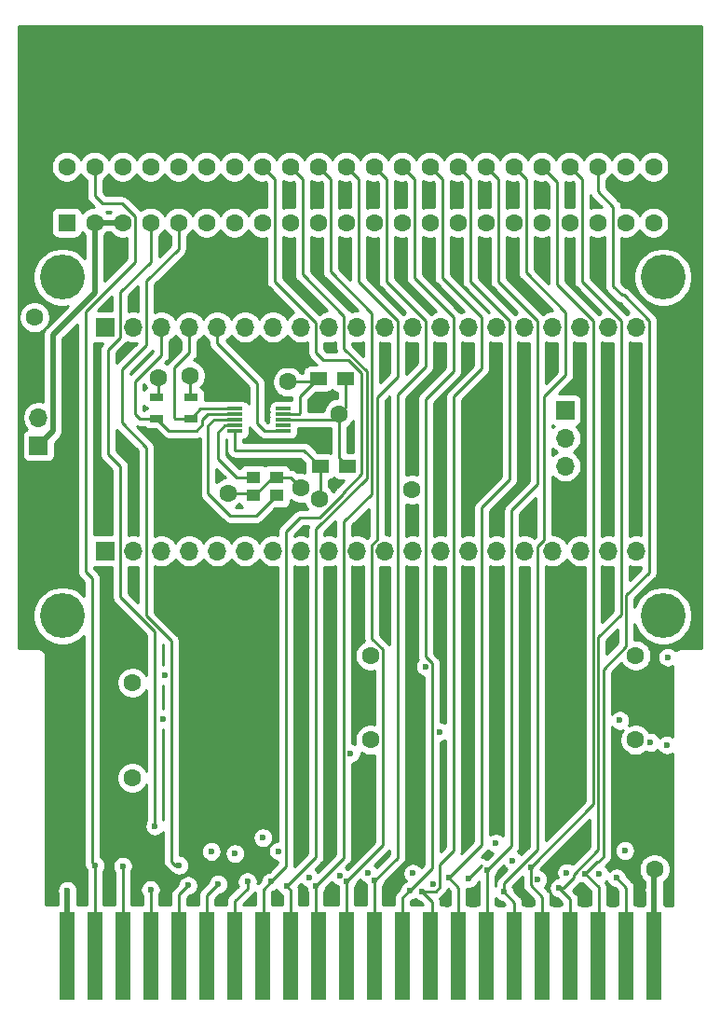
<source format=gbr>
%TF.GenerationSoftware,KiCad,Pcbnew,(5.1.9)-1*%
%TF.CreationDate,2024-11-26T15:48:13-08:00*%
%TF.ProjectId,RADA3K,52414441-334b-42e6-9b69-6361645f7063,rev?*%
%TF.SameCoordinates,Original*%
%TF.FileFunction,Copper,L6,Bot*%
%TF.FilePolarity,Positive*%
%FSLAX46Y46*%
G04 Gerber Fmt 4.6, Leading zero omitted, Abs format (unit mm)*
G04 Created by KiCad (PCBNEW (5.1.9)-1) date 2024-11-26 15:48:13*
%MOMM*%
%LPD*%
G01*
G04 APERTURE LIST*
%TA.AperFunction,ComponentPad*%
%ADD10C,4.064000*%
%TD*%
%TA.AperFunction,ComponentPad*%
%ADD11R,1.700000X1.700000*%
%TD*%
%TA.AperFunction,ComponentPad*%
%ADD12O,1.700000X1.700000*%
%TD*%
%TA.AperFunction,SMDPad,CuDef*%
%ADD13R,1.500000X1.250000*%
%TD*%
%TA.AperFunction,SMDPad,CuDef*%
%ADD14R,1.300000X1.100000*%
%TD*%
%TA.AperFunction,SMDPad,CuDef*%
%ADD15R,1.400000X0.300000*%
%TD*%
%TA.AperFunction,SMDPad,CuDef*%
%ADD16R,1.300000X0.700000*%
%TD*%
%TA.AperFunction,ComponentPad*%
%ADD17C,1.600000*%
%TD*%
%TA.AperFunction,ComponentPad*%
%ADD18R,1.600000X1.600000*%
%TD*%
%TA.AperFunction,SMDPad,CuDef*%
%ADD19R,1.428750X8.001000*%
%TD*%
%TA.AperFunction,ViaPad*%
%ADD20C,1.600000*%
%TD*%
%TA.AperFunction,ViaPad*%
%ADD21C,0.600000*%
%TD*%
%TA.AperFunction,Conductor*%
%ADD22C,0.500000*%
%TD*%
%TA.AperFunction,Conductor*%
%ADD23C,0.250000*%
%TD*%
%TA.AperFunction,NonConductor*%
%ADD24C,0.254000*%
%TD*%
%TA.AperFunction,NonConductor*%
%ADD25C,0.100000*%
%TD*%
G04 APERTURE END LIST*
D10*
%TO.P,GND,1*%
%TO.N,GND*%
X59944000Y-136652000D03*
%TD*%
%TO.P,GND,1*%
%TO.N,GND*%
X59944000Y-105918000D03*
%TD*%
%TO.P,GND,1*%
%TO.N,GND*%
X114554000Y-136652000D03*
%TD*%
D11*
%TO.P,J4,1*%
%TO.N,+5V*%
X57797700Y-121183400D03*
D12*
%TO.P,J4,2*%
%TO.N,/FPGA_PWR*%
X57797700Y-118643400D03*
%TD*%
D13*
%TO.P,C5,1*%
%TO.N,GND*%
X85717700Y-115138200D03*
%TO.P,C5,2*%
%TO.N,+3V3*%
X83217700Y-115138200D03*
%TD*%
%TO.P,C6,1*%
%TO.N,+3V3*%
X83382800Y-123075700D03*
%TO.P,C6,2*%
%TO.N,GND*%
X85882800Y-123075700D03*
%TD*%
D14*
%TO.P,Y1,1*%
%TO.N,/XA*%
X77321700Y-124079500D03*
%TO.P,Y1,2*%
%TO.N,GND*%
X79421700Y-124079500D03*
%TO.P,Y1,3*%
%TO.N,/XB*%
X79421700Y-125729500D03*
%TO.P,Y1,4*%
%TO.N,GND*%
X77321700Y-125729500D03*
%TD*%
D15*
%TO.P,U4,10*%
%TO.N,/CLK0*%
X80051000Y-119872000D03*
%TO.P,U4,9*%
%TO.N,Net-(U4-Pad9)*%
X80051000Y-119372000D03*
%TO.P,U4,8*%
%TO.N,GND*%
X80051000Y-118872000D03*
%TO.P,U4,7*%
%TO.N,+3V3*%
X80051000Y-118372000D03*
%TO.P,U4,6*%
%TO.N,Net-(U4-Pad6)*%
X80051000Y-117872000D03*
%TO.P,U4,5*%
%TO.N,/SDA*%
X75651000Y-117872000D03*
%TO.P,U4,4*%
%TO.N,/SCL*%
X75651000Y-118372000D03*
%TO.P,U4,3*%
%TO.N,/XB*%
X75651000Y-118872000D03*
%TO.P,U4,2*%
%TO.N,/XA*%
X75651000Y-119372000D03*
%TO.P,U4,1*%
%TO.N,+3V3*%
X75651000Y-119872000D03*
%TD*%
D16*
%TO.P,R1,1*%
%TO.N,/SCL*%
X68542200Y-118743100D03*
%TO.P,R1,2*%
%TO.N,+3V3*%
X68542200Y-116843100D03*
%TD*%
%TO.P,R2,1*%
%TO.N,/SDA*%
X71641000Y-118743100D03*
%TO.P,R2,2*%
%TO.N,+3V3*%
X71641000Y-116843100D03*
%TD*%
D11*
%TO.P,J1,1*%
%TO.N,/_CHAREN*%
X105664000Y-117983000D03*
D12*
%TO.P,J1,2*%
%TO.N,/_HIRAM*%
X105664000Y-120523000D03*
%TO.P,J1,3*%
%TO.N,/_LORAM*%
X105664000Y-123063000D03*
%TD*%
%TO.P,J3,20*%
%TO.N,/FPGA__CHAREN*%
X112141000Y-110439200D03*
%TO.P,J3,19*%
%TO.N,/FPGA__HIRAM*%
X109601000Y-110439200D03*
%TO.P,J3,18*%
%TO.N,/FPGA__LORAM*%
X107061000Y-110439200D03*
%TO.P,J3,17*%
%TO.N,/FPGA_D0*%
X104521000Y-110439200D03*
%TO.P,J3,16*%
%TO.N,Net-(J3-Pad16)*%
X101981000Y-110439200D03*
%TO.P,J3,15*%
%TO.N,GND*%
X99441000Y-110439200D03*
%TO.P,J3,14*%
%TO.N,/FPGA_A0*%
X96901000Y-110439200D03*
%TO.P,J3,13*%
%TO.N,/FPGA_D1*%
X94361000Y-110439200D03*
%TO.P,J3,12*%
%TO.N,/FPGA_A1*%
X91821000Y-110439200D03*
%TO.P,J3,11*%
%TO.N,/FPGA_A2*%
X89281000Y-110439200D03*
%TO.P,J3,10*%
%TO.N,/FPGA_A3*%
X86741000Y-110439200D03*
%TO.P,J3,9*%
%TO.N,/FPGA_A4*%
X84201000Y-110439200D03*
%TO.P,J3,8*%
%TO.N,/FPGA_A5*%
X81661000Y-110439200D03*
%TO.P,J3,7*%
%TO.N,/FPGA_A6*%
X79121000Y-110439200D03*
%TO.P,J3,6*%
%TO.N,/FPGA_A7*%
X76581000Y-110439200D03*
%TO.P,J3,5*%
%TO.N,/CLK0*%
X74041000Y-110439200D03*
%TO.P,J3,4*%
%TO.N,/SDA*%
X71501000Y-110439200D03*
%TO.P,J3,3*%
%TO.N,/SCL*%
X68961000Y-110439200D03*
%TO.P,J3,2*%
%TO.N,GND*%
X66421000Y-110439200D03*
D11*
%TO.P,J3,1*%
%TO.N,/FPGA_PWR*%
X63881000Y-110439200D03*
%TD*%
D12*
%TO.P,J2,20*%
%TO.N,GND*%
X112141000Y-130759200D03*
%TO.P,J2,19*%
%TO.N,Net-(J2-Pad19)*%
X109601000Y-130759200D03*
%TO.P,J2,18*%
%TO.N,/FPGA_D2*%
X107061000Y-130759200D03*
%TO.P,J2,17*%
%TO.N,/FPGA_D3*%
X104521000Y-130759200D03*
%TO.P,J2,16*%
%TO.N,/FPGA_D4*%
X101981000Y-130759200D03*
%TO.P,J2,15*%
%TO.N,/FPGA_D5*%
X99441000Y-130759200D03*
%TO.P,J2,14*%
%TO.N,/FPGA_D6*%
X96901000Y-130759200D03*
%TO.P,J2,13*%
%TO.N,/FPGA_D7*%
X94361000Y-130759200D03*
%TO.P,J2,12*%
%TO.N,/FPGA_A8*%
X91821000Y-130759200D03*
%TO.P,J2,11*%
%TO.N,/FPGA_A9*%
X89281000Y-130759200D03*
%TO.P,J2,10*%
%TO.N,/FPGA_BA*%
X86741000Y-130759200D03*
%TO.P,J2,9*%
%TO.N,/FPGA_A10*%
X84201000Y-130759200D03*
%TO.P,J2,8*%
%TO.N,/FPGA_A11*%
X81661000Y-130759200D03*
%TO.P,J2,7*%
%TO.N,/FPGA_A12*%
X79121000Y-130759200D03*
%TO.P,J2,6*%
%TO.N,/FPGA_A13*%
X76581000Y-130759200D03*
%TO.P,J2,5*%
%TO.N,/FPGA_A14*%
X74041000Y-130759200D03*
%TO.P,J2,4*%
%TO.N,/FPGA_A15*%
X71501000Y-130759200D03*
%TO.P,J2,3*%
%TO.N,/FPGA_PHI2*%
X68961000Y-130759200D03*
%TO.P,J2,2*%
%TO.N,/FPGA_R__W*%
X66421000Y-130759200D03*
D11*
%TO.P,J2,1*%
%TO.N,/FPGA__RST*%
X63881000Y-130759200D03*
%TD*%
D17*
%TO.P,J5,Z*%
%TO.N,GND*%
X113690400Y-95872300D03*
%TO.P,J5,Y*%
%TO.N,/A0*%
X111150400Y-95872300D03*
%TO.P,J5,X*%
%TO.N,/A1*%
X108610400Y-95872300D03*
%TO.P,J5,W*%
%TO.N,/A2*%
X106070400Y-95872300D03*
%TO.P,J5,V*%
%TO.N,/A3*%
X103530400Y-95872300D03*
%TO.P,J5,U*%
%TO.N,/A4*%
X100990400Y-95872300D03*
%TO.P,J5,T*%
%TO.N,/A5*%
X98450400Y-95872300D03*
%TO.P,J5,S*%
%TO.N,/A6*%
X95910400Y-95872300D03*
%TO.P,J5,R*%
%TO.N,/A7*%
X93370400Y-95872300D03*
%TO.P,J5,P*%
%TO.N,/A8*%
X90830400Y-95872300D03*
%TO.P,J5,N*%
%TO.N,/A9*%
X88290400Y-95872300D03*
%TO.P,J5,M*%
%TO.N,/A10*%
X85750400Y-95872300D03*
%TO.P,J5,L*%
%TO.N,/A11*%
X83210400Y-95872300D03*
%TO.P,J5,K*%
%TO.N,/A12*%
X80670400Y-95872300D03*
%TO.P,J5,J*%
%TO.N,/A13*%
X78130400Y-95872300D03*
%TO.P,J5,H*%
%TO.N,/A14*%
X75590400Y-95872300D03*
%TO.P,J5,F*%
%TO.N,/A15*%
X73050400Y-95872300D03*
%TO.P,J5,E*%
%TO.N,/PHI2*%
X70510400Y-95872300D03*
%TO.P,J5,D*%
%TO.N,/_NMI*%
X67970400Y-95872300D03*
%TO.P,J5,C*%
%TO.N,/_RST*%
X65430400Y-95872300D03*
%TO.P,J5,B*%
%TO.N,/_ROMH*%
X62890400Y-95872300D03*
%TO.P,J5,A*%
%TO.N,GND*%
X60350400Y-95872300D03*
%TO.P,J5,22*%
X113690400Y-100952300D03*
%TO.P,J5,21*%
%TO.N,/D0*%
X111150400Y-100952300D03*
%TO.P,J5,20*%
%TO.N,/D1*%
X108610400Y-100952300D03*
%TO.P,J5,19*%
%TO.N,/D2*%
X106070400Y-100952300D03*
%TO.P,J5,18*%
%TO.N,/D3*%
X103530400Y-100952300D03*
%TO.P,J5,17*%
%TO.N,/D4*%
X100990400Y-100952300D03*
%TO.P,J5,16*%
%TO.N,/D5*%
X98450400Y-100952300D03*
%TO.P,J5,15*%
%TO.N,/D6*%
X95910400Y-100952300D03*
%TO.P,J5,14*%
%TO.N,/D7*%
X93370400Y-100952300D03*
%TO.P,J5,13*%
%TO.N,/_DMA*%
X90830400Y-100952300D03*
%TO.P,J5,12*%
%TO.N,/BA*%
X88290400Y-100952300D03*
%TO.P,J5,11*%
%TO.N,/_ROML*%
X85750400Y-100952300D03*
%TO.P,J5,10*%
%TO.N,/_IO2*%
X83210400Y-100952300D03*
%TO.P,J5,9*%
%TO.N,/_EXROM*%
X80670400Y-100952300D03*
%TO.P,J5,8*%
%TO.N,/_GAME*%
X78130400Y-100952300D03*
%TO.P,J5,7*%
%TO.N,/_IO1*%
X75590400Y-100952300D03*
%TO.P,J5,6*%
%TO.N,/DOT_CLK*%
X73050400Y-100952300D03*
%TO.P,J5,5*%
%TO.N,/R__W*%
X70510400Y-100952300D03*
%TO.P,J5,4*%
%TO.N,/_IRQ*%
X67970400Y-100952300D03*
%TO.P,J5,3*%
%TO.N,+5V*%
X65430400Y-100952300D03*
D18*
%TO.P,J5,1*%
%TO.N,GND*%
X60350400Y-100952300D03*
D17*
%TO.P,J5,2*%
%TO.N,+5V*%
X62890400Y-100952300D03*
%TD*%
D19*
%TO.P,J6,C*%
%TO.N,/_RST*%
X65493900Y-167500300D03*
%TO.P,J6,J*%
%TO.N,/A13*%
X78193900Y-167500300D03*
%TO.P,J6,D*%
%TO.N,/_NMI*%
X68033900Y-167500300D03*
%TO.P,J6,E*%
%TO.N,/PHI2*%
X70573900Y-167500300D03*
%TO.P,J6,F*%
%TO.N,/A15*%
X73113900Y-167500300D03*
%TO.P,J6,K*%
%TO.N,/A12*%
X80733900Y-167500300D03*
%TO.P,J6,L*%
%TO.N,/A11*%
X83273900Y-167500300D03*
%TO.P,J6,H*%
%TO.N,/A14*%
X75653900Y-167500300D03*
%TO.P,J6,T*%
%TO.N,/A5*%
X98513900Y-167500300D03*
%TO.P,J6,U*%
%TO.N,/A4*%
X101053900Y-167500300D03*
%TO.P,J6,M*%
%TO.N,/A10*%
X85813900Y-167500300D03*
%TO.P,J6,S*%
%TO.N,/A6*%
X95973900Y-167500300D03*
%TO.P,J6,N*%
%TO.N,/A9*%
X88353900Y-167500300D03*
%TO.P,J6,V*%
%TO.N,/A3*%
X103593900Y-167500300D03*
%TO.P,J6,R*%
%TO.N,/A7*%
X93433900Y-167500300D03*
%TO.P,J6,P*%
%TO.N,/A8*%
X90893900Y-167500300D03*
%TO.P,J6,A*%
%TO.N,GND*%
X60413900Y-167500300D03*
%TO.P,J6,B*%
%TO.N,/_ROMH*%
X62953900Y-167500300D03*
%TO.P,J6,X*%
%TO.N,/A1*%
X108673900Y-167500300D03*
%TO.P,J6,W*%
%TO.N,/A2*%
X106133900Y-167500300D03*
%TO.P,J6,Y*%
%TO.N,/A0*%
X111213900Y-167500300D03*
%TO.P,J6,Z*%
%TO.N,GND*%
X113753900Y-167500300D03*
%TD*%
D10*
%TO.P,GND,1*%
%TO.N,GND*%
X114554000Y-105918000D03*
%TD*%
D20*
%TO.N,GND*%
X113779300Y-159651700D03*
D21*
X60413900Y-161594800D03*
X110636400Y-146152300D03*
X69146400Y-146012300D03*
X94259400Y-147180300D03*
X92956400Y-141262300D03*
X86169500Y-149136100D03*
X69256400Y-142052300D03*
D20*
X66306700Y-151358600D03*
X87972900Y-140246100D03*
X112077500Y-140246100D03*
D21*
X113753900Y-161531300D03*
D20*
X57416700Y-109562900D03*
X75006200Y-125514100D03*
X85128100Y-118300500D03*
X81648300Y-125031500D03*
X91732100Y-125183900D03*
%TO.N,+3V3*%
X112064800Y-147916900D03*
X66332100Y-142709900D03*
X87972900Y-147916900D03*
X68694300Y-114998500D03*
X83324700Y-126085600D03*
X71564500Y-114846100D03*
X80479900Y-115417600D03*
D21*
%TO.N,/A8*%
X91528900Y-161594800D03*
%TO.N,/A0*%
X110326400Y-160442300D03*
%TO.N,/A9*%
X88366400Y-160692300D03*
%TO.N,/A1*%
X107466400Y-160052300D03*
%TO.N,/A10*%
X85816400Y-160772300D03*
%TO.N,/A2*%
X105106400Y-161362300D03*
%TO.N,/A3*%
X102536400Y-159452300D03*
%TO.N,/A15*%
X74126400Y-161012300D03*
%TO.N,/A7*%
X92608400Y-161658300D03*
%TO.N,/A14*%
X76776400Y-160792300D03*
%TO.N,/A6*%
X95084900Y-160451800D03*
%TO.N,/A13*%
X78906400Y-160802300D03*
%TO.N,/A5*%
X98577400Y-159753300D03*
%TO.N,/A12*%
X80352900Y-161213800D03*
%TO.N,/A4*%
X100101400Y-161721800D03*
%TO.N,/A11*%
X83019900Y-161150300D03*
%TO.N,/D0*%
X111086900Y-157962600D03*
%TO.N,/D1*%
X108736400Y-160107900D03*
%TO.N,/D2*%
X105811320Y-159961580D03*
%TO.N,/D3*%
X103168310Y-160597710D03*
%TO.N,/D4*%
X100861400Y-158857950D03*
%TO.N,/D5*%
X99375400Y-157304300D03*
%TO.N,/D6*%
X96918349Y-160487349D03*
%TO.N,/D7*%
X93638149Y-160973549D03*
%TO.N,/_ROMH*%
X62956400Y-159332300D03*
%TO.N,/R__W*%
X70573900Y-159308800D03*
%TO.N,/_IRQ*%
X68359850Y-155748850D03*
%TO.N,/_RST*%
X65436400Y-159382300D03*
%TO.N,/PHI2*%
X71386400Y-161132300D03*
%TO.N,/_NMI*%
X67970400Y-161531300D03*
%TO.N,/DOT_CLK*%
X73501399Y-158044471D03*
%TO.N,/_IO1*%
X75653900Y-158232900D03*
%TO.N,/_GAME*%
X78193900Y-156794200D03*
%TO.N,/_EXROM*%
X79616400Y-158026000D03*
%TO.N,/_IO2*%
X82394899Y-160416401D03*
%TO.N,/_ROML*%
X85184764Y-160281342D03*
%TO.N,/BA*%
X87741399Y-160010201D03*
%TO.N,/_DMA*%
X91824850Y-160023850D03*
%TO.N,/_HIRAM*%
X114998500Y-140411200D03*
%TO.N,/_LORAM*%
X114914000Y-148383000D03*
%TO.N,/_CHAREN*%
X113423700Y-148145500D03*
%TD*%
D22*
%TO.N,GND*%
X113753900Y-167500300D02*
X113753900Y-161531300D01*
X60413900Y-167500300D02*
X60413900Y-161594800D01*
X113753900Y-159677100D02*
X113779300Y-159651700D01*
X113753900Y-161531300D02*
X113753900Y-159677100D01*
D23*
X77106300Y-125514100D02*
X77321700Y-125729500D01*
X75006200Y-125514100D02*
X77106300Y-125514100D01*
X79071700Y-124079500D02*
X79421700Y-124079500D01*
X77421700Y-125729500D02*
X79071700Y-124079500D01*
X77321700Y-125729500D02*
X77421700Y-125729500D01*
X80696300Y-124079500D02*
X81648300Y-125031500D01*
X79421700Y-124079500D02*
X80696300Y-124079500D01*
X84556600Y-118872000D02*
X85128100Y-118300500D01*
X80051000Y-118872000D02*
X84556600Y-118872000D01*
X85128100Y-122321000D02*
X85882800Y-123075700D01*
X85128100Y-118300500D02*
X85128100Y-122321000D01*
X85717700Y-117710900D02*
X85128100Y-118300500D01*
X85717700Y-115138200D02*
X85717700Y-117710900D01*
D22*
%TO.N,+5V*%
X59097701Y-119883399D02*
X59097701Y-111158499D01*
X57797700Y-121183400D02*
X59097701Y-119883399D01*
X62890400Y-107365800D02*
X62890400Y-100952300D01*
X59097701Y-111158499D02*
X62890400Y-107365800D01*
X62890400Y-100952300D02*
X65430400Y-100952300D01*
D23*
%TO.N,+3V3*%
X68694300Y-116691000D02*
X68542200Y-116843100D01*
X68694300Y-114998500D02*
X68694300Y-116691000D01*
X71564500Y-116766600D02*
X71641000Y-116843100D01*
X71564500Y-114846100D02*
X71564500Y-116766600D01*
X75651000Y-119872000D02*
X75651000Y-121605400D01*
X80051000Y-118372000D02*
X81449800Y-118372000D01*
X81449800Y-118372000D02*
X81584800Y-118237000D01*
X81584800Y-118237000D02*
X81584800Y-116700300D01*
X81912500Y-121605400D02*
X83382800Y-123075700D01*
X75651000Y-121605400D02*
X81912500Y-121605400D01*
X83382800Y-126027500D02*
X83324700Y-126085600D01*
X83382800Y-123075700D02*
X83382800Y-126027500D01*
X83146900Y-115138200D02*
X81584800Y-116700300D01*
X83217700Y-115138200D02*
X83146900Y-115138200D01*
X82938300Y-115417600D02*
X83217700Y-115138200D01*
X80479900Y-115417600D02*
X82938300Y-115417600D01*
%TO.N,/A8*%
X90893900Y-162229800D02*
X90893900Y-167500300D01*
X91528900Y-161594800D02*
X90893900Y-162229800D01*
X91955401Y-96997301D02*
X91955401Y-105988901D01*
X90830400Y-95872300D02*
X91955401Y-96997301D01*
X95536001Y-109569501D02*
X95536001Y-114445799D01*
X91955401Y-105988901D02*
X95536001Y-109569501D01*
X93581401Y-140962299D02*
X93581401Y-159542299D01*
X92996001Y-140376899D02*
X93581401Y-140962299D01*
X93581401Y-159542299D02*
X91528900Y-161594800D01*
X92996001Y-116985799D02*
X92996001Y-140376899D01*
X95536001Y-114445799D02*
X92996001Y-116985799D01*
%TO.N,/A0*%
X111150400Y-167436800D02*
X111213900Y-167500300D01*
X111213900Y-161329800D02*
X111213900Y-167500300D01*
X110326400Y-160442300D02*
X111213900Y-161329800D01*
%TO.N,/A9*%
X88353900Y-160704800D02*
X88366400Y-160692300D01*
X88353900Y-167500300D02*
X88353900Y-160704800D01*
X89415401Y-106294599D02*
X92996001Y-109875199D01*
X92996001Y-109875199D02*
X92996001Y-114026699D01*
X89415401Y-96997301D02*
X89415401Y-106294599D01*
X88290400Y-95872300D02*
X89415401Y-96997301D01*
X90456001Y-158602699D02*
X88366400Y-160692300D01*
X90456001Y-116566699D02*
X90456001Y-158602699D01*
X92996001Y-114026699D02*
X90456001Y-116566699D01*
%TO.N,/A1*%
X107466400Y-160052300D02*
X108716400Y-161302300D01*
X108716400Y-167457800D02*
X108673900Y-167500300D01*
X108716400Y-161302300D02*
X108716400Y-167457800D01*
X108610400Y-95872300D02*
X108610400Y-98094800D01*
X110025399Y-99509799D02*
X110025399Y-106736099D01*
X108610400Y-98094800D02*
X110025399Y-99509799D01*
X113316001Y-109875199D02*
X113316001Y-132695699D01*
X110984402Y-107543600D02*
X113316001Y-109875199D01*
X110832900Y-107543600D02*
X110984402Y-107543600D01*
X110025399Y-106736099D02*
X110832900Y-107543600D01*
X109136021Y-141522577D02*
X109136021Y-158529179D01*
X111226011Y-139432587D02*
X109136021Y-141522577D01*
X111226011Y-134785689D02*
X111226011Y-139432587D01*
X113316001Y-132695699D02*
X111226011Y-134785689D01*
X108540100Y-158978600D02*
X107466400Y-160052300D01*
X108686600Y-158978600D02*
X108540100Y-158978600D01*
X109136021Y-158529179D02*
X108686600Y-158978600D01*
%TO.N,/A10*%
X85813900Y-160774800D02*
X85816400Y-160772300D01*
X85813900Y-167500300D02*
X85813900Y-160774800D01*
X90456001Y-109875199D02*
X90456001Y-114928399D01*
X86875401Y-106294599D02*
X90456001Y-109875199D01*
X86875401Y-96997301D02*
X86875401Y-106294599D01*
X85750400Y-95872300D02*
X86875401Y-96997301D01*
X89097901Y-139706099D02*
X89097901Y-157490799D01*
X88105999Y-138714197D02*
X89097901Y-139706099D01*
X89097901Y-157490799D02*
X85816400Y-160772300D01*
X88544400Y-129756798D02*
X88105999Y-130195199D01*
X88105999Y-130195199D02*
X88105999Y-138714197D01*
X88544400Y-116840000D02*
X88544400Y-129756798D01*
X90456001Y-114928399D02*
X88544400Y-116840000D01*
%TO.N,/A2*%
X106133900Y-162389800D02*
X106133900Y-162439800D01*
X106133900Y-162439800D02*
X106133900Y-167500300D01*
X105106400Y-161362300D02*
X106133900Y-162389800D01*
X106436321Y-160157377D02*
X106436321Y-160456643D01*
X108686011Y-157907687D02*
X106436321Y-160157377D01*
X110776001Y-136505699D02*
X108686011Y-138595689D01*
X106436321Y-160456643D02*
X105530664Y-161362300D01*
X110776001Y-109875199D02*
X110776001Y-136505699D01*
X107195401Y-106294599D02*
X110776001Y-109875199D01*
X105530664Y-161362300D02*
X105106400Y-161362300D01*
X107195401Y-96997301D02*
X107195401Y-106294599D01*
X108686011Y-138595689D02*
X108686011Y-157907687D01*
X106070400Y-95872300D02*
X107195401Y-96997301D01*
%TO.N,/A3*%
X103593900Y-162166300D02*
X103593900Y-167500300D01*
X102536400Y-161108800D02*
X103593900Y-162166300D01*
X102536400Y-159452300D02*
X102536400Y-161108800D01*
X108236001Y-153752699D02*
X102536400Y-159452300D01*
X108236001Y-109875199D02*
X108236001Y-153752699D01*
X104945399Y-106584597D02*
X108236001Y-109875199D01*
X104945399Y-97287299D02*
X104945399Y-106584597D01*
X103530400Y-95872300D02*
X104945399Y-97287299D01*
%TO.N,/A15*%
X73113900Y-162024800D02*
X73113900Y-162404800D01*
X74126400Y-161012300D02*
X73113900Y-162024800D01*
X73113900Y-162404800D02*
X73113900Y-167500300D01*
%TO.N,/A7*%
X92608400Y-161658300D02*
X93560900Y-162610800D01*
X93560900Y-167373300D02*
X93433900Y-167500300D01*
X93560900Y-162610800D02*
X93560900Y-167373300D01*
X94495401Y-96997301D02*
X94495401Y-105963501D01*
X93370400Y-95872300D02*
X94495401Y-96997301D01*
X98076001Y-109544101D02*
X98076001Y-114217199D01*
X94495401Y-105963501D02*
X98076001Y-109544101D01*
X94263150Y-161273550D02*
X93878400Y-161658300D01*
X94263150Y-159203450D02*
X94263150Y-161273550D01*
X95536001Y-157930599D02*
X94263150Y-159203450D01*
X95536001Y-116757199D02*
X95536001Y-157930599D01*
X93878400Y-161658300D02*
X92608400Y-161658300D01*
X98076001Y-114217199D02*
X95536001Y-116757199D01*
%TO.N,/A14*%
X76776400Y-160792300D02*
X76776400Y-161422300D01*
X75653900Y-162544800D02*
X75653900Y-167500300D01*
X76776400Y-161422300D02*
X75653900Y-162544800D01*
%TO.N,/A6*%
X95084900Y-160451800D02*
X95973900Y-161340800D01*
X95973900Y-161340800D02*
X95973900Y-162356800D01*
X95973900Y-162356800D02*
X95973900Y-167500300D01*
X97035401Y-106294599D02*
X100616001Y-109875199D01*
X100616001Y-109875199D02*
X100616001Y-124300999D01*
X97035401Y-96997301D02*
X97035401Y-106294599D01*
X95910400Y-95872300D02*
X97035401Y-96997301D01*
X98076001Y-157460699D02*
X95084900Y-160451800D01*
X98076001Y-126840999D02*
X98076001Y-157460699D01*
X100616001Y-124300999D02*
X98076001Y-126840999D01*
%TO.N,/A13*%
X78003400Y-167309800D02*
X78193900Y-167500300D01*
X78906400Y-160802300D02*
X78226400Y-161482300D01*
X78226400Y-167467800D02*
X78193900Y-167500300D01*
X78226400Y-161482300D02*
X78226400Y-167467800D01*
X79255401Y-106294599D02*
X83025999Y-110065197D01*
X83025999Y-110065197D02*
X83025999Y-112769399D01*
X79255401Y-96997301D02*
X79255401Y-106294599D01*
X78130400Y-95872300D02*
X79255401Y-96997301D01*
X83025999Y-112769399D02*
X83693000Y-113436400D01*
X85975902Y-113436400D02*
X87172800Y-114633298D01*
X83693000Y-113436400D02*
X85975902Y-113436400D01*
X87172800Y-123745702D02*
X85420200Y-125498302D01*
X87172800Y-114633298D02*
X87172800Y-123745702D01*
X85420200Y-125655102D02*
X83326002Y-127749300D01*
X85420200Y-125498302D02*
X85420200Y-125655102D01*
X83326002Y-127749300D02*
X81559400Y-127749300D01*
X80296001Y-159412699D02*
X78906400Y-160802300D01*
X80296001Y-129012699D02*
X80296001Y-159412699D01*
X81559400Y-127749300D02*
X80296001Y-129012699D01*
%TO.N,/A5*%
X98577400Y-167436800D02*
X98513900Y-167500300D01*
X98577400Y-159753300D02*
X98577400Y-167436800D01*
X103156001Y-109875199D02*
X103156001Y-124732799D01*
X99575401Y-106294599D02*
X103156001Y-109875199D01*
X99575401Y-96997301D02*
X99575401Y-106294599D01*
X98450400Y-95872300D02*
X99575401Y-96997301D01*
X100805999Y-157524701D02*
X98577400Y-159753300D01*
X100805999Y-127082801D02*
X100805999Y-157524701D01*
X103156001Y-124732799D02*
X100805999Y-127082801D01*
%TO.N,/A12*%
X80733900Y-161594800D02*
X80733900Y-167500300D01*
X80352900Y-161213800D02*
X80733900Y-161594800D01*
X81795401Y-96997301D02*
X81795401Y-105671401D01*
X80670400Y-95872300D02*
X81795401Y-96997301D01*
X87622810Y-114446898D02*
X87622810Y-124175090D01*
X85565999Y-112390087D02*
X87622810Y-114446898D01*
X85565999Y-109441999D02*
X85565999Y-112390087D01*
X81795401Y-105671401D02*
X85565999Y-109441999D01*
X83025999Y-158540701D02*
X80352900Y-161213800D01*
X83025999Y-128771901D02*
X83025999Y-158540701D01*
X87622810Y-124175090D02*
X83025999Y-128771901D01*
%TO.N,/A4*%
X101053900Y-162674300D02*
X100101400Y-161721800D01*
X101053900Y-167500300D02*
X101053900Y-162674300D01*
X102115401Y-96997301D02*
X102115401Y-105493601D01*
X100990400Y-95872300D02*
X102115401Y-96997301D01*
X105696001Y-109074201D02*
X105696001Y-114826799D01*
X102115401Y-105493601D02*
X105696001Y-109074201D01*
X103156001Y-157907697D02*
X100101400Y-160962298D01*
X103156001Y-130385197D02*
X103156001Y-157907697D01*
X103759000Y-129782198D02*
X103156001Y-130385197D01*
X103759000Y-116763800D02*
X103759000Y-129782198D01*
X100101400Y-160962298D02*
X100101400Y-161721800D01*
X105696001Y-114826799D02*
X103759000Y-116763800D01*
%TO.N,/A11*%
X83019900Y-167246300D02*
X83273900Y-167500300D01*
X83019900Y-161150300D02*
X83019900Y-167246300D01*
X84335401Y-96997301D02*
X84335401Y-105430101D01*
X83210400Y-95872300D02*
X84335401Y-96997301D01*
X88072820Y-109167520D02*
X88072820Y-125591980D01*
X84335401Y-105430101D02*
X88072820Y-109167520D01*
X85544499Y-158625701D02*
X83019900Y-161150300D01*
X85544499Y-128120301D02*
X85544499Y-158625701D01*
X88072820Y-125591980D02*
X85544499Y-128120301D01*
%TO.N,/D6*%
X98076001Y-159329697D02*
X96918349Y-160487349D01*
%TO.N,/_ROMH*%
X62956400Y-167497800D02*
X62953900Y-167500300D01*
X62956400Y-159332300D02*
X62956400Y-167497800D01*
X62656401Y-159032301D02*
X62656401Y-133255701D01*
X62956400Y-159332300D02*
X62656401Y-159032301D01*
X66555401Y-100412299D02*
X65380902Y-99237800D01*
X66555401Y-104513985D02*
X66555401Y-100412299D01*
X62077600Y-108991786D02*
X66555401Y-104513985D01*
X62077600Y-132676900D02*
X62077600Y-108991786D01*
X62656401Y-133255701D02*
X62077600Y-132676900D01*
X65380902Y-99237800D02*
X63614300Y-99237800D01*
X62890400Y-98513900D02*
X62890400Y-95872300D01*
X63614300Y-99237800D02*
X62890400Y-98513900D01*
%TO.N,/R__W*%
X70510400Y-100952300D02*
X70510400Y-103352600D01*
X67596001Y-106266999D02*
X67596001Y-112083599D01*
X70510400Y-103352600D02*
X67596001Y-106266999D01*
X67596001Y-112083599D02*
X65366900Y-114312700D01*
X65366900Y-114312700D02*
X65366900Y-119138700D01*
X69881401Y-138942591D02*
X69881401Y-158947199D01*
X67596001Y-136657191D02*
X69881401Y-138942591D01*
X67596001Y-121367801D02*
X67596001Y-136657191D01*
X65366900Y-119138700D02*
X67596001Y-121367801D01*
X70243002Y-159308800D02*
X70573900Y-159308800D01*
X69881401Y-158947199D02*
X70243002Y-159308800D01*
%TO.N,/_IRQ*%
X65245999Y-107245401D02*
X67970400Y-104521000D01*
X65245999Y-111359203D02*
X65245999Y-107245401D01*
X64140599Y-112464603D02*
X65245999Y-111359203D01*
X64140599Y-121990701D02*
X64140599Y-112464603D01*
X65245999Y-123096101D02*
X64140599Y-121990701D01*
X67970400Y-104521000D02*
X67970400Y-100952300D01*
X68359850Y-138057450D02*
X65245999Y-134943599D01*
X65245999Y-134943599D02*
X65245999Y-123096101D01*
X68359850Y-155748850D02*
X68359850Y-138057450D01*
%TO.N,/_RST*%
X65493900Y-159439800D02*
X65436400Y-159382300D01*
X65493900Y-167500300D02*
X65493900Y-159439800D01*
%TO.N,/PHI2*%
X71386400Y-161132300D02*
X70556400Y-161962300D01*
X70556400Y-167482800D02*
X70573900Y-167500300D01*
X70556400Y-161962300D02*
X70556400Y-167482800D01*
%TO.N,/_NMI*%
X67970400Y-167436800D02*
X68033900Y-167500300D01*
X67970400Y-161531300D02*
X67970400Y-167436800D01*
%TO.N,/_HIRAM*%
X114824838Y-140411200D02*
X114998500Y-140411200D01*
%TO.N,/_LORAM*%
X114769001Y-148238001D02*
X114914000Y-148383000D01*
%TO.N,/SCL*%
X68542200Y-118743100D02*
X67028700Y-118743100D01*
X67028700Y-118743100D02*
X66598800Y-118313200D01*
X66598800Y-118313200D02*
X66598800Y-115341400D01*
X68961000Y-112979200D02*
X68961000Y-110439200D01*
X66598800Y-115341400D02*
X68961000Y-112979200D01*
X72119202Y-119849900D02*
X69649000Y-119849900D01*
X72682100Y-119287002D02*
X72119202Y-119849900D01*
X72682100Y-118859300D02*
X72682100Y-119287002D01*
X69649000Y-119849900D02*
X68542200Y-118743100D01*
X73169400Y-118372000D02*
X72682100Y-118859300D01*
X75651000Y-118372000D02*
X73169400Y-118372000D01*
%TO.N,/SDA*%
X71501000Y-110439200D02*
X71501000Y-112788700D01*
X71501000Y-112788700D02*
X70154800Y-114134900D01*
X70154800Y-114134900D02*
X70154800Y-118681500D01*
X70216400Y-118743100D02*
X71641000Y-118743100D01*
X70154800Y-118681500D02*
X70216400Y-118743100D01*
X72512100Y-117872000D02*
X71641000Y-118743100D01*
X75651000Y-117872000D02*
X72512100Y-117872000D01*
%TO.N,/CLK0*%
X74041000Y-111912400D02*
X74041000Y-110439200D01*
X77660500Y-115531900D02*
X74041000Y-111912400D01*
X77660500Y-119202200D02*
X77660500Y-115531900D01*
X78305301Y-119847001D02*
X77660500Y-119202200D01*
X79524501Y-119847001D02*
X78305301Y-119847001D01*
X79549500Y-119872000D02*
X79524501Y-119847001D01*
X80051000Y-119872000D02*
X79549500Y-119872000D01*
%TO.N,/XB*%
X75651000Y-118872000D02*
X73733512Y-118872000D01*
X73733512Y-118872000D02*
X73215500Y-119390012D01*
X73215500Y-119390012D02*
X73215500Y-125539500D01*
X73215500Y-125539500D02*
X75222100Y-127546100D01*
X77605100Y-127546100D02*
X79421700Y-125729500D01*
X75222100Y-127546100D02*
X77605100Y-127546100D01*
%TO.N,/XA*%
X74701000Y-119372000D02*
X74079100Y-119993900D01*
X75651000Y-119372000D02*
X74701000Y-119372000D01*
X77321700Y-124079500D02*
X75794100Y-124079500D01*
X74079100Y-122364500D02*
X74079100Y-119993900D01*
X75794100Y-124079500D02*
X74079100Y-122364500D01*
%TD*%
D24*
X109910138Y-146748328D02*
X110040372Y-146878562D01*
X110193511Y-146980886D01*
X110363671Y-147051368D01*
X110544311Y-147087300D01*
X110728489Y-147087300D01*
X110909129Y-147051368D01*
X110920386Y-147046705D01*
X110793120Y-147237173D01*
X110684947Y-147498326D01*
X110629800Y-147775565D01*
X110629800Y-148058235D01*
X110684947Y-148335474D01*
X110793120Y-148596627D01*
X110950163Y-148831659D01*
X111150041Y-149031537D01*
X111385073Y-149188580D01*
X111646226Y-149296753D01*
X111923465Y-149351900D01*
X112206135Y-149351900D01*
X112483374Y-149296753D01*
X112744527Y-149188580D01*
X112979559Y-149031537D01*
X113020550Y-148990546D01*
X113150971Y-149044568D01*
X113331611Y-149080500D01*
X113515789Y-149080500D01*
X113696429Y-149044568D01*
X113866589Y-148974086D01*
X114019728Y-148871762D01*
X114079611Y-148811879D01*
X114085414Y-148825889D01*
X114187738Y-148979028D01*
X114317972Y-149109262D01*
X114471111Y-149211586D01*
X114641271Y-149282068D01*
X114821911Y-149318000D01*
X115006089Y-149318000D01*
X115186729Y-149282068D01*
X115356889Y-149211586D01*
X115448901Y-149150106D01*
X115448900Y-162948301D01*
X114781838Y-162947385D01*
X114712455Y-162910298D01*
X114638900Y-162887985D01*
X114638900Y-161837992D01*
X114652968Y-161804029D01*
X114688900Y-161623389D01*
X114688900Y-161439211D01*
X114652968Y-161258571D01*
X114638900Y-161224608D01*
X114638900Y-160803193D01*
X114694059Y-160766337D01*
X114893937Y-160566459D01*
X115050980Y-160331427D01*
X115159153Y-160070274D01*
X115214300Y-159793035D01*
X115214300Y-159510365D01*
X115159153Y-159233126D01*
X115050980Y-158971973D01*
X114893937Y-158736941D01*
X114694059Y-158537063D01*
X114459027Y-158380020D01*
X114197874Y-158271847D01*
X113920635Y-158216700D01*
X113637965Y-158216700D01*
X113360726Y-158271847D01*
X113099573Y-158380020D01*
X112864541Y-158537063D01*
X112664663Y-158736941D01*
X112507620Y-158971973D01*
X112399447Y-159233126D01*
X112344300Y-159510365D01*
X112344300Y-159793035D01*
X112399447Y-160070274D01*
X112507620Y-160331427D01*
X112664663Y-160566459D01*
X112864541Y-160766337D01*
X112868900Y-160769250D01*
X112868900Y-161224607D01*
X112854832Y-161258571D01*
X112818900Y-161439211D01*
X112818900Y-161623389D01*
X112854832Y-161804029D01*
X112868901Y-161837995D01*
X112868901Y-162887985D01*
X112795345Y-162910298D01*
X112731231Y-162944568D01*
X112235295Y-162943887D01*
X112172455Y-162910298D01*
X112052757Y-162873988D01*
X111973900Y-162866222D01*
X111973900Y-161367133D01*
X111977577Y-161329800D01*
X111962903Y-161180814D01*
X111919446Y-161037553D01*
X111848874Y-160905524D01*
X111835522Y-160889254D01*
X111753901Y-160789799D01*
X111724904Y-160766002D01*
X111249553Y-160290651D01*
X111225468Y-160169571D01*
X111154986Y-159999411D01*
X111052662Y-159846272D01*
X110922428Y-159716038D01*
X110769289Y-159613714D01*
X110599129Y-159543232D01*
X110418489Y-159507300D01*
X110234311Y-159507300D01*
X110053671Y-159543232D01*
X109883511Y-159613714D01*
X109730372Y-159716038D01*
X109628372Y-159818038D01*
X109564986Y-159665011D01*
X109462662Y-159511872D01*
X109345396Y-159394606D01*
X109647018Y-159092983D01*
X109676022Y-159069180D01*
X109770995Y-158953455D01*
X109841567Y-158821426D01*
X109885024Y-158678165D01*
X109896021Y-158566512D01*
X109896021Y-158566503D01*
X109899697Y-158529180D01*
X109896021Y-158491857D01*
X109896021Y-157870511D01*
X110151900Y-157870511D01*
X110151900Y-158054689D01*
X110187832Y-158235329D01*
X110258314Y-158405489D01*
X110360638Y-158558628D01*
X110490872Y-158688862D01*
X110644011Y-158791186D01*
X110814171Y-158861668D01*
X110994811Y-158897600D01*
X111178989Y-158897600D01*
X111359629Y-158861668D01*
X111529789Y-158791186D01*
X111682928Y-158688862D01*
X111813162Y-158558628D01*
X111915486Y-158405489D01*
X111985968Y-158235329D01*
X112021900Y-158054689D01*
X112021900Y-157870511D01*
X111985968Y-157689871D01*
X111915486Y-157519711D01*
X111813162Y-157366572D01*
X111682928Y-157236338D01*
X111529789Y-157134014D01*
X111359629Y-157063532D01*
X111178989Y-157027600D01*
X110994811Y-157027600D01*
X110814171Y-157063532D01*
X110644011Y-157134014D01*
X110490872Y-157236338D01*
X110360638Y-157366572D01*
X110258314Y-157519711D01*
X110187832Y-157689871D01*
X110151900Y-157870511D01*
X109896021Y-157870511D01*
X109896021Y-146727200D01*
X109910138Y-146748328D01*
%TA.AperFunction,NonConductor*%
D25*
G36*
X109910138Y-146748328D02*
G01*
X110040372Y-146878562D01*
X110193511Y-146980886D01*
X110363671Y-147051368D01*
X110544311Y-147087300D01*
X110728489Y-147087300D01*
X110909129Y-147051368D01*
X110920386Y-147046705D01*
X110793120Y-147237173D01*
X110684947Y-147498326D01*
X110629800Y-147775565D01*
X110629800Y-148058235D01*
X110684947Y-148335474D01*
X110793120Y-148596627D01*
X110950163Y-148831659D01*
X111150041Y-149031537D01*
X111385073Y-149188580D01*
X111646226Y-149296753D01*
X111923465Y-149351900D01*
X112206135Y-149351900D01*
X112483374Y-149296753D01*
X112744527Y-149188580D01*
X112979559Y-149031537D01*
X113020550Y-148990546D01*
X113150971Y-149044568D01*
X113331611Y-149080500D01*
X113515789Y-149080500D01*
X113696429Y-149044568D01*
X113866589Y-148974086D01*
X114019728Y-148871762D01*
X114079611Y-148811879D01*
X114085414Y-148825889D01*
X114187738Y-148979028D01*
X114317972Y-149109262D01*
X114471111Y-149211586D01*
X114641271Y-149282068D01*
X114821911Y-149318000D01*
X115006089Y-149318000D01*
X115186729Y-149282068D01*
X115356889Y-149211586D01*
X115448901Y-149150106D01*
X115448900Y-162948301D01*
X114781838Y-162947385D01*
X114712455Y-162910298D01*
X114638900Y-162887985D01*
X114638900Y-161837992D01*
X114652968Y-161804029D01*
X114688900Y-161623389D01*
X114688900Y-161439211D01*
X114652968Y-161258571D01*
X114638900Y-161224608D01*
X114638900Y-160803193D01*
X114694059Y-160766337D01*
X114893937Y-160566459D01*
X115050980Y-160331427D01*
X115159153Y-160070274D01*
X115214300Y-159793035D01*
X115214300Y-159510365D01*
X115159153Y-159233126D01*
X115050980Y-158971973D01*
X114893937Y-158736941D01*
X114694059Y-158537063D01*
X114459027Y-158380020D01*
X114197874Y-158271847D01*
X113920635Y-158216700D01*
X113637965Y-158216700D01*
X113360726Y-158271847D01*
X113099573Y-158380020D01*
X112864541Y-158537063D01*
X112664663Y-158736941D01*
X112507620Y-158971973D01*
X112399447Y-159233126D01*
X112344300Y-159510365D01*
X112344300Y-159793035D01*
X112399447Y-160070274D01*
X112507620Y-160331427D01*
X112664663Y-160566459D01*
X112864541Y-160766337D01*
X112868900Y-160769250D01*
X112868900Y-161224607D01*
X112854832Y-161258571D01*
X112818900Y-161439211D01*
X112818900Y-161623389D01*
X112854832Y-161804029D01*
X112868901Y-161837995D01*
X112868901Y-162887985D01*
X112795345Y-162910298D01*
X112731231Y-162944568D01*
X112235295Y-162943887D01*
X112172455Y-162910298D01*
X112052757Y-162873988D01*
X111973900Y-162866222D01*
X111973900Y-161367133D01*
X111977577Y-161329800D01*
X111962903Y-161180814D01*
X111919446Y-161037553D01*
X111848874Y-160905524D01*
X111835522Y-160889254D01*
X111753901Y-160789799D01*
X111724904Y-160766002D01*
X111249553Y-160290651D01*
X111225468Y-160169571D01*
X111154986Y-159999411D01*
X111052662Y-159846272D01*
X110922428Y-159716038D01*
X110769289Y-159613714D01*
X110599129Y-159543232D01*
X110418489Y-159507300D01*
X110234311Y-159507300D01*
X110053671Y-159543232D01*
X109883511Y-159613714D01*
X109730372Y-159716038D01*
X109628372Y-159818038D01*
X109564986Y-159665011D01*
X109462662Y-159511872D01*
X109345396Y-159394606D01*
X109647018Y-159092983D01*
X109676022Y-159069180D01*
X109770995Y-158953455D01*
X109841567Y-158821426D01*
X109885024Y-158678165D01*
X109896021Y-158566512D01*
X109896021Y-158566503D01*
X109899697Y-158529180D01*
X109896021Y-158491857D01*
X109896021Y-157870511D01*
X110151900Y-157870511D01*
X110151900Y-158054689D01*
X110187832Y-158235329D01*
X110258314Y-158405489D01*
X110360638Y-158558628D01*
X110490872Y-158688862D01*
X110644011Y-158791186D01*
X110814171Y-158861668D01*
X110994811Y-158897600D01*
X111178989Y-158897600D01*
X111359629Y-158861668D01*
X111529789Y-158791186D01*
X111682928Y-158688862D01*
X111813162Y-158558628D01*
X111915486Y-158405489D01*
X111985968Y-158235329D01*
X112021900Y-158054689D01*
X112021900Y-157870511D01*
X111985968Y-157689871D01*
X111915486Y-157519711D01*
X111813162Y-157366572D01*
X111682928Y-157236338D01*
X111529789Y-157134014D01*
X111359629Y-157063532D01*
X111178989Y-157027600D01*
X110994811Y-157027600D01*
X110814171Y-157063532D01*
X110644011Y-157134014D01*
X110490872Y-157236338D01*
X110360638Y-157366572D01*
X110258314Y-157519711D01*
X110187832Y-157689871D01*
X110151900Y-157870511D01*
X109896021Y-157870511D01*
X109896021Y-146727200D01*
X109910138Y-146748328D01*
G37*
%TD.AperFunction*%
D24*
X109497814Y-160885189D02*
X109600138Y-161038328D01*
X109730372Y-161168562D01*
X109883511Y-161270886D01*
X110053671Y-161341368D01*
X110174751Y-161365453D01*
X110453900Y-161644602D01*
X110453900Y-162866221D01*
X110375043Y-162873988D01*
X110255345Y-162910298D01*
X110197740Y-162941089D01*
X109688752Y-162940390D01*
X109632455Y-162910298D01*
X109512757Y-162873988D01*
X109476400Y-162870407D01*
X109476400Y-161339623D01*
X109480076Y-161302300D01*
X109476400Y-161264977D01*
X109476400Y-161264967D01*
X109465403Y-161153314D01*
X109421946Y-161010053D01*
X109414779Y-160996644D01*
X109351374Y-160878023D01*
X109321416Y-160841520D01*
X109332428Y-160834162D01*
X109434428Y-160732162D01*
X109497814Y-160885189D01*
%TA.AperFunction,NonConductor*%
D25*
G36*
X109497814Y-160885189D02*
G01*
X109600138Y-161038328D01*
X109730372Y-161168562D01*
X109883511Y-161270886D01*
X110053671Y-161341368D01*
X110174751Y-161365453D01*
X110453900Y-161644602D01*
X110453900Y-162866221D01*
X110375043Y-162873988D01*
X110255345Y-162910298D01*
X110197740Y-162941089D01*
X109688752Y-162940390D01*
X109632455Y-162910298D01*
X109512757Y-162873988D01*
X109476400Y-162870407D01*
X109476400Y-161339623D01*
X109480076Y-161302300D01*
X109476400Y-161264977D01*
X109476400Y-161264967D01*
X109465403Y-161153314D01*
X109421946Y-161010053D01*
X109414779Y-160996644D01*
X109351374Y-160878023D01*
X109321416Y-160841520D01*
X109332428Y-160834162D01*
X109434428Y-160732162D01*
X109497814Y-160885189D01*
G37*
%TD.AperFunction*%
D24*
X107193671Y-160951368D02*
X107314751Y-160975453D01*
X107956400Y-161617102D01*
X107956400Y-162862036D01*
X107835043Y-162873988D01*
X107715345Y-162910298D01*
X107664249Y-162937610D01*
X107142209Y-162936893D01*
X107092455Y-162910298D01*
X106972757Y-162873988D01*
X106893900Y-162866222D01*
X106893900Y-162427122D01*
X106897576Y-162389799D01*
X106893900Y-162352476D01*
X106893900Y-162352467D01*
X106882903Y-162240814D01*
X106839446Y-162097553D01*
X106768874Y-161965524D01*
X106742431Y-161933303D01*
X106697699Y-161878796D01*
X106697695Y-161878792D01*
X106673901Y-161849799D01*
X106644909Y-161826006D01*
X106393334Y-161574432D01*
X106947329Y-161020438D01*
X106976322Y-160996644D01*
X107000116Y-160967651D01*
X107000120Y-160967647D01*
X107059193Y-160895666D01*
X107193671Y-160951368D01*
%TA.AperFunction,NonConductor*%
D25*
G36*
X107193671Y-160951368D02*
G01*
X107314751Y-160975453D01*
X107956400Y-161617102D01*
X107956400Y-162862036D01*
X107835043Y-162873988D01*
X107715345Y-162910298D01*
X107664249Y-162937610D01*
X107142209Y-162936893D01*
X107092455Y-162910298D01*
X106972757Y-162873988D01*
X106893900Y-162866222D01*
X106893900Y-162427122D01*
X106897576Y-162389799D01*
X106893900Y-162352476D01*
X106893900Y-162352467D01*
X106882903Y-162240814D01*
X106839446Y-162097553D01*
X106768874Y-161965524D01*
X106742431Y-161933303D01*
X106697699Y-161878796D01*
X106697695Y-161878792D01*
X106673901Y-161849799D01*
X106644909Y-161826006D01*
X106393334Y-161574432D01*
X106947329Y-161020438D01*
X106976322Y-160996644D01*
X107000116Y-160967651D01*
X107000120Y-160967647D01*
X107059193Y-160895666D01*
X107193671Y-160951368D01*
G37*
%TD.AperFunction*%
D24*
X107926012Y-157592884D02*
X106333154Y-159185743D01*
X106254209Y-159132994D01*
X106084049Y-159062512D01*
X105903409Y-159026580D01*
X105719231Y-159026580D01*
X105538591Y-159062512D01*
X105368431Y-159132994D01*
X105215292Y-159235318D01*
X105085058Y-159365552D01*
X104982734Y-159518691D01*
X104912252Y-159688851D01*
X104876320Y-159869491D01*
X104876320Y-160053669D01*
X104912252Y-160234309D01*
X104982734Y-160404469D01*
X104999904Y-160430166D01*
X104833671Y-160463232D01*
X104663511Y-160533714D01*
X104510372Y-160636038D01*
X104380138Y-160766272D01*
X104277814Y-160919411D01*
X104207332Y-161089571D01*
X104171400Y-161270211D01*
X104171400Y-161454389D01*
X104207332Y-161635029D01*
X104277814Y-161805189D01*
X104380138Y-161958328D01*
X104510372Y-162088562D01*
X104663511Y-162190886D01*
X104833671Y-162261368D01*
X104954751Y-162285453D01*
X105373900Y-162704603D01*
X105373900Y-162866222D01*
X105295043Y-162873988D01*
X105175345Y-162910298D01*
X105130759Y-162934130D01*
X104595666Y-162933395D01*
X104552455Y-162910298D01*
X104432757Y-162873988D01*
X104353900Y-162866222D01*
X104353900Y-162203623D01*
X104357576Y-162166300D01*
X104353900Y-162128977D01*
X104353900Y-162128967D01*
X104342903Y-162017314D01*
X104299446Y-161874053D01*
X104228874Y-161742024D01*
X104133901Y-161626299D01*
X104104904Y-161602502D01*
X103795356Y-161292954D01*
X103894572Y-161193738D01*
X103996896Y-161040599D01*
X104067378Y-160870439D01*
X104103310Y-160689799D01*
X104103310Y-160505621D01*
X104067378Y-160324981D01*
X103996896Y-160154821D01*
X103894572Y-160001682D01*
X103764338Y-159871448D01*
X103611199Y-159769124D01*
X103441039Y-159698642D01*
X103440729Y-159698580D01*
X103459553Y-159603948D01*
X107926012Y-155137490D01*
X107926012Y-157592884D01*
%TA.AperFunction,NonConductor*%
D25*
G36*
X107926012Y-157592884D02*
G01*
X106333154Y-159185743D01*
X106254209Y-159132994D01*
X106084049Y-159062512D01*
X105903409Y-159026580D01*
X105719231Y-159026580D01*
X105538591Y-159062512D01*
X105368431Y-159132994D01*
X105215292Y-159235318D01*
X105085058Y-159365552D01*
X104982734Y-159518691D01*
X104912252Y-159688851D01*
X104876320Y-159869491D01*
X104876320Y-160053669D01*
X104912252Y-160234309D01*
X104982734Y-160404469D01*
X104999904Y-160430166D01*
X104833671Y-160463232D01*
X104663511Y-160533714D01*
X104510372Y-160636038D01*
X104380138Y-160766272D01*
X104277814Y-160919411D01*
X104207332Y-161089571D01*
X104171400Y-161270211D01*
X104171400Y-161454389D01*
X104207332Y-161635029D01*
X104277814Y-161805189D01*
X104380138Y-161958328D01*
X104510372Y-162088562D01*
X104663511Y-162190886D01*
X104833671Y-162261368D01*
X104954751Y-162285453D01*
X105373900Y-162704603D01*
X105373900Y-162866222D01*
X105295043Y-162873988D01*
X105175345Y-162910298D01*
X105130759Y-162934130D01*
X104595666Y-162933395D01*
X104552455Y-162910298D01*
X104432757Y-162873988D01*
X104353900Y-162866222D01*
X104353900Y-162203623D01*
X104357576Y-162166300D01*
X104353900Y-162128977D01*
X104353900Y-162128967D01*
X104342903Y-162017314D01*
X104299446Y-161874053D01*
X104228874Y-161742024D01*
X104133901Y-161626299D01*
X104104904Y-161602502D01*
X103795356Y-161292954D01*
X103894572Y-161193738D01*
X103996896Y-161040599D01*
X104067378Y-160870439D01*
X104103310Y-160689799D01*
X104103310Y-160505621D01*
X104067378Y-160324981D01*
X103996896Y-160154821D01*
X103894572Y-160001682D01*
X103764338Y-159871448D01*
X103611199Y-159769124D01*
X103441039Y-159698642D01*
X103440729Y-159698580D01*
X103459553Y-159603948D01*
X107926012Y-155137490D01*
X107926012Y-157592884D01*
G37*
%TD.AperFunction*%
D24*
X101776401Y-161071468D02*
X101772724Y-161108800D01*
X101776401Y-161146133D01*
X101787398Y-161257786D01*
X101799452Y-161297524D01*
X101830854Y-161401046D01*
X101901426Y-161533076D01*
X101972601Y-161619802D01*
X101996400Y-161648801D01*
X102025398Y-161672599D01*
X102833900Y-162481102D01*
X102833900Y-162866222D01*
X102755043Y-162873988D01*
X102635345Y-162910298D01*
X102597268Y-162930651D01*
X102049123Y-162929898D01*
X102012455Y-162910298D01*
X101892757Y-162873988D01*
X101813900Y-162866222D01*
X101813900Y-162711622D01*
X101817576Y-162674299D01*
X101813900Y-162636976D01*
X101813900Y-162636967D01*
X101802903Y-162525314D01*
X101759446Y-162382053D01*
X101688874Y-162250024D01*
X101646426Y-162198301D01*
X101617699Y-162163296D01*
X101617695Y-162163292D01*
X101593901Y-162134299D01*
X101564908Y-162110505D01*
X101024553Y-161570151D01*
X101000468Y-161449071D01*
X100929986Y-161278911D01*
X100901789Y-161236711D01*
X101776401Y-160362099D01*
X101776401Y-161071468D01*
%TA.AperFunction,NonConductor*%
D25*
G36*
X101776401Y-161071468D02*
G01*
X101772724Y-161108800D01*
X101776401Y-161146133D01*
X101787398Y-161257786D01*
X101799452Y-161297524D01*
X101830854Y-161401046D01*
X101901426Y-161533076D01*
X101972601Y-161619802D01*
X101996400Y-161648801D01*
X102025398Y-161672599D01*
X102833900Y-162481102D01*
X102833900Y-162866222D01*
X102755043Y-162873988D01*
X102635345Y-162910298D01*
X102597268Y-162930651D01*
X102049123Y-162929898D01*
X102012455Y-162910298D01*
X101892757Y-162873988D01*
X101813900Y-162866222D01*
X101813900Y-162711622D01*
X101817576Y-162674299D01*
X101813900Y-162636976D01*
X101813900Y-162636967D01*
X101802903Y-162525314D01*
X101759446Y-162382053D01*
X101688874Y-162250024D01*
X101646426Y-162198301D01*
X101617699Y-162163296D01*
X101617695Y-162163292D01*
X101593901Y-162134299D01*
X101564908Y-162110505D01*
X101024553Y-161570151D01*
X101000468Y-161449071D01*
X100929986Y-161278911D01*
X100901789Y-161236711D01*
X101776401Y-160362099D01*
X101776401Y-161071468D01*
G37*
%TD.AperFunction*%
D24*
X99375138Y-162317828D02*
X99505372Y-162448062D01*
X99658511Y-162550386D01*
X99828671Y-162620868D01*
X99949751Y-162644953D01*
X100187224Y-162882427D01*
X100095345Y-162910298D01*
X100063778Y-162927171D01*
X99502580Y-162926401D01*
X99472455Y-162910298D01*
X99352757Y-162873988D01*
X99337400Y-162872476D01*
X99337400Y-162261349D01*
X99375138Y-162317828D01*
%TA.AperFunction,NonConductor*%
D25*
G36*
X99375138Y-162317828D02*
G01*
X99505372Y-162448062D01*
X99658511Y-162550386D01*
X99828671Y-162620868D01*
X99949751Y-162644953D01*
X100187224Y-162882427D01*
X100095345Y-162910298D01*
X100063778Y-162927171D01*
X99502580Y-162926401D01*
X99472455Y-162910298D01*
X99352757Y-162873988D01*
X99337400Y-162872476D01*
X99337400Y-162261349D01*
X99375138Y-162317828D01*
G37*
%TD.AperFunction*%
D24*
X97817400Y-162861728D02*
X97799525Y-162861728D01*
X97675043Y-162873988D01*
X97555345Y-162910298D01*
X97530287Y-162923692D01*
X96956038Y-162922903D01*
X96932455Y-162910298D01*
X96812757Y-162873988D01*
X96733900Y-162866222D01*
X96733900Y-161403977D01*
X96826260Y-161422349D01*
X97010438Y-161422349D01*
X97191078Y-161386417D01*
X97361238Y-161315935D01*
X97514377Y-161213611D01*
X97644611Y-161083377D01*
X97746935Y-160930238D01*
X97817400Y-160760119D01*
X97817400Y-162861728D01*
%TA.AperFunction,NonConductor*%
D25*
G36*
X97817400Y-162861728D02*
G01*
X97799525Y-162861728D01*
X97675043Y-162873988D01*
X97555345Y-162910298D01*
X97530287Y-162923692D01*
X96956038Y-162922903D01*
X96932455Y-162910298D01*
X96812757Y-162873988D01*
X96733900Y-162866222D01*
X96733900Y-161403977D01*
X96826260Y-161422349D01*
X97010438Y-161422349D01*
X97191078Y-161386417D01*
X97361238Y-161315935D01*
X97514377Y-161213611D01*
X97644611Y-161083377D01*
X97746935Y-160930238D01*
X97817400Y-160760119D01*
X97817400Y-162861728D01*
G37*
%TD.AperFunction*%
D24*
X95213900Y-161655602D02*
X95213901Y-162319459D01*
X95213900Y-162319468D01*
X95213900Y-162866222D01*
X95135043Y-162873988D01*
X95015345Y-162910298D01*
X94996796Y-162920213D01*
X94409495Y-162919406D01*
X94392455Y-162910298D01*
X94320900Y-162888592D01*
X94320900Y-162648122D01*
X94324576Y-162610799D01*
X94320900Y-162573476D01*
X94320900Y-162573467D01*
X94309903Y-162461814D01*
X94266446Y-162318553D01*
X94263988Y-162313954D01*
X94302676Y-162293274D01*
X94418401Y-162198301D01*
X94442204Y-162169297D01*
X94774147Y-161837354D01*
X94803151Y-161813551D01*
X94898124Y-161697826D01*
X94968696Y-161565797D01*
X95004864Y-161446565D01*
X95213900Y-161655602D01*
%TA.AperFunction,NonConductor*%
D25*
G36*
X95213900Y-161655602D02*
G01*
X95213901Y-162319459D01*
X95213900Y-162319468D01*
X95213900Y-162866222D01*
X95135043Y-162873988D01*
X95015345Y-162910298D01*
X94996796Y-162920213D01*
X94409495Y-162919406D01*
X94392455Y-162910298D01*
X94320900Y-162888592D01*
X94320900Y-162648122D01*
X94324576Y-162610799D01*
X94320900Y-162573476D01*
X94320900Y-162573467D01*
X94309903Y-162461814D01*
X94266446Y-162318553D01*
X94263988Y-162313954D01*
X94302676Y-162293274D01*
X94418401Y-162198301D01*
X94442204Y-162169297D01*
X94774147Y-161837354D01*
X94803151Y-161813551D01*
X94898124Y-161697826D01*
X94968696Y-161565797D01*
X95004864Y-161446565D01*
X95213900Y-161655602D01*
G37*
%TD.AperFunction*%
D24*
X92165511Y-162486886D02*
X92335671Y-162557368D01*
X92456751Y-162581453D01*
X92737026Y-162861728D01*
X92719525Y-162861728D01*
X92595043Y-162873988D01*
X92475345Y-162910298D01*
X92463306Y-162916733D01*
X91862952Y-162915909D01*
X91852455Y-162910298D01*
X91732757Y-162873988D01*
X91653900Y-162866222D01*
X91653900Y-162544601D01*
X91680549Y-162517953D01*
X91801629Y-162493868D01*
X91971789Y-162423386D01*
X92021133Y-162390416D01*
X92165511Y-162486886D01*
%TA.AperFunction,NonConductor*%
D25*
G36*
X92165511Y-162486886D02*
G01*
X92335671Y-162557368D01*
X92456751Y-162581453D01*
X92737026Y-162861728D01*
X92719525Y-162861728D01*
X92595043Y-162873988D01*
X92475345Y-162910298D01*
X92463306Y-162916733D01*
X91862952Y-162915909D01*
X91852455Y-162910298D01*
X91732757Y-162873988D01*
X91653900Y-162866222D01*
X91653900Y-162544601D01*
X91680549Y-162517953D01*
X91801629Y-162493868D01*
X91971789Y-162423386D01*
X92021133Y-162390416D01*
X92165511Y-162486886D01*
G37*
%TD.AperFunction*%
D24*
X91387842Y-132187132D02*
X91674740Y-132244200D01*
X91967260Y-132244200D01*
X92236002Y-132190744D01*
X92236002Y-140339566D01*
X92232325Y-140376899D01*
X92236002Y-140414232D01*
X92244774Y-140503289D01*
X92246999Y-140525884D01*
X92275748Y-140620662D01*
X92230138Y-140666272D01*
X92127814Y-140819411D01*
X92057332Y-140989571D01*
X92021400Y-141170211D01*
X92021400Y-141354389D01*
X92057332Y-141535029D01*
X92127814Y-141705189D01*
X92230138Y-141858328D01*
X92360372Y-141988562D01*
X92513511Y-142090886D01*
X92683671Y-142161368D01*
X92821401Y-142188765D01*
X92821402Y-159227496D01*
X92579136Y-159469763D01*
X92551112Y-159427822D01*
X92420878Y-159297588D01*
X92267739Y-159195264D01*
X92097579Y-159124782D01*
X91916939Y-159088850D01*
X91732761Y-159088850D01*
X91552121Y-159124782D01*
X91381961Y-159195264D01*
X91228822Y-159297588D01*
X91098588Y-159427822D01*
X90996264Y-159580961D01*
X90925782Y-159751121D01*
X90889850Y-159931761D01*
X90889850Y-160115939D01*
X90925782Y-160296579D01*
X90996264Y-160466739D01*
X91098588Y-160619878D01*
X91198380Y-160719670D01*
X91086011Y-160766214D01*
X90932872Y-160868538D01*
X90802638Y-160998772D01*
X90700314Y-161151911D01*
X90629832Y-161322071D01*
X90605747Y-161443151D01*
X90382902Y-161665997D01*
X90353899Y-161689799D01*
X90307507Y-161746328D01*
X90258926Y-161805524D01*
X90195082Y-161924967D01*
X90188354Y-161937554D01*
X90144897Y-162080815D01*
X90133900Y-162192468D01*
X90133900Y-162192478D01*
X90130224Y-162229800D01*
X90133900Y-162267123D01*
X90133900Y-162866222D01*
X90055043Y-162873988D01*
X89935345Y-162910298D01*
X89929815Y-162913254D01*
X89316409Y-162912411D01*
X89312455Y-162910298D01*
X89192757Y-162873988D01*
X89113900Y-162866222D01*
X89113900Y-161256543D01*
X89194986Y-161135189D01*
X89265468Y-160965029D01*
X89289553Y-160843948D01*
X90967004Y-159166498D01*
X90996002Y-159142700D01*
X91034177Y-159096184D01*
X91090975Y-159026976D01*
X91161547Y-158894946D01*
X91168296Y-158872698D01*
X91205004Y-158751685D01*
X91216001Y-158640032D01*
X91216001Y-158640023D01*
X91219677Y-158602700D01*
X91216001Y-158565377D01*
X91216001Y-132115953D01*
X91387842Y-132187132D01*
%TA.AperFunction,NonConductor*%
D25*
G36*
X91387842Y-132187132D02*
G01*
X91674740Y-132244200D01*
X91967260Y-132244200D01*
X92236002Y-132190744D01*
X92236002Y-140339566D01*
X92232325Y-140376899D01*
X92236002Y-140414232D01*
X92244774Y-140503289D01*
X92246999Y-140525884D01*
X92275748Y-140620662D01*
X92230138Y-140666272D01*
X92127814Y-140819411D01*
X92057332Y-140989571D01*
X92021400Y-141170211D01*
X92021400Y-141354389D01*
X92057332Y-141535029D01*
X92127814Y-141705189D01*
X92230138Y-141858328D01*
X92360372Y-141988562D01*
X92513511Y-142090886D01*
X92683671Y-142161368D01*
X92821401Y-142188765D01*
X92821402Y-159227496D01*
X92579136Y-159469763D01*
X92551112Y-159427822D01*
X92420878Y-159297588D01*
X92267739Y-159195264D01*
X92097579Y-159124782D01*
X91916939Y-159088850D01*
X91732761Y-159088850D01*
X91552121Y-159124782D01*
X91381961Y-159195264D01*
X91228822Y-159297588D01*
X91098588Y-159427822D01*
X90996264Y-159580961D01*
X90925782Y-159751121D01*
X90889850Y-159931761D01*
X90889850Y-160115939D01*
X90925782Y-160296579D01*
X90996264Y-160466739D01*
X91098588Y-160619878D01*
X91198380Y-160719670D01*
X91086011Y-160766214D01*
X90932872Y-160868538D01*
X90802638Y-160998772D01*
X90700314Y-161151911D01*
X90629832Y-161322071D01*
X90605747Y-161443151D01*
X90382902Y-161665997D01*
X90353899Y-161689799D01*
X90307507Y-161746328D01*
X90258926Y-161805524D01*
X90195082Y-161924967D01*
X90188354Y-161937554D01*
X90144897Y-162080815D01*
X90133900Y-162192468D01*
X90133900Y-162192478D01*
X90130224Y-162229800D01*
X90133900Y-162267123D01*
X90133900Y-162866222D01*
X90055043Y-162873988D01*
X89935345Y-162910298D01*
X89929815Y-162913254D01*
X89316409Y-162912411D01*
X89312455Y-162910298D01*
X89192757Y-162873988D01*
X89113900Y-162866222D01*
X89113900Y-161256543D01*
X89194986Y-161135189D01*
X89265468Y-160965029D01*
X89289553Y-160843948D01*
X90967004Y-159166498D01*
X90996002Y-159142700D01*
X91034177Y-159096184D01*
X91090975Y-159026976D01*
X91161547Y-158894946D01*
X91168296Y-158872698D01*
X91205004Y-158751685D01*
X91216001Y-158640032D01*
X91216001Y-158640023D01*
X91219677Y-158602700D01*
X91216001Y-158565377D01*
X91216001Y-132115953D01*
X91387842Y-132187132D01*
G37*
%TD.AperFunction*%
D24*
X87145371Y-160736463D02*
X87298510Y-160838787D01*
X87455124Y-160903658D01*
X87467332Y-160965029D01*
X87537814Y-161135189D01*
X87593901Y-161219129D01*
X87593901Y-162866221D01*
X87515043Y-162873988D01*
X87397068Y-162909775D01*
X86767884Y-162908911D01*
X86652757Y-162873988D01*
X86573900Y-162866222D01*
X86573900Y-161321577D01*
X86644986Y-161215189D01*
X86715468Y-161045029D01*
X86739553Y-160923948D01*
X87036205Y-160627297D01*
X87145371Y-160736463D01*
%TA.AperFunction,NonConductor*%
D25*
G36*
X87145371Y-160736463D02*
G01*
X87298510Y-160838787D01*
X87455124Y-160903658D01*
X87467332Y-160965029D01*
X87537814Y-161135189D01*
X87593901Y-161219129D01*
X87593901Y-162866221D01*
X87515043Y-162873988D01*
X87397068Y-162909775D01*
X86767884Y-162908911D01*
X86652757Y-162873988D01*
X86573900Y-162866222D01*
X86573900Y-161321577D01*
X86644986Y-161215189D01*
X86715468Y-161045029D01*
X86739553Y-160923948D01*
X87036205Y-160627297D01*
X87145371Y-160736463D01*
G37*
%TD.AperFunction*%
D24*
X84458502Y-160877370D02*
X84588736Y-161007604D01*
X84741875Y-161109928D01*
X84912035Y-161180410D01*
X84978919Y-161193714D01*
X84987814Y-161215189D01*
X85053901Y-161314095D01*
X85053901Y-162866221D01*
X84975043Y-162873988D01*
X84868515Y-162906303D01*
X84216332Y-162905407D01*
X84112757Y-162873988D01*
X83988275Y-162861728D01*
X83779900Y-162861728D01*
X83779900Y-161695835D01*
X83848486Y-161593189D01*
X83918968Y-161423029D01*
X83943053Y-161301948D01*
X84422104Y-160822897D01*
X84458502Y-160877370D01*
%TA.AperFunction,NonConductor*%
D25*
G36*
X84458502Y-160877370D02*
G01*
X84588736Y-161007604D01*
X84741875Y-161109928D01*
X84912035Y-161180410D01*
X84978919Y-161193714D01*
X84987814Y-161215189D01*
X85053901Y-161314095D01*
X85053901Y-162866221D01*
X84975043Y-162873988D01*
X84868515Y-162906303D01*
X84216332Y-162905407D01*
X84112757Y-162873988D01*
X83988275Y-162861728D01*
X83779900Y-162861728D01*
X83779900Y-161695835D01*
X83848486Y-161593189D01*
X83918968Y-161423029D01*
X83943053Y-161301948D01*
X84422104Y-160822897D01*
X84458502Y-160877370D01*
G37*
%TD.AperFunction*%
D24*
X81668637Y-161012429D02*
X81798871Y-161142663D01*
X81952010Y-161244987D01*
X82097395Y-161305207D01*
X82120832Y-161423029D01*
X82191314Y-161593189D01*
X82259900Y-161695836D01*
X82259900Y-162902720D01*
X81664780Y-162901903D01*
X81572757Y-162873988D01*
X81493900Y-162866222D01*
X81493900Y-161632122D01*
X81497576Y-161594799D01*
X81493900Y-161557476D01*
X81493900Y-161557467D01*
X81482903Y-161445814D01*
X81439446Y-161302553D01*
X81404440Y-161237062D01*
X81652790Y-160988712D01*
X81668637Y-161012429D01*
%TA.AperFunction,NonConductor*%
D25*
G36*
X81668637Y-161012429D02*
G01*
X81798871Y-161142663D01*
X81952010Y-161244987D01*
X82097395Y-161305207D01*
X82120832Y-161423029D01*
X82191314Y-161593189D01*
X82259900Y-161695836D01*
X82259900Y-162902720D01*
X81664780Y-162901903D01*
X81572757Y-162873988D01*
X81493900Y-162866222D01*
X81493900Y-161632122D01*
X81497576Y-161594799D01*
X81493900Y-161557476D01*
X81493900Y-161557467D01*
X81482903Y-161445814D01*
X81439446Y-161302553D01*
X81404440Y-161237062D01*
X81652790Y-160988712D01*
X81668637Y-161012429D01*
G37*
%TD.AperFunction*%
D24*
X79524314Y-161656689D02*
X79626638Y-161809828D01*
X79756872Y-161940062D01*
X79910011Y-162042386D01*
X79973900Y-162068850D01*
X79973900Y-162866221D01*
X79895043Y-162873988D01*
X79811411Y-162899358D01*
X79113228Y-162898399D01*
X79032757Y-162873988D01*
X78986400Y-162869422D01*
X78986400Y-161797101D01*
X79058049Y-161725453D01*
X79179129Y-161701368D01*
X79349289Y-161630886D01*
X79478003Y-161544882D01*
X79524314Y-161656689D01*
%TA.AperFunction,NonConductor*%
D25*
G36*
X79524314Y-161656689D02*
G01*
X79626638Y-161809828D01*
X79756872Y-161940062D01*
X79910011Y-162042386D01*
X79973900Y-162068850D01*
X79973900Y-162866221D01*
X79895043Y-162873988D01*
X79811411Y-162899358D01*
X79113228Y-162898399D01*
X79032757Y-162873988D01*
X78986400Y-162869422D01*
X78986400Y-161797101D01*
X79058049Y-161725453D01*
X79179129Y-161701368D01*
X79349289Y-161630886D01*
X79478003Y-161544882D01*
X79524314Y-161656689D01*
G37*
%TD.AperFunction*%
D24*
X77466400Y-162863021D02*
X77355043Y-162873988D01*
X77282858Y-162895885D01*
X76561677Y-162894895D01*
X76492757Y-162873988D01*
X76413900Y-162866222D01*
X76413900Y-162859601D01*
X77287403Y-161986099D01*
X77316401Y-161962301D01*
X77411374Y-161846576D01*
X77466400Y-161743631D01*
X77466400Y-162863021D01*
%TA.AperFunction,NonConductor*%
D25*
G36*
X77466400Y-162863021D02*
G01*
X77355043Y-162873988D01*
X77282858Y-162895885D01*
X76561677Y-162894895D01*
X76492757Y-162873988D01*
X76413900Y-162866222D01*
X76413900Y-162859601D01*
X77287403Y-161986099D01*
X77316401Y-161962301D01*
X77411374Y-161846576D01*
X77466400Y-161743631D01*
X77466400Y-162863021D01*
G37*
%TD.AperFunction*%
D24*
X77967525Y-131705832D02*
X78174368Y-131912675D01*
X78417589Y-132075190D01*
X78687842Y-132187132D01*
X78974740Y-132244200D01*
X79267260Y-132244200D01*
X79536001Y-132190744D01*
X79536002Y-157091000D01*
X79524311Y-157091000D01*
X79343671Y-157126932D01*
X79173511Y-157197414D01*
X79020372Y-157299738D01*
X78890138Y-157429972D01*
X78787814Y-157583111D01*
X78717332Y-157753271D01*
X78681400Y-157933911D01*
X78681400Y-158118089D01*
X78717332Y-158298729D01*
X78787814Y-158468889D01*
X78890138Y-158622028D01*
X79020372Y-158752262D01*
X79173511Y-158854586D01*
X79343671Y-158925068D01*
X79524311Y-158961000D01*
X79536002Y-158961000D01*
X79536002Y-159097896D01*
X78754751Y-159879147D01*
X78633671Y-159903232D01*
X78463511Y-159973714D01*
X78310372Y-160076038D01*
X78180138Y-160206272D01*
X78077814Y-160359411D01*
X78007332Y-160529571D01*
X77983247Y-160650651D01*
X77715402Y-160918497D01*
X77702511Y-160929076D01*
X77711400Y-160884389D01*
X77711400Y-160700211D01*
X77675468Y-160519571D01*
X77604986Y-160349411D01*
X77502662Y-160196272D01*
X77372428Y-160066038D01*
X77219289Y-159963714D01*
X77049129Y-159893232D01*
X76868489Y-159857300D01*
X76684311Y-159857300D01*
X76503671Y-159893232D01*
X76333511Y-159963714D01*
X76180372Y-160066038D01*
X76050138Y-160196272D01*
X75947814Y-160349411D01*
X75877332Y-160519571D01*
X75841400Y-160700211D01*
X75841400Y-160884389D01*
X75877332Y-161065029D01*
X75930503Y-161193396D01*
X75142902Y-161980996D01*
X75113899Y-162004799D01*
X75064861Y-162064553D01*
X75018926Y-162120524D01*
X74980471Y-162192468D01*
X74948354Y-162252554D01*
X74904897Y-162395815D01*
X74893900Y-162507468D01*
X74893900Y-162507478D01*
X74890224Y-162544800D01*
X74893900Y-162582123D01*
X74893900Y-162866222D01*
X74815043Y-162873988D01*
X74754306Y-162892412D01*
X74010125Y-162891390D01*
X73952757Y-162873988D01*
X73873900Y-162866222D01*
X73873900Y-162339601D01*
X74278049Y-161935453D01*
X74399129Y-161911368D01*
X74569289Y-161840886D01*
X74722428Y-161738562D01*
X74852662Y-161608328D01*
X74954986Y-161455189D01*
X75025468Y-161285029D01*
X75061400Y-161104389D01*
X75061400Y-160920211D01*
X75025468Y-160739571D01*
X74954986Y-160569411D01*
X74852662Y-160416272D01*
X74722428Y-160286038D01*
X74569289Y-160183714D01*
X74399129Y-160113232D01*
X74218489Y-160077300D01*
X74034311Y-160077300D01*
X73853671Y-160113232D01*
X73683511Y-160183714D01*
X73530372Y-160286038D01*
X73400138Y-160416272D01*
X73297814Y-160569411D01*
X73227332Y-160739571D01*
X73203247Y-160860651D01*
X72602902Y-161460996D01*
X72573899Y-161484799D01*
X72531900Y-161535976D01*
X72478926Y-161600524D01*
X72417979Y-161714547D01*
X72408354Y-161732554D01*
X72364897Y-161875815D01*
X72353900Y-161987468D01*
X72353900Y-161987478D01*
X72350224Y-162024800D01*
X72353900Y-162062122D01*
X72353900Y-162866222D01*
X72275043Y-162873988D01*
X72225754Y-162888940D01*
X71458573Y-162887886D01*
X71412757Y-162873988D01*
X71316400Y-162864498D01*
X71316400Y-162277101D01*
X71538049Y-162055453D01*
X71659129Y-162031368D01*
X71829289Y-161960886D01*
X71982428Y-161858562D01*
X72112662Y-161728328D01*
X72214986Y-161575189D01*
X72285468Y-161405029D01*
X72321400Y-161224389D01*
X72321400Y-161040211D01*
X72285468Y-160859571D01*
X72214986Y-160689411D01*
X72112662Y-160536272D01*
X71982428Y-160406038D01*
X71829289Y-160303714D01*
X71659129Y-160233232D01*
X71478489Y-160197300D01*
X71294311Y-160197300D01*
X71113671Y-160233232D01*
X70943511Y-160303714D01*
X70790372Y-160406038D01*
X70660138Y-160536272D01*
X70557814Y-160689411D01*
X70487332Y-160859571D01*
X70463247Y-160980651D01*
X70045402Y-161398497D01*
X70016399Y-161422299D01*
X69967158Y-161482300D01*
X69921426Y-161538024D01*
X69867947Y-161638076D01*
X69850854Y-161670054D01*
X69807397Y-161813315D01*
X69796400Y-161924968D01*
X69796400Y-161924978D01*
X69792724Y-161962300D01*
X69796400Y-161999623D01*
X69796400Y-162867945D01*
X69735043Y-162873988D01*
X69697201Y-162885467D01*
X68907021Y-162884382D01*
X68872757Y-162873988D01*
X68748275Y-162861728D01*
X68730400Y-162861728D01*
X68730400Y-162076835D01*
X68798986Y-161974189D01*
X68869468Y-161804029D01*
X68905400Y-161623389D01*
X68905400Y-161439211D01*
X68869468Y-161258571D01*
X68798986Y-161088411D01*
X68696662Y-160935272D01*
X68566428Y-160805038D01*
X68413289Y-160702714D01*
X68243129Y-160632232D01*
X68062489Y-160596300D01*
X67878311Y-160596300D01*
X67697671Y-160632232D01*
X67527511Y-160702714D01*
X67374372Y-160805038D01*
X67244138Y-160935272D01*
X67141814Y-161088411D01*
X67071332Y-161258571D01*
X67035400Y-161439211D01*
X67035400Y-161623389D01*
X67071332Y-161804029D01*
X67141814Y-161974189D01*
X67210400Y-162076836D01*
X67210400Y-162872475D01*
X67195043Y-162873988D01*
X67168649Y-162881995D01*
X66355470Y-162880878D01*
X66332757Y-162873988D01*
X66253900Y-162866222D01*
X66253900Y-159841780D01*
X66264986Y-159825189D01*
X66335468Y-159655029D01*
X66371400Y-159474389D01*
X66371400Y-159290211D01*
X66335468Y-159109571D01*
X66264986Y-158939411D01*
X66162662Y-158786272D01*
X66032428Y-158656038D01*
X65879289Y-158553714D01*
X65709129Y-158483232D01*
X65528489Y-158447300D01*
X65344311Y-158447300D01*
X65163671Y-158483232D01*
X64993511Y-158553714D01*
X64840372Y-158656038D01*
X64710138Y-158786272D01*
X64607814Y-158939411D01*
X64537332Y-159109571D01*
X64501400Y-159290211D01*
X64501400Y-159474389D01*
X64537332Y-159655029D01*
X64607814Y-159825189D01*
X64710138Y-159978328D01*
X64733901Y-160002091D01*
X64733901Y-162866221D01*
X64655043Y-162873988D01*
X64640097Y-162878522D01*
X63803918Y-162877374D01*
X63792757Y-162873988D01*
X63716400Y-162866468D01*
X63716400Y-159877835D01*
X63784986Y-159775189D01*
X63855468Y-159605029D01*
X63891400Y-159424389D01*
X63891400Y-159240211D01*
X63855468Y-159059571D01*
X63784986Y-158889411D01*
X63682662Y-158736272D01*
X63552428Y-158606038D01*
X63416401Y-158515148D01*
X63416401Y-133293023D01*
X63420077Y-133255700D01*
X63416401Y-133218377D01*
X63416401Y-133218368D01*
X63405404Y-133106715D01*
X63361947Y-132963454D01*
X63291375Y-132831425D01*
X63196402Y-132715700D01*
X63167403Y-132691901D01*
X62837600Y-132362099D01*
X62837600Y-132214106D01*
X62906518Y-132235012D01*
X63031000Y-132247272D01*
X64485999Y-132247272D01*
X64485999Y-134906277D01*
X64482323Y-134943599D01*
X64485999Y-134980921D01*
X64485999Y-134980931D01*
X64496996Y-135092584D01*
X64532603Y-135209965D01*
X64540453Y-135235845D01*
X64611025Y-135367875D01*
X64650870Y-135416425D01*
X64705998Y-135483600D01*
X64735002Y-135507403D01*
X67599851Y-138372253D01*
X67599851Y-142024292D01*
X67446737Y-141795141D01*
X67246859Y-141595263D01*
X67011827Y-141438220D01*
X66750674Y-141330047D01*
X66473435Y-141274900D01*
X66190765Y-141274900D01*
X65913526Y-141330047D01*
X65652373Y-141438220D01*
X65417341Y-141595263D01*
X65217463Y-141795141D01*
X65060420Y-142030173D01*
X64952247Y-142291326D01*
X64897100Y-142568565D01*
X64897100Y-142851235D01*
X64952247Y-143128474D01*
X65060420Y-143389627D01*
X65217463Y-143624659D01*
X65417341Y-143824537D01*
X65652373Y-143981580D01*
X65913526Y-144089753D01*
X66190765Y-144144900D01*
X66473435Y-144144900D01*
X66750674Y-144089753D01*
X67011827Y-143981580D01*
X67246859Y-143824537D01*
X67446737Y-143624659D01*
X67599851Y-143395508D01*
X67599850Y-150730707D01*
X67578380Y-150678873D01*
X67421337Y-150443841D01*
X67221459Y-150243963D01*
X66986427Y-150086920D01*
X66725274Y-149978747D01*
X66448035Y-149923600D01*
X66165365Y-149923600D01*
X65888126Y-149978747D01*
X65626973Y-150086920D01*
X65391941Y-150243963D01*
X65192063Y-150443841D01*
X65035020Y-150678873D01*
X64926847Y-150940026D01*
X64871700Y-151217265D01*
X64871700Y-151499935D01*
X64926847Y-151777174D01*
X65035020Y-152038327D01*
X65192063Y-152273359D01*
X65391941Y-152473237D01*
X65626973Y-152630280D01*
X65888126Y-152738453D01*
X66165365Y-152793600D01*
X66448035Y-152793600D01*
X66725274Y-152738453D01*
X66986427Y-152630280D01*
X67221459Y-152473237D01*
X67421337Y-152273359D01*
X67578380Y-152038327D01*
X67599850Y-151986493D01*
X67599850Y-155203315D01*
X67531264Y-155305961D01*
X67460782Y-155476121D01*
X67424850Y-155656761D01*
X67424850Y-155840939D01*
X67460782Y-156021579D01*
X67531264Y-156191739D01*
X67633588Y-156344878D01*
X67763822Y-156475112D01*
X67916961Y-156577436D01*
X68087121Y-156647918D01*
X68267761Y-156683850D01*
X68451939Y-156683850D01*
X68632579Y-156647918D01*
X68802739Y-156577436D01*
X68955878Y-156475112D01*
X69086112Y-156344878D01*
X69121402Y-156292063D01*
X69121402Y-158909866D01*
X69117725Y-158947199D01*
X69121402Y-158984532D01*
X69132399Y-159096185D01*
X69143565Y-159132994D01*
X69175855Y-159239445D01*
X69246427Y-159371475D01*
X69317602Y-159458201D01*
X69341401Y-159487200D01*
X69370399Y-159510998D01*
X69679198Y-159819797D01*
X69703001Y-159848801D01*
X69818726Y-159943774D01*
X69950755Y-160014346D01*
X69959943Y-160017133D01*
X69977872Y-160035062D01*
X70131011Y-160137386D01*
X70301171Y-160207868D01*
X70481811Y-160243800D01*
X70665989Y-160243800D01*
X70846629Y-160207868D01*
X71016789Y-160137386D01*
X71169928Y-160035062D01*
X71300162Y-159904828D01*
X71402486Y-159751689D01*
X71472968Y-159581529D01*
X71508900Y-159400889D01*
X71508900Y-159216711D01*
X71472968Y-159036071D01*
X71402486Y-158865911D01*
X71300162Y-158712772D01*
X71169928Y-158582538D01*
X71016789Y-158480214D01*
X70846629Y-158409732D01*
X70665989Y-158373800D01*
X70641401Y-158373800D01*
X70641401Y-157952382D01*
X72566399Y-157952382D01*
X72566399Y-158136560D01*
X72602331Y-158317200D01*
X72672813Y-158487360D01*
X72775137Y-158640499D01*
X72905371Y-158770733D01*
X73058510Y-158873057D01*
X73228670Y-158943539D01*
X73409310Y-158979471D01*
X73593488Y-158979471D01*
X73774128Y-158943539D01*
X73944288Y-158873057D01*
X74097427Y-158770733D01*
X74227661Y-158640499D01*
X74329985Y-158487360D01*
X74400467Y-158317200D01*
X74435553Y-158140811D01*
X74718900Y-158140811D01*
X74718900Y-158324989D01*
X74754832Y-158505629D01*
X74825314Y-158675789D01*
X74927638Y-158828928D01*
X75057872Y-158959162D01*
X75211011Y-159061486D01*
X75381171Y-159131968D01*
X75561811Y-159167900D01*
X75745989Y-159167900D01*
X75926629Y-159131968D01*
X76096789Y-159061486D01*
X76249928Y-158959162D01*
X76380162Y-158828928D01*
X76482486Y-158675789D01*
X76552968Y-158505629D01*
X76588900Y-158324989D01*
X76588900Y-158140811D01*
X76552968Y-157960171D01*
X76482486Y-157790011D01*
X76380162Y-157636872D01*
X76249928Y-157506638D01*
X76096789Y-157404314D01*
X75926629Y-157333832D01*
X75745989Y-157297900D01*
X75561811Y-157297900D01*
X75381171Y-157333832D01*
X75211011Y-157404314D01*
X75057872Y-157506638D01*
X74927638Y-157636872D01*
X74825314Y-157790011D01*
X74754832Y-157960171D01*
X74718900Y-158140811D01*
X74435553Y-158140811D01*
X74436399Y-158136560D01*
X74436399Y-157952382D01*
X74400467Y-157771742D01*
X74329985Y-157601582D01*
X74227661Y-157448443D01*
X74097427Y-157318209D01*
X73944288Y-157215885D01*
X73774128Y-157145403D01*
X73593488Y-157109471D01*
X73409310Y-157109471D01*
X73228670Y-157145403D01*
X73058510Y-157215885D01*
X72905371Y-157318209D01*
X72775137Y-157448443D01*
X72672813Y-157601582D01*
X72602331Y-157771742D01*
X72566399Y-157952382D01*
X70641401Y-157952382D01*
X70641401Y-156702111D01*
X77258900Y-156702111D01*
X77258900Y-156886289D01*
X77294832Y-157066929D01*
X77365314Y-157237089D01*
X77467638Y-157390228D01*
X77597872Y-157520462D01*
X77751011Y-157622786D01*
X77921171Y-157693268D01*
X78101811Y-157729200D01*
X78285989Y-157729200D01*
X78466629Y-157693268D01*
X78636789Y-157622786D01*
X78789928Y-157520462D01*
X78920162Y-157390228D01*
X79022486Y-157237089D01*
X79092968Y-157066929D01*
X79128900Y-156886289D01*
X79128900Y-156702111D01*
X79092968Y-156521471D01*
X79022486Y-156351311D01*
X78920162Y-156198172D01*
X78789928Y-156067938D01*
X78636789Y-155965614D01*
X78466629Y-155895132D01*
X78285989Y-155859200D01*
X78101811Y-155859200D01*
X77921171Y-155895132D01*
X77751011Y-155965614D01*
X77597872Y-156067938D01*
X77467638Y-156198172D01*
X77365314Y-156351311D01*
X77294832Y-156521471D01*
X77258900Y-156702111D01*
X70641401Y-156702111D01*
X70641401Y-138979916D01*
X70645077Y-138942591D01*
X70641401Y-138905266D01*
X70641401Y-138905258D01*
X70630404Y-138793605D01*
X70586947Y-138650344D01*
X70516375Y-138518315D01*
X70421402Y-138402590D01*
X70392405Y-138378793D01*
X68356001Y-136342390D01*
X68356001Y-132115953D01*
X68527842Y-132187132D01*
X68814740Y-132244200D01*
X69107260Y-132244200D01*
X69394158Y-132187132D01*
X69664411Y-132075190D01*
X69907632Y-131912675D01*
X70114475Y-131705832D01*
X70231000Y-131531440D01*
X70347525Y-131705832D01*
X70554368Y-131912675D01*
X70797589Y-132075190D01*
X71067842Y-132187132D01*
X71354740Y-132244200D01*
X71647260Y-132244200D01*
X71934158Y-132187132D01*
X72204411Y-132075190D01*
X72447632Y-131912675D01*
X72654475Y-131705832D01*
X72771000Y-131531440D01*
X72887525Y-131705832D01*
X73094368Y-131912675D01*
X73337589Y-132075190D01*
X73607842Y-132187132D01*
X73894740Y-132244200D01*
X74187260Y-132244200D01*
X74474158Y-132187132D01*
X74744411Y-132075190D01*
X74987632Y-131912675D01*
X75194475Y-131705832D01*
X75311000Y-131531440D01*
X75427525Y-131705832D01*
X75634368Y-131912675D01*
X75877589Y-132075190D01*
X76147842Y-132187132D01*
X76434740Y-132244200D01*
X76727260Y-132244200D01*
X77014158Y-132187132D01*
X77284411Y-132075190D01*
X77527632Y-131912675D01*
X77734475Y-131705832D01*
X77851000Y-131531440D01*
X77967525Y-131705832D01*
%TA.AperFunction,NonConductor*%
D25*
G36*
X77967525Y-131705832D02*
G01*
X78174368Y-131912675D01*
X78417589Y-132075190D01*
X78687842Y-132187132D01*
X78974740Y-132244200D01*
X79267260Y-132244200D01*
X79536001Y-132190744D01*
X79536002Y-157091000D01*
X79524311Y-157091000D01*
X79343671Y-157126932D01*
X79173511Y-157197414D01*
X79020372Y-157299738D01*
X78890138Y-157429972D01*
X78787814Y-157583111D01*
X78717332Y-157753271D01*
X78681400Y-157933911D01*
X78681400Y-158118089D01*
X78717332Y-158298729D01*
X78787814Y-158468889D01*
X78890138Y-158622028D01*
X79020372Y-158752262D01*
X79173511Y-158854586D01*
X79343671Y-158925068D01*
X79524311Y-158961000D01*
X79536002Y-158961000D01*
X79536002Y-159097896D01*
X78754751Y-159879147D01*
X78633671Y-159903232D01*
X78463511Y-159973714D01*
X78310372Y-160076038D01*
X78180138Y-160206272D01*
X78077814Y-160359411D01*
X78007332Y-160529571D01*
X77983247Y-160650651D01*
X77715402Y-160918497D01*
X77702511Y-160929076D01*
X77711400Y-160884389D01*
X77711400Y-160700211D01*
X77675468Y-160519571D01*
X77604986Y-160349411D01*
X77502662Y-160196272D01*
X77372428Y-160066038D01*
X77219289Y-159963714D01*
X77049129Y-159893232D01*
X76868489Y-159857300D01*
X76684311Y-159857300D01*
X76503671Y-159893232D01*
X76333511Y-159963714D01*
X76180372Y-160066038D01*
X76050138Y-160196272D01*
X75947814Y-160349411D01*
X75877332Y-160519571D01*
X75841400Y-160700211D01*
X75841400Y-160884389D01*
X75877332Y-161065029D01*
X75930503Y-161193396D01*
X75142902Y-161980996D01*
X75113899Y-162004799D01*
X75064861Y-162064553D01*
X75018926Y-162120524D01*
X74980471Y-162192468D01*
X74948354Y-162252554D01*
X74904897Y-162395815D01*
X74893900Y-162507468D01*
X74893900Y-162507478D01*
X74890224Y-162544800D01*
X74893900Y-162582123D01*
X74893900Y-162866222D01*
X74815043Y-162873988D01*
X74754306Y-162892412D01*
X74010125Y-162891390D01*
X73952757Y-162873988D01*
X73873900Y-162866222D01*
X73873900Y-162339601D01*
X74278049Y-161935453D01*
X74399129Y-161911368D01*
X74569289Y-161840886D01*
X74722428Y-161738562D01*
X74852662Y-161608328D01*
X74954986Y-161455189D01*
X75025468Y-161285029D01*
X75061400Y-161104389D01*
X75061400Y-160920211D01*
X75025468Y-160739571D01*
X74954986Y-160569411D01*
X74852662Y-160416272D01*
X74722428Y-160286038D01*
X74569289Y-160183714D01*
X74399129Y-160113232D01*
X74218489Y-160077300D01*
X74034311Y-160077300D01*
X73853671Y-160113232D01*
X73683511Y-160183714D01*
X73530372Y-160286038D01*
X73400138Y-160416272D01*
X73297814Y-160569411D01*
X73227332Y-160739571D01*
X73203247Y-160860651D01*
X72602902Y-161460996D01*
X72573899Y-161484799D01*
X72531900Y-161535976D01*
X72478926Y-161600524D01*
X72417979Y-161714547D01*
X72408354Y-161732554D01*
X72364897Y-161875815D01*
X72353900Y-161987468D01*
X72353900Y-161987478D01*
X72350224Y-162024800D01*
X72353900Y-162062122D01*
X72353900Y-162866222D01*
X72275043Y-162873988D01*
X72225754Y-162888940D01*
X71458573Y-162887886D01*
X71412757Y-162873988D01*
X71316400Y-162864498D01*
X71316400Y-162277101D01*
X71538049Y-162055453D01*
X71659129Y-162031368D01*
X71829289Y-161960886D01*
X71982428Y-161858562D01*
X72112662Y-161728328D01*
X72214986Y-161575189D01*
X72285468Y-161405029D01*
X72321400Y-161224389D01*
X72321400Y-161040211D01*
X72285468Y-160859571D01*
X72214986Y-160689411D01*
X72112662Y-160536272D01*
X71982428Y-160406038D01*
X71829289Y-160303714D01*
X71659129Y-160233232D01*
X71478489Y-160197300D01*
X71294311Y-160197300D01*
X71113671Y-160233232D01*
X70943511Y-160303714D01*
X70790372Y-160406038D01*
X70660138Y-160536272D01*
X70557814Y-160689411D01*
X70487332Y-160859571D01*
X70463247Y-160980651D01*
X70045402Y-161398497D01*
X70016399Y-161422299D01*
X69967158Y-161482300D01*
X69921426Y-161538024D01*
X69867947Y-161638076D01*
X69850854Y-161670054D01*
X69807397Y-161813315D01*
X69796400Y-161924968D01*
X69796400Y-161924978D01*
X69792724Y-161962300D01*
X69796400Y-161999623D01*
X69796400Y-162867945D01*
X69735043Y-162873988D01*
X69697201Y-162885467D01*
X68907021Y-162884382D01*
X68872757Y-162873988D01*
X68748275Y-162861728D01*
X68730400Y-162861728D01*
X68730400Y-162076835D01*
X68798986Y-161974189D01*
X68869468Y-161804029D01*
X68905400Y-161623389D01*
X68905400Y-161439211D01*
X68869468Y-161258571D01*
X68798986Y-161088411D01*
X68696662Y-160935272D01*
X68566428Y-160805038D01*
X68413289Y-160702714D01*
X68243129Y-160632232D01*
X68062489Y-160596300D01*
X67878311Y-160596300D01*
X67697671Y-160632232D01*
X67527511Y-160702714D01*
X67374372Y-160805038D01*
X67244138Y-160935272D01*
X67141814Y-161088411D01*
X67071332Y-161258571D01*
X67035400Y-161439211D01*
X67035400Y-161623389D01*
X67071332Y-161804029D01*
X67141814Y-161974189D01*
X67210400Y-162076836D01*
X67210400Y-162872475D01*
X67195043Y-162873988D01*
X67168649Y-162881995D01*
X66355470Y-162880878D01*
X66332757Y-162873988D01*
X66253900Y-162866222D01*
X66253900Y-159841780D01*
X66264986Y-159825189D01*
X66335468Y-159655029D01*
X66371400Y-159474389D01*
X66371400Y-159290211D01*
X66335468Y-159109571D01*
X66264986Y-158939411D01*
X66162662Y-158786272D01*
X66032428Y-158656038D01*
X65879289Y-158553714D01*
X65709129Y-158483232D01*
X65528489Y-158447300D01*
X65344311Y-158447300D01*
X65163671Y-158483232D01*
X64993511Y-158553714D01*
X64840372Y-158656038D01*
X64710138Y-158786272D01*
X64607814Y-158939411D01*
X64537332Y-159109571D01*
X64501400Y-159290211D01*
X64501400Y-159474389D01*
X64537332Y-159655029D01*
X64607814Y-159825189D01*
X64710138Y-159978328D01*
X64733901Y-160002091D01*
X64733901Y-162866221D01*
X64655043Y-162873988D01*
X64640097Y-162878522D01*
X63803918Y-162877374D01*
X63792757Y-162873988D01*
X63716400Y-162866468D01*
X63716400Y-159877835D01*
X63784986Y-159775189D01*
X63855468Y-159605029D01*
X63891400Y-159424389D01*
X63891400Y-159240211D01*
X63855468Y-159059571D01*
X63784986Y-158889411D01*
X63682662Y-158736272D01*
X63552428Y-158606038D01*
X63416401Y-158515148D01*
X63416401Y-133293023D01*
X63420077Y-133255700D01*
X63416401Y-133218377D01*
X63416401Y-133218368D01*
X63405404Y-133106715D01*
X63361947Y-132963454D01*
X63291375Y-132831425D01*
X63196402Y-132715700D01*
X63167403Y-132691901D01*
X62837600Y-132362099D01*
X62837600Y-132214106D01*
X62906518Y-132235012D01*
X63031000Y-132247272D01*
X64485999Y-132247272D01*
X64485999Y-134906277D01*
X64482323Y-134943599D01*
X64485999Y-134980921D01*
X64485999Y-134980931D01*
X64496996Y-135092584D01*
X64532603Y-135209965D01*
X64540453Y-135235845D01*
X64611025Y-135367875D01*
X64650870Y-135416425D01*
X64705998Y-135483600D01*
X64735002Y-135507403D01*
X67599851Y-138372253D01*
X67599851Y-142024292D01*
X67446737Y-141795141D01*
X67246859Y-141595263D01*
X67011827Y-141438220D01*
X66750674Y-141330047D01*
X66473435Y-141274900D01*
X66190765Y-141274900D01*
X65913526Y-141330047D01*
X65652373Y-141438220D01*
X65417341Y-141595263D01*
X65217463Y-141795141D01*
X65060420Y-142030173D01*
X64952247Y-142291326D01*
X64897100Y-142568565D01*
X64897100Y-142851235D01*
X64952247Y-143128474D01*
X65060420Y-143389627D01*
X65217463Y-143624659D01*
X65417341Y-143824537D01*
X65652373Y-143981580D01*
X65913526Y-144089753D01*
X66190765Y-144144900D01*
X66473435Y-144144900D01*
X66750674Y-144089753D01*
X67011827Y-143981580D01*
X67246859Y-143824537D01*
X67446737Y-143624659D01*
X67599851Y-143395508D01*
X67599850Y-150730707D01*
X67578380Y-150678873D01*
X67421337Y-150443841D01*
X67221459Y-150243963D01*
X66986427Y-150086920D01*
X66725274Y-149978747D01*
X66448035Y-149923600D01*
X66165365Y-149923600D01*
X65888126Y-149978747D01*
X65626973Y-150086920D01*
X65391941Y-150243963D01*
X65192063Y-150443841D01*
X65035020Y-150678873D01*
X64926847Y-150940026D01*
X64871700Y-151217265D01*
X64871700Y-151499935D01*
X64926847Y-151777174D01*
X65035020Y-152038327D01*
X65192063Y-152273359D01*
X65391941Y-152473237D01*
X65626973Y-152630280D01*
X65888126Y-152738453D01*
X66165365Y-152793600D01*
X66448035Y-152793600D01*
X66725274Y-152738453D01*
X66986427Y-152630280D01*
X67221459Y-152473237D01*
X67421337Y-152273359D01*
X67578380Y-152038327D01*
X67599850Y-151986493D01*
X67599850Y-155203315D01*
X67531264Y-155305961D01*
X67460782Y-155476121D01*
X67424850Y-155656761D01*
X67424850Y-155840939D01*
X67460782Y-156021579D01*
X67531264Y-156191739D01*
X67633588Y-156344878D01*
X67763822Y-156475112D01*
X67916961Y-156577436D01*
X68087121Y-156647918D01*
X68267761Y-156683850D01*
X68451939Y-156683850D01*
X68632579Y-156647918D01*
X68802739Y-156577436D01*
X68955878Y-156475112D01*
X69086112Y-156344878D01*
X69121402Y-156292063D01*
X69121402Y-158909866D01*
X69117725Y-158947199D01*
X69121402Y-158984532D01*
X69132399Y-159096185D01*
X69143565Y-159132994D01*
X69175855Y-159239445D01*
X69246427Y-159371475D01*
X69317602Y-159458201D01*
X69341401Y-159487200D01*
X69370399Y-159510998D01*
X69679198Y-159819797D01*
X69703001Y-159848801D01*
X69818726Y-159943774D01*
X69950755Y-160014346D01*
X69959943Y-160017133D01*
X69977872Y-160035062D01*
X70131011Y-160137386D01*
X70301171Y-160207868D01*
X70481811Y-160243800D01*
X70665989Y-160243800D01*
X70846629Y-160207868D01*
X71016789Y-160137386D01*
X71169928Y-160035062D01*
X71300162Y-159904828D01*
X71402486Y-159751689D01*
X71472968Y-159581529D01*
X71508900Y-159400889D01*
X71508900Y-159216711D01*
X71472968Y-159036071D01*
X71402486Y-158865911D01*
X71300162Y-158712772D01*
X71169928Y-158582538D01*
X71016789Y-158480214D01*
X70846629Y-158409732D01*
X70665989Y-158373800D01*
X70641401Y-158373800D01*
X70641401Y-157952382D01*
X72566399Y-157952382D01*
X72566399Y-158136560D01*
X72602331Y-158317200D01*
X72672813Y-158487360D01*
X72775137Y-158640499D01*
X72905371Y-158770733D01*
X73058510Y-158873057D01*
X73228670Y-158943539D01*
X73409310Y-158979471D01*
X73593488Y-158979471D01*
X73774128Y-158943539D01*
X73944288Y-158873057D01*
X74097427Y-158770733D01*
X74227661Y-158640499D01*
X74329985Y-158487360D01*
X74400467Y-158317200D01*
X74435553Y-158140811D01*
X74718900Y-158140811D01*
X74718900Y-158324989D01*
X74754832Y-158505629D01*
X74825314Y-158675789D01*
X74927638Y-158828928D01*
X75057872Y-158959162D01*
X75211011Y-159061486D01*
X75381171Y-159131968D01*
X75561811Y-159167900D01*
X75745989Y-159167900D01*
X75926629Y-159131968D01*
X76096789Y-159061486D01*
X76249928Y-158959162D01*
X76380162Y-158828928D01*
X76482486Y-158675789D01*
X76552968Y-158505629D01*
X76588900Y-158324989D01*
X76588900Y-158140811D01*
X76552968Y-157960171D01*
X76482486Y-157790011D01*
X76380162Y-157636872D01*
X76249928Y-157506638D01*
X76096789Y-157404314D01*
X75926629Y-157333832D01*
X75745989Y-157297900D01*
X75561811Y-157297900D01*
X75381171Y-157333832D01*
X75211011Y-157404314D01*
X75057872Y-157506638D01*
X74927638Y-157636872D01*
X74825314Y-157790011D01*
X74754832Y-157960171D01*
X74718900Y-158140811D01*
X74435553Y-158140811D01*
X74436399Y-158136560D01*
X74436399Y-157952382D01*
X74400467Y-157771742D01*
X74329985Y-157601582D01*
X74227661Y-157448443D01*
X74097427Y-157318209D01*
X73944288Y-157215885D01*
X73774128Y-157145403D01*
X73593488Y-157109471D01*
X73409310Y-157109471D01*
X73228670Y-157145403D01*
X73058510Y-157215885D01*
X72905371Y-157318209D01*
X72775137Y-157448443D01*
X72672813Y-157601582D01*
X72602331Y-157771742D01*
X72566399Y-157952382D01*
X70641401Y-157952382D01*
X70641401Y-156702111D01*
X77258900Y-156702111D01*
X77258900Y-156886289D01*
X77294832Y-157066929D01*
X77365314Y-157237089D01*
X77467638Y-157390228D01*
X77597872Y-157520462D01*
X77751011Y-157622786D01*
X77921171Y-157693268D01*
X78101811Y-157729200D01*
X78285989Y-157729200D01*
X78466629Y-157693268D01*
X78636789Y-157622786D01*
X78789928Y-157520462D01*
X78920162Y-157390228D01*
X79022486Y-157237089D01*
X79092968Y-157066929D01*
X79128900Y-156886289D01*
X79128900Y-156702111D01*
X79092968Y-156521471D01*
X79022486Y-156351311D01*
X78920162Y-156198172D01*
X78789928Y-156067938D01*
X78636789Y-155965614D01*
X78466629Y-155895132D01*
X78285989Y-155859200D01*
X78101811Y-155859200D01*
X77921171Y-155895132D01*
X77751011Y-155965614D01*
X77597872Y-156067938D01*
X77467638Y-156198172D01*
X77365314Y-156351311D01*
X77294832Y-156521471D01*
X77258900Y-156702111D01*
X70641401Y-156702111D01*
X70641401Y-138979916D01*
X70645077Y-138942591D01*
X70641401Y-138905266D01*
X70641401Y-138905258D01*
X70630404Y-138793605D01*
X70586947Y-138650344D01*
X70516375Y-138518315D01*
X70421402Y-138402590D01*
X70392405Y-138378793D01*
X68356001Y-136342390D01*
X68356001Y-132115953D01*
X68527842Y-132187132D01*
X68814740Y-132244200D01*
X69107260Y-132244200D01*
X69394158Y-132187132D01*
X69664411Y-132075190D01*
X69907632Y-131912675D01*
X70114475Y-131705832D01*
X70231000Y-131531440D01*
X70347525Y-131705832D01*
X70554368Y-131912675D01*
X70797589Y-132075190D01*
X71067842Y-132187132D01*
X71354740Y-132244200D01*
X71647260Y-132244200D01*
X71934158Y-132187132D01*
X72204411Y-132075190D01*
X72447632Y-131912675D01*
X72654475Y-131705832D01*
X72771000Y-131531440D01*
X72887525Y-131705832D01*
X73094368Y-131912675D01*
X73337589Y-132075190D01*
X73607842Y-132187132D01*
X73894740Y-132244200D01*
X74187260Y-132244200D01*
X74474158Y-132187132D01*
X74744411Y-132075190D01*
X74987632Y-131912675D01*
X75194475Y-131705832D01*
X75311000Y-131531440D01*
X75427525Y-131705832D01*
X75634368Y-131912675D01*
X75877589Y-132075190D01*
X76147842Y-132187132D01*
X76434740Y-132244200D01*
X76727260Y-132244200D01*
X77014158Y-132187132D01*
X77284411Y-132075190D01*
X77527632Y-131912675D01*
X77734475Y-131705832D01*
X77851000Y-131531440D01*
X77967525Y-131705832D01*
G37*
%TD.AperFunction*%
D24*
X118060400Y-139612810D02*
X116193876Y-139612310D01*
X116158900Y-139608865D01*
X116088176Y-139615831D01*
X116019904Y-139622536D01*
X116019813Y-139622564D01*
X116019717Y-139622573D01*
X115952784Y-139642877D01*
X115886057Y-139663099D01*
X115885972Y-139663144D01*
X115885881Y-139663172D01*
X115824288Y-139696094D01*
X115762697Y-139728994D01*
X115762623Y-139729054D01*
X115762538Y-139729100D01*
X115708319Y-139773596D01*
X115694512Y-139784922D01*
X115594528Y-139684938D01*
X115441389Y-139582614D01*
X115271229Y-139512132D01*
X115090589Y-139476200D01*
X114906411Y-139476200D01*
X114725771Y-139512132D01*
X114555611Y-139582614D01*
X114402472Y-139684938D01*
X114272238Y-139815172D01*
X114169914Y-139968311D01*
X114099432Y-140138471D01*
X114063500Y-140319111D01*
X114063500Y-140387452D01*
X114061161Y-140411200D01*
X114063500Y-140434948D01*
X114063500Y-140503289D01*
X114099432Y-140683929D01*
X114169914Y-140854089D01*
X114272238Y-141007228D01*
X114402472Y-141137462D01*
X114555611Y-141239786D01*
X114725771Y-141310268D01*
X114906411Y-141346200D01*
X115090589Y-141346200D01*
X115271229Y-141310268D01*
X115441389Y-141239786D01*
X115448901Y-141234767D01*
X115448900Y-142643176D01*
X115448901Y-142643186D01*
X115448901Y-147615894D01*
X115356889Y-147554414D01*
X115186729Y-147483932D01*
X115006089Y-147448000D01*
X114821911Y-147448000D01*
X114641271Y-147483932D01*
X114631853Y-147487833D01*
X114620016Y-147488999D01*
X114476755Y-147532455D01*
X114344725Y-147603027D01*
X114242049Y-147687291D01*
X114149962Y-147549472D01*
X114019728Y-147419238D01*
X113866589Y-147316914D01*
X113696429Y-147246432D01*
X113515789Y-147210500D01*
X113331611Y-147210500D01*
X113320177Y-147212774D01*
X113179437Y-147002141D01*
X112979559Y-146802263D01*
X112744527Y-146645220D01*
X112483374Y-146537047D01*
X112206135Y-146481900D01*
X111923465Y-146481900D01*
X111646226Y-146537047D01*
X111449345Y-146618598D01*
X111464986Y-146595189D01*
X111535468Y-146425029D01*
X111571400Y-146244389D01*
X111571400Y-146060211D01*
X111535468Y-145879571D01*
X111464986Y-145709411D01*
X111362662Y-145556272D01*
X111232428Y-145426038D01*
X111079289Y-145323714D01*
X110909129Y-145253232D01*
X110728489Y-145217300D01*
X110544311Y-145217300D01*
X110363671Y-145253232D01*
X110193511Y-145323714D01*
X110040372Y-145426038D01*
X109910138Y-145556272D01*
X109896021Y-145577400D01*
X109896021Y-141837378D01*
X110806522Y-140926878D01*
X110962863Y-141160859D01*
X111162741Y-141360737D01*
X111397773Y-141517780D01*
X111658926Y-141625953D01*
X111936165Y-141681100D01*
X112218835Y-141681100D01*
X112496074Y-141625953D01*
X112757227Y-141517780D01*
X112992259Y-141360737D01*
X113192137Y-141160859D01*
X113349180Y-140925827D01*
X113457353Y-140664674D01*
X113512500Y-140387435D01*
X113512500Y-140104765D01*
X113457353Y-139827526D01*
X113349180Y-139566373D01*
X113192137Y-139331341D01*
X112992259Y-139131463D01*
X112757227Y-138974420D01*
X112496074Y-138866247D01*
X112218835Y-138811100D01*
X111986011Y-138811100D01*
X111986011Y-137412435D01*
X111989492Y-137429935D01*
X112190536Y-137915298D01*
X112482406Y-138352113D01*
X112853887Y-138723594D01*
X113290702Y-139015464D01*
X113776065Y-139216508D01*
X114291323Y-139319000D01*
X114816677Y-139319000D01*
X115331935Y-139216508D01*
X115817298Y-139015464D01*
X116254113Y-138723594D01*
X116625594Y-138352113D01*
X116917464Y-137915298D01*
X117118508Y-137429935D01*
X117221000Y-136914677D01*
X117221000Y-136389323D01*
X117118508Y-135874065D01*
X116917464Y-135388702D01*
X116625594Y-134951887D01*
X116254113Y-134580406D01*
X115817298Y-134288536D01*
X115331935Y-134087492D01*
X114816677Y-133985000D01*
X114291323Y-133985000D01*
X113776065Y-134087492D01*
X113290702Y-134288536D01*
X112853887Y-134580406D01*
X112482406Y-134951887D01*
X112190536Y-135388702D01*
X111989492Y-135874065D01*
X111986011Y-135891565D01*
X111986011Y-135100490D01*
X113827004Y-133259498D01*
X113856002Y-133235700D01*
X113950975Y-133119975D01*
X114021547Y-132987946D01*
X114065004Y-132844685D01*
X114076001Y-132733032D01*
X114076001Y-132733023D01*
X114079677Y-132695700D01*
X114076001Y-132658377D01*
X114076001Y-109912522D01*
X114079677Y-109875199D01*
X114076001Y-109837876D01*
X114076001Y-109837866D01*
X114065004Y-109726213D01*
X114021547Y-109582952D01*
X113994402Y-109532168D01*
X113950975Y-109450922D01*
X113879800Y-109364196D01*
X113856002Y-109335198D01*
X113827005Y-109311401D01*
X111548206Y-107032603D01*
X111524403Y-107003599D01*
X111408678Y-106908626D01*
X111276649Y-106838054D01*
X111169720Y-106805618D01*
X110785399Y-106421298D01*
X110785399Y-105655323D01*
X111887000Y-105655323D01*
X111887000Y-106180677D01*
X111989492Y-106695935D01*
X112190536Y-107181298D01*
X112482406Y-107618113D01*
X112853887Y-107989594D01*
X113290702Y-108281464D01*
X113776065Y-108482508D01*
X114291323Y-108585000D01*
X114816677Y-108585000D01*
X115331935Y-108482508D01*
X115817298Y-108281464D01*
X116254113Y-107989594D01*
X116625594Y-107618113D01*
X116917464Y-107181298D01*
X117118508Y-106695935D01*
X117221000Y-106180677D01*
X117221000Y-105655323D01*
X117118508Y-105140065D01*
X116917464Y-104654702D01*
X116625594Y-104217887D01*
X116254113Y-103846406D01*
X115817298Y-103554536D01*
X115331935Y-103353492D01*
X114816677Y-103251000D01*
X114291323Y-103251000D01*
X113776065Y-103353492D01*
X113290702Y-103554536D01*
X112853887Y-103846406D01*
X112482406Y-104217887D01*
X112190536Y-104654702D01*
X111989492Y-105140065D01*
X111887000Y-105655323D01*
X110785399Y-105655323D01*
X110785399Y-102342809D01*
X111009065Y-102387300D01*
X111291735Y-102387300D01*
X111568974Y-102332153D01*
X111830127Y-102223980D01*
X112065159Y-102066937D01*
X112265037Y-101867059D01*
X112420400Y-101634541D01*
X112575763Y-101867059D01*
X112775641Y-102066937D01*
X113010673Y-102223980D01*
X113271826Y-102332153D01*
X113549065Y-102387300D01*
X113831735Y-102387300D01*
X114108974Y-102332153D01*
X114370127Y-102223980D01*
X114605159Y-102066937D01*
X114805037Y-101867059D01*
X114962080Y-101632027D01*
X115070253Y-101370874D01*
X115125400Y-101093635D01*
X115125400Y-100810965D01*
X115070253Y-100533726D01*
X114962080Y-100272573D01*
X114805037Y-100037541D01*
X114605159Y-99837663D01*
X114370127Y-99680620D01*
X114108974Y-99572447D01*
X113831735Y-99517300D01*
X113549065Y-99517300D01*
X113271826Y-99572447D01*
X113010673Y-99680620D01*
X112775641Y-99837663D01*
X112575763Y-100037541D01*
X112420400Y-100270059D01*
X112265037Y-100037541D01*
X112065159Y-99837663D01*
X111830127Y-99680620D01*
X111568974Y-99572447D01*
X111291735Y-99517300D01*
X111009065Y-99517300D01*
X110785399Y-99561791D01*
X110785399Y-99547124D01*
X110789075Y-99509799D01*
X110785399Y-99472474D01*
X110785399Y-99472466D01*
X110774402Y-99360813D01*
X110730945Y-99217552D01*
X110660373Y-99085523D01*
X110565400Y-98969798D01*
X110536403Y-98946001D01*
X109370400Y-97779999D01*
X109370400Y-97090343D01*
X109525159Y-96986937D01*
X109725037Y-96787059D01*
X109880400Y-96554541D01*
X110035763Y-96787059D01*
X110235641Y-96986937D01*
X110470673Y-97143980D01*
X110731826Y-97252153D01*
X111009065Y-97307300D01*
X111291735Y-97307300D01*
X111568974Y-97252153D01*
X111830127Y-97143980D01*
X112065159Y-96986937D01*
X112265037Y-96787059D01*
X112420400Y-96554541D01*
X112575763Y-96787059D01*
X112775641Y-96986937D01*
X113010673Y-97143980D01*
X113271826Y-97252153D01*
X113549065Y-97307300D01*
X113831735Y-97307300D01*
X114108974Y-97252153D01*
X114370127Y-97143980D01*
X114605159Y-96986937D01*
X114805037Y-96787059D01*
X114962080Y-96552027D01*
X115070253Y-96290874D01*
X115125400Y-96013635D01*
X115125400Y-95730965D01*
X115070253Y-95453726D01*
X114962080Y-95192573D01*
X114805037Y-94957541D01*
X114605159Y-94757663D01*
X114370127Y-94600620D01*
X114108974Y-94492447D01*
X113831735Y-94437300D01*
X113549065Y-94437300D01*
X113271826Y-94492447D01*
X113010673Y-94600620D01*
X112775641Y-94757663D01*
X112575763Y-94957541D01*
X112420400Y-95190059D01*
X112265037Y-94957541D01*
X112065159Y-94757663D01*
X111830127Y-94600620D01*
X111568974Y-94492447D01*
X111291735Y-94437300D01*
X111009065Y-94437300D01*
X110731826Y-94492447D01*
X110470673Y-94600620D01*
X110235641Y-94757663D01*
X110035763Y-94957541D01*
X109880400Y-95190059D01*
X109725037Y-94957541D01*
X109525159Y-94757663D01*
X109290127Y-94600620D01*
X109028974Y-94492447D01*
X108751735Y-94437300D01*
X108469065Y-94437300D01*
X108191826Y-94492447D01*
X107930673Y-94600620D01*
X107695641Y-94757663D01*
X107495763Y-94957541D01*
X107340400Y-95190059D01*
X107185037Y-94957541D01*
X106985159Y-94757663D01*
X106750127Y-94600620D01*
X106488974Y-94492447D01*
X106211735Y-94437300D01*
X105929065Y-94437300D01*
X105651826Y-94492447D01*
X105390673Y-94600620D01*
X105155641Y-94757663D01*
X104955763Y-94957541D01*
X104800400Y-95190059D01*
X104645037Y-94957541D01*
X104445159Y-94757663D01*
X104210127Y-94600620D01*
X103948974Y-94492447D01*
X103671735Y-94437300D01*
X103389065Y-94437300D01*
X103111826Y-94492447D01*
X102850673Y-94600620D01*
X102615641Y-94757663D01*
X102415763Y-94957541D01*
X102260400Y-95190059D01*
X102105037Y-94957541D01*
X101905159Y-94757663D01*
X101670127Y-94600620D01*
X101408974Y-94492447D01*
X101131735Y-94437300D01*
X100849065Y-94437300D01*
X100571826Y-94492447D01*
X100310673Y-94600620D01*
X100075641Y-94757663D01*
X99875763Y-94957541D01*
X99720400Y-95190059D01*
X99565037Y-94957541D01*
X99365159Y-94757663D01*
X99130127Y-94600620D01*
X98868974Y-94492447D01*
X98591735Y-94437300D01*
X98309065Y-94437300D01*
X98031826Y-94492447D01*
X97770673Y-94600620D01*
X97535641Y-94757663D01*
X97335763Y-94957541D01*
X97180400Y-95190059D01*
X97025037Y-94957541D01*
X96825159Y-94757663D01*
X96590127Y-94600620D01*
X96328974Y-94492447D01*
X96051735Y-94437300D01*
X95769065Y-94437300D01*
X95491826Y-94492447D01*
X95230673Y-94600620D01*
X94995641Y-94757663D01*
X94795763Y-94957541D01*
X94640400Y-95190059D01*
X94485037Y-94957541D01*
X94285159Y-94757663D01*
X94050127Y-94600620D01*
X93788974Y-94492447D01*
X93511735Y-94437300D01*
X93229065Y-94437300D01*
X92951826Y-94492447D01*
X92690673Y-94600620D01*
X92455641Y-94757663D01*
X92255763Y-94957541D01*
X92100400Y-95190059D01*
X91945037Y-94957541D01*
X91745159Y-94757663D01*
X91510127Y-94600620D01*
X91248974Y-94492447D01*
X90971735Y-94437300D01*
X90689065Y-94437300D01*
X90411826Y-94492447D01*
X90150673Y-94600620D01*
X89915641Y-94757663D01*
X89715763Y-94957541D01*
X89560400Y-95190059D01*
X89405037Y-94957541D01*
X89205159Y-94757663D01*
X88970127Y-94600620D01*
X88708974Y-94492447D01*
X88431735Y-94437300D01*
X88149065Y-94437300D01*
X87871826Y-94492447D01*
X87610673Y-94600620D01*
X87375641Y-94757663D01*
X87175763Y-94957541D01*
X87020400Y-95190059D01*
X86865037Y-94957541D01*
X86665159Y-94757663D01*
X86430127Y-94600620D01*
X86168974Y-94492447D01*
X85891735Y-94437300D01*
X85609065Y-94437300D01*
X85331826Y-94492447D01*
X85070673Y-94600620D01*
X84835641Y-94757663D01*
X84635763Y-94957541D01*
X84480400Y-95190059D01*
X84325037Y-94957541D01*
X84125159Y-94757663D01*
X83890127Y-94600620D01*
X83628974Y-94492447D01*
X83351735Y-94437300D01*
X83069065Y-94437300D01*
X82791826Y-94492447D01*
X82530673Y-94600620D01*
X82295641Y-94757663D01*
X82095763Y-94957541D01*
X81940400Y-95190059D01*
X81785037Y-94957541D01*
X81585159Y-94757663D01*
X81350127Y-94600620D01*
X81088974Y-94492447D01*
X80811735Y-94437300D01*
X80529065Y-94437300D01*
X80251826Y-94492447D01*
X79990673Y-94600620D01*
X79755641Y-94757663D01*
X79555763Y-94957541D01*
X79400400Y-95190059D01*
X79245037Y-94957541D01*
X79045159Y-94757663D01*
X78810127Y-94600620D01*
X78548974Y-94492447D01*
X78271735Y-94437300D01*
X77989065Y-94437300D01*
X77711826Y-94492447D01*
X77450673Y-94600620D01*
X77215641Y-94757663D01*
X77015763Y-94957541D01*
X76860400Y-95190059D01*
X76705037Y-94957541D01*
X76505159Y-94757663D01*
X76270127Y-94600620D01*
X76008974Y-94492447D01*
X75731735Y-94437300D01*
X75449065Y-94437300D01*
X75171826Y-94492447D01*
X74910673Y-94600620D01*
X74675641Y-94757663D01*
X74475763Y-94957541D01*
X74320400Y-95190059D01*
X74165037Y-94957541D01*
X73965159Y-94757663D01*
X73730127Y-94600620D01*
X73468974Y-94492447D01*
X73191735Y-94437300D01*
X72909065Y-94437300D01*
X72631826Y-94492447D01*
X72370673Y-94600620D01*
X72135641Y-94757663D01*
X71935763Y-94957541D01*
X71780400Y-95190059D01*
X71625037Y-94957541D01*
X71425159Y-94757663D01*
X71190127Y-94600620D01*
X70928974Y-94492447D01*
X70651735Y-94437300D01*
X70369065Y-94437300D01*
X70091826Y-94492447D01*
X69830673Y-94600620D01*
X69595641Y-94757663D01*
X69395763Y-94957541D01*
X69240400Y-95190059D01*
X69085037Y-94957541D01*
X68885159Y-94757663D01*
X68650127Y-94600620D01*
X68388974Y-94492447D01*
X68111735Y-94437300D01*
X67829065Y-94437300D01*
X67551826Y-94492447D01*
X67290673Y-94600620D01*
X67055641Y-94757663D01*
X66855763Y-94957541D01*
X66700400Y-95190059D01*
X66545037Y-94957541D01*
X66345159Y-94757663D01*
X66110127Y-94600620D01*
X65848974Y-94492447D01*
X65571735Y-94437300D01*
X65289065Y-94437300D01*
X65011826Y-94492447D01*
X64750673Y-94600620D01*
X64515641Y-94757663D01*
X64315763Y-94957541D01*
X64160400Y-95190059D01*
X64005037Y-94957541D01*
X63805159Y-94757663D01*
X63570127Y-94600620D01*
X63308974Y-94492447D01*
X63031735Y-94437300D01*
X62749065Y-94437300D01*
X62471826Y-94492447D01*
X62210673Y-94600620D01*
X61975641Y-94757663D01*
X61775763Y-94957541D01*
X61620400Y-95190059D01*
X61465037Y-94957541D01*
X61265159Y-94757663D01*
X61030127Y-94600620D01*
X60768974Y-94492447D01*
X60491735Y-94437300D01*
X60209065Y-94437300D01*
X59931826Y-94492447D01*
X59670673Y-94600620D01*
X59435641Y-94757663D01*
X59235763Y-94957541D01*
X59078720Y-95192573D01*
X58970547Y-95453726D01*
X58915400Y-95730965D01*
X58915400Y-96013635D01*
X58970547Y-96290874D01*
X59078720Y-96552027D01*
X59235763Y-96787059D01*
X59435641Y-96986937D01*
X59670673Y-97143980D01*
X59931826Y-97252153D01*
X60209065Y-97307300D01*
X60491735Y-97307300D01*
X60768974Y-97252153D01*
X61030127Y-97143980D01*
X61265159Y-96986937D01*
X61465037Y-96787059D01*
X61620400Y-96554541D01*
X61775763Y-96787059D01*
X61975641Y-96986937D01*
X62130401Y-97090344D01*
X62130400Y-98476577D01*
X62126724Y-98513900D01*
X62130400Y-98551222D01*
X62130400Y-98551232D01*
X62141397Y-98662885D01*
X62183095Y-98800346D01*
X62184854Y-98806146D01*
X62255426Y-98938176D01*
X62281378Y-98969798D01*
X62350399Y-99053901D01*
X62379402Y-99077703D01*
X62818998Y-99517300D01*
X62749065Y-99517300D01*
X62471826Y-99572447D01*
X62210673Y-99680620D01*
X61975641Y-99837663D01*
X61777043Y-100036261D01*
X61776212Y-100027818D01*
X61739902Y-99908120D01*
X61680937Y-99797806D01*
X61601585Y-99701115D01*
X61504894Y-99621763D01*
X61394580Y-99562798D01*
X61274882Y-99526488D01*
X61150400Y-99514228D01*
X59550400Y-99514228D01*
X59425918Y-99526488D01*
X59306220Y-99562798D01*
X59195906Y-99621763D01*
X59099215Y-99701115D01*
X59019863Y-99797806D01*
X58960898Y-99908120D01*
X58924588Y-100027818D01*
X58912328Y-100152300D01*
X58912328Y-101752300D01*
X58924588Y-101876782D01*
X58960898Y-101996480D01*
X59019863Y-102106794D01*
X59099215Y-102203485D01*
X59195906Y-102282837D01*
X59306220Y-102341802D01*
X59425918Y-102378112D01*
X59550400Y-102390372D01*
X61150400Y-102390372D01*
X61274882Y-102378112D01*
X61394580Y-102341802D01*
X61504894Y-102282837D01*
X61601585Y-102203485D01*
X61680937Y-102106794D01*
X61739902Y-101996480D01*
X61776212Y-101876782D01*
X61777043Y-101868339D01*
X61975641Y-102066937D01*
X62005401Y-102086822D01*
X62005400Y-104207693D01*
X61644113Y-103846406D01*
X61207298Y-103554536D01*
X60721935Y-103353492D01*
X60206677Y-103251000D01*
X59681323Y-103251000D01*
X59166065Y-103353492D01*
X58680702Y-103554536D01*
X58243887Y-103846406D01*
X57872406Y-104217887D01*
X57580536Y-104654702D01*
X57379492Y-105140065D01*
X57277000Y-105655323D01*
X57277000Y-106180677D01*
X57379492Y-106695935D01*
X57580536Y-107181298D01*
X57872406Y-107618113D01*
X58243887Y-107989594D01*
X58680702Y-108281464D01*
X59166065Y-108482508D01*
X59681323Y-108585000D01*
X60206677Y-108585000D01*
X60472497Y-108532125D01*
X58540145Y-110464477D01*
X58688380Y-110242627D01*
X58796553Y-109981474D01*
X58851700Y-109704235D01*
X58851700Y-109421565D01*
X58796553Y-109144326D01*
X58688380Y-108883173D01*
X58531337Y-108648141D01*
X58331459Y-108448263D01*
X58096427Y-108291220D01*
X57835274Y-108183047D01*
X57558035Y-108127900D01*
X57275365Y-108127900D01*
X56998126Y-108183047D01*
X56736973Y-108291220D01*
X56501941Y-108448263D01*
X56302063Y-108648141D01*
X56145020Y-108883173D01*
X56036847Y-109144326D01*
X55981700Y-109421565D01*
X55981700Y-109704235D01*
X56036847Y-109981474D01*
X56145020Y-110242627D01*
X56302063Y-110477659D01*
X56501941Y-110677537D01*
X56736973Y-110834580D01*
X56998126Y-110942753D01*
X57275365Y-110997900D01*
X57558035Y-110997900D01*
X57835274Y-110942753D01*
X58096427Y-110834580D01*
X58331459Y-110677537D01*
X58421151Y-110587845D01*
X58358291Y-110664440D01*
X58276113Y-110818186D01*
X58225506Y-110985009D01*
X58208420Y-111158499D01*
X58212702Y-111201978D01*
X58212701Y-117211856D01*
X57943960Y-117158400D01*
X57651440Y-117158400D01*
X57364542Y-117215468D01*
X57094289Y-117327410D01*
X56851068Y-117489925D01*
X56644225Y-117696768D01*
X56481710Y-117939989D01*
X56369768Y-118210242D01*
X56312700Y-118497140D01*
X56312700Y-118789660D01*
X56369768Y-119076558D01*
X56481710Y-119346811D01*
X56644225Y-119590032D01*
X56776080Y-119721887D01*
X56703520Y-119743898D01*
X56593206Y-119802863D01*
X56496515Y-119882215D01*
X56417163Y-119978906D01*
X56358198Y-120089220D01*
X56321888Y-120208918D01*
X56309628Y-120333400D01*
X56309628Y-122033400D01*
X56321888Y-122157882D01*
X56358198Y-122277580D01*
X56417163Y-122387894D01*
X56496515Y-122484585D01*
X56593206Y-122563937D01*
X56703520Y-122622902D01*
X56823218Y-122659212D01*
X56947700Y-122671472D01*
X58647700Y-122671472D01*
X58772182Y-122659212D01*
X58891880Y-122622902D01*
X59002194Y-122563937D01*
X59098885Y-122484585D01*
X59178237Y-122387894D01*
X59237202Y-122277580D01*
X59273512Y-122157882D01*
X59285772Y-122033400D01*
X59285772Y-120946907D01*
X59692751Y-120539928D01*
X59726518Y-120512216D01*
X59758551Y-120473185D01*
X59837111Y-120377459D01*
X59837112Y-120377458D01*
X59919290Y-120223712D01*
X59969896Y-120056889D01*
X59982701Y-119926876D01*
X59982701Y-119926866D01*
X59986982Y-119883400D01*
X59982701Y-119839933D01*
X59982701Y-111525077D01*
X61317601Y-110190177D01*
X61317600Y-132639578D01*
X61313924Y-132676900D01*
X61317600Y-132714222D01*
X61317600Y-132714232D01*
X61328597Y-132825885D01*
X61370327Y-132963454D01*
X61372054Y-132969146D01*
X61442626Y-133101176D01*
X61458055Y-133119976D01*
X61537599Y-133216901D01*
X61566602Y-133240703D01*
X61896402Y-133570504D01*
X61896402Y-134832695D01*
X61644113Y-134580406D01*
X61207298Y-134288536D01*
X60721935Y-134087492D01*
X60206677Y-133985000D01*
X59681323Y-133985000D01*
X59166065Y-134087492D01*
X58680702Y-134288536D01*
X58243887Y-134580406D01*
X57872406Y-134951887D01*
X57580536Y-135388702D01*
X57379492Y-135874065D01*
X57277000Y-136389323D01*
X57277000Y-136914677D01*
X57379492Y-137429935D01*
X57580536Y-137915298D01*
X57872406Y-138352113D01*
X58243887Y-138723594D01*
X58680702Y-139015464D01*
X59166065Y-139216508D01*
X59681323Y-139319000D01*
X60206677Y-139319000D01*
X60721935Y-139216508D01*
X61207298Y-139015464D01*
X61644113Y-138723594D01*
X61896402Y-138471305D01*
X61896401Y-158994979D01*
X61892725Y-159032301D01*
X61896401Y-159069623D01*
X61896401Y-159069633D01*
X61907398Y-159181286D01*
X61944737Y-159304378D01*
X61950855Y-159324547D01*
X62021427Y-159456577D01*
X62029842Y-159466831D01*
X62057332Y-159605029D01*
X62127814Y-159775189D01*
X62196400Y-159877836D01*
X62196400Y-162865975D01*
X62115043Y-162873988D01*
X62111544Y-162875049D01*
X61298900Y-162873933D01*
X61298900Y-161901492D01*
X61312968Y-161867529D01*
X61348900Y-161686889D01*
X61348900Y-161502711D01*
X61312968Y-161322071D01*
X61242486Y-161151911D01*
X61140162Y-160998772D01*
X61009928Y-160868538D01*
X60856789Y-160766214D01*
X60686629Y-160695732D01*
X60505989Y-160659800D01*
X60321811Y-160659800D01*
X60141171Y-160695732D01*
X59971011Y-160766214D01*
X59817872Y-160868538D01*
X59687638Y-160998772D01*
X59585314Y-161151911D01*
X59514832Y-161322071D01*
X59478900Y-161502711D01*
X59478900Y-161686889D01*
X59514832Y-161867529D01*
X59528901Y-161901495D01*
X59528901Y-162871502D01*
X58464900Y-162870041D01*
X58464900Y-140357069D01*
X58468334Y-140322099D01*
X58461769Y-140255636D01*
X58454627Y-140183116D01*
X58454597Y-140183016D01*
X58454587Y-140182919D01*
X58435163Y-140118953D01*
X58414028Y-140049280D01*
X58413977Y-140049185D01*
X58413950Y-140049095D01*
X58382370Y-139990051D01*
X58348100Y-139925937D01*
X58348035Y-139925858D01*
X58347988Y-139925770D01*
X58304825Y-139873207D01*
X58259375Y-139817825D01*
X58259294Y-139817759D01*
X58259232Y-139817683D01*
X58207504Y-139775256D01*
X58151263Y-139729100D01*
X58151169Y-139729050D01*
X58151095Y-139728989D01*
X58092478Y-139697679D01*
X58027920Y-139663172D01*
X58027819Y-139663141D01*
X58027734Y-139663096D01*
X57963257Y-139643557D01*
X57894084Y-139622573D01*
X57893981Y-139622563D01*
X57893886Y-139622534D01*
X57826798Y-139615946D01*
X57754900Y-139608865D01*
X57719915Y-139612311D01*
X55980400Y-139612800D01*
X55980400Y-83092300D01*
X118060401Y-83092300D01*
X118060400Y-139612810D01*
%TA.AperFunction,NonConductor*%
D25*
G36*
X118060400Y-139612810D02*
G01*
X116193876Y-139612310D01*
X116158900Y-139608865D01*
X116088176Y-139615831D01*
X116019904Y-139622536D01*
X116019813Y-139622564D01*
X116019717Y-139622573D01*
X115952784Y-139642877D01*
X115886057Y-139663099D01*
X115885972Y-139663144D01*
X115885881Y-139663172D01*
X115824288Y-139696094D01*
X115762697Y-139728994D01*
X115762623Y-139729054D01*
X115762538Y-139729100D01*
X115708319Y-139773596D01*
X115694512Y-139784922D01*
X115594528Y-139684938D01*
X115441389Y-139582614D01*
X115271229Y-139512132D01*
X115090589Y-139476200D01*
X114906411Y-139476200D01*
X114725771Y-139512132D01*
X114555611Y-139582614D01*
X114402472Y-139684938D01*
X114272238Y-139815172D01*
X114169914Y-139968311D01*
X114099432Y-140138471D01*
X114063500Y-140319111D01*
X114063500Y-140387452D01*
X114061161Y-140411200D01*
X114063500Y-140434948D01*
X114063500Y-140503289D01*
X114099432Y-140683929D01*
X114169914Y-140854089D01*
X114272238Y-141007228D01*
X114402472Y-141137462D01*
X114555611Y-141239786D01*
X114725771Y-141310268D01*
X114906411Y-141346200D01*
X115090589Y-141346200D01*
X115271229Y-141310268D01*
X115441389Y-141239786D01*
X115448901Y-141234767D01*
X115448900Y-142643176D01*
X115448901Y-142643186D01*
X115448901Y-147615894D01*
X115356889Y-147554414D01*
X115186729Y-147483932D01*
X115006089Y-147448000D01*
X114821911Y-147448000D01*
X114641271Y-147483932D01*
X114631853Y-147487833D01*
X114620016Y-147488999D01*
X114476755Y-147532455D01*
X114344725Y-147603027D01*
X114242049Y-147687291D01*
X114149962Y-147549472D01*
X114019728Y-147419238D01*
X113866589Y-147316914D01*
X113696429Y-147246432D01*
X113515789Y-147210500D01*
X113331611Y-147210500D01*
X113320177Y-147212774D01*
X113179437Y-147002141D01*
X112979559Y-146802263D01*
X112744527Y-146645220D01*
X112483374Y-146537047D01*
X112206135Y-146481900D01*
X111923465Y-146481900D01*
X111646226Y-146537047D01*
X111449345Y-146618598D01*
X111464986Y-146595189D01*
X111535468Y-146425029D01*
X111571400Y-146244389D01*
X111571400Y-146060211D01*
X111535468Y-145879571D01*
X111464986Y-145709411D01*
X111362662Y-145556272D01*
X111232428Y-145426038D01*
X111079289Y-145323714D01*
X110909129Y-145253232D01*
X110728489Y-145217300D01*
X110544311Y-145217300D01*
X110363671Y-145253232D01*
X110193511Y-145323714D01*
X110040372Y-145426038D01*
X109910138Y-145556272D01*
X109896021Y-145577400D01*
X109896021Y-141837378D01*
X110806522Y-140926878D01*
X110962863Y-141160859D01*
X111162741Y-141360737D01*
X111397773Y-141517780D01*
X111658926Y-141625953D01*
X111936165Y-141681100D01*
X112218835Y-141681100D01*
X112496074Y-141625953D01*
X112757227Y-141517780D01*
X112992259Y-141360737D01*
X113192137Y-141160859D01*
X113349180Y-140925827D01*
X113457353Y-140664674D01*
X113512500Y-140387435D01*
X113512500Y-140104765D01*
X113457353Y-139827526D01*
X113349180Y-139566373D01*
X113192137Y-139331341D01*
X112992259Y-139131463D01*
X112757227Y-138974420D01*
X112496074Y-138866247D01*
X112218835Y-138811100D01*
X111986011Y-138811100D01*
X111986011Y-137412435D01*
X111989492Y-137429935D01*
X112190536Y-137915298D01*
X112482406Y-138352113D01*
X112853887Y-138723594D01*
X113290702Y-139015464D01*
X113776065Y-139216508D01*
X114291323Y-139319000D01*
X114816677Y-139319000D01*
X115331935Y-139216508D01*
X115817298Y-139015464D01*
X116254113Y-138723594D01*
X116625594Y-138352113D01*
X116917464Y-137915298D01*
X117118508Y-137429935D01*
X117221000Y-136914677D01*
X117221000Y-136389323D01*
X117118508Y-135874065D01*
X116917464Y-135388702D01*
X116625594Y-134951887D01*
X116254113Y-134580406D01*
X115817298Y-134288536D01*
X115331935Y-134087492D01*
X114816677Y-133985000D01*
X114291323Y-133985000D01*
X113776065Y-134087492D01*
X113290702Y-134288536D01*
X112853887Y-134580406D01*
X112482406Y-134951887D01*
X112190536Y-135388702D01*
X111989492Y-135874065D01*
X111986011Y-135891565D01*
X111986011Y-135100490D01*
X113827004Y-133259498D01*
X113856002Y-133235700D01*
X113950975Y-133119975D01*
X114021547Y-132987946D01*
X114065004Y-132844685D01*
X114076001Y-132733032D01*
X114076001Y-132733023D01*
X114079677Y-132695700D01*
X114076001Y-132658377D01*
X114076001Y-109912522D01*
X114079677Y-109875199D01*
X114076001Y-109837876D01*
X114076001Y-109837866D01*
X114065004Y-109726213D01*
X114021547Y-109582952D01*
X113994402Y-109532168D01*
X113950975Y-109450922D01*
X113879800Y-109364196D01*
X113856002Y-109335198D01*
X113827005Y-109311401D01*
X111548206Y-107032603D01*
X111524403Y-107003599D01*
X111408678Y-106908626D01*
X111276649Y-106838054D01*
X111169720Y-106805618D01*
X110785399Y-106421298D01*
X110785399Y-105655323D01*
X111887000Y-105655323D01*
X111887000Y-106180677D01*
X111989492Y-106695935D01*
X112190536Y-107181298D01*
X112482406Y-107618113D01*
X112853887Y-107989594D01*
X113290702Y-108281464D01*
X113776065Y-108482508D01*
X114291323Y-108585000D01*
X114816677Y-108585000D01*
X115331935Y-108482508D01*
X115817298Y-108281464D01*
X116254113Y-107989594D01*
X116625594Y-107618113D01*
X116917464Y-107181298D01*
X117118508Y-106695935D01*
X117221000Y-106180677D01*
X117221000Y-105655323D01*
X117118508Y-105140065D01*
X116917464Y-104654702D01*
X116625594Y-104217887D01*
X116254113Y-103846406D01*
X115817298Y-103554536D01*
X115331935Y-103353492D01*
X114816677Y-103251000D01*
X114291323Y-103251000D01*
X113776065Y-103353492D01*
X113290702Y-103554536D01*
X112853887Y-103846406D01*
X112482406Y-104217887D01*
X112190536Y-104654702D01*
X111989492Y-105140065D01*
X111887000Y-105655323D01*
X110785399Y-105655323D01*
X110785399Y-102342809D01*
X111009065Y-102387300D01*
X111291735Y-102387300D01*
X111568974Y-102332153D01*
X111830127Y-102223980D01*
X112065159Y-102066937D01*
X112265037Y-101867059D01*
X112420400Y-101634541D01*
X112575763Y-101867059D01*
X112775641Y-102066937D01*
X113010673Y-102223980D01*
X113271826Y-102332153D01*
X113549065Y-102387300D01*
X113831735Y-102387300D01*
X114108974Y-102332153D01*
X114370127Y-102223980D01*
X114605159Y-102066937D01*
X114805037Y-101867059D01*
X114962080Y-101632027D01*
X115070253Y-101370874D01*
X115125400Y-101093635D01*
X115125400Y-100810965D01*
X115070253Y-100533726D01*
X114962080Y-100272573D01*
X114805037Y-100037541D01*
X114605159Y-99837663D01*
X114370127Y-99680620D01*
X114108974Y-99572447D01*
X113831735Y-99517300D01*
X113549065Y-99517300D01*
X113271826Y-99572447D01*
X113010673Y-99680620D01*
X112775641Y-99837663D01*
X112575763Y-100037541D01*
X112420400Y-100270059D01*
X112265037Y-100037541D01*
X112065159Y-99837663D01*
X111830127Y-99680620D01*
X111568974Y-99572447D01*
X111291735Y-99517300D01*
X111009065Y-99517300D01*
X110785399Y-99561791D01*
X110785399Y-99547124D01*
X110789075Y-99509799D01*
X110785399Y-99472474D01*
X110785399Y-99472466D01*
X110774402Y-99360813D01*
X110730945Y-99217552D01*
X110660373Y-99085523D01*
X110565400Y-98969798D01*
X110536403Y-98946001D01*
X109370400Y-97779999D01*
X109370400Y-97090343D01*
X109525159Y-96986937D01*
X109725037Y-96787059D01*
X109880400Y-96554541D01*
X110035763Y-96787059D01*
X110235641Y-96986937D01*
X110470673Y-97143980D01*
X110731826Y-97252153D01*
X111009065Y-97307300D01*
X111291735Y-97307300D01*
X111568974Y-97252153D01*
X111830127Y-97143980D01*
X112065159Y-96986937D01*
X112265037Y-96787059D01*
X112420400Y-96554541D01*
X112575763Y-96787059D01*
X112775641Y-96986937D01*
X113010673Y-97143980D01*
X113271826Y-97252153D01*
X113549065Y-97307300D01*
X113831735Y-97307300D01*
X114108974Y-97252153D01*
X114370127Y-97143980D01*
X114605159Y-96986937D01*
X114805037Y-96787059D01*
X114962080Y-96552027D01*
X115070253Y-96290874D01*
X115125400Y-96013635D01*
X115125400Y-95730965D01*
X115070253Y-95453726D01*
X114962080Y-95192573D01*
X114805037Y-94957541D01*
X114605159Y-94757663D01*
X114370127Y-94600620D01*
X114108974Y-94492447D01*
X113831735Y-94437300D01*
X113549065Y-94437300D01*
X113271826Y-94492447D01*
X113010673Y-94600620D01*
X112775641Y-94757663D01*
X112575763Y-94957541D01*
X112420400Y-95190059D01*
X112265037Y-94957541D01*
X112065159Y-94757663D01*
X111830127Y-94600620D01*
X111568974Y-94492447D01*
X111291735Y-94437300D01*
X111009065Y-94437300D01*
X110731826Y-94492447D01*
X110470673Y-94600620D01*
X110235641Y-94757663D01*
X110035763Y-94957541D01*
X109880400Y-95190059D01*
X109725037Y-94957541D01*
X109525159Y-94757663D01*
X109290127Y-94600620D01*
X109028974Y-94492447D01*
X108751735Y-94437300D01*
X108469065Y-94437300D01*
X108191826Y-94492447D01*
X107930673Y-94600620D01*
X107695641Y-94757663D01*
X107495763Y-94957541D01*
X107340400Y-95190059D01*
X107185037Y-94957541D01*
X106985159Y-94757663D01*
X106750127Y-94600620D01*
X106488974Y-94492447D01*
X106211735Y-94437300D01*
X105929065Y-94437300D01*
X105651826Y-94492447D01*
X105390673Y-94600620D01*
X105155641Y-94757663D01*
X104955763Y-94957541D01*
X104800400Y-95190059D01*
X104645037Y-94957541D01*
X104445159Y-94757663D01*
X104210127Y-94600620D01*
X103948974Y-94492447D01*
X103671735Y-94437300D01*
X103389065Y-94437300D01*
X103111826Y-94492447D01*
X102850673Y-94600620D01*
X102615641Y-94757663D01*
X102415763Y-94957541D01*
X102260400Y-95190059D01*
X102105037Y-94957541D01*
X101905159Y-94757663D01*
X101670127Y-94600620D01*
X101408974Y-94492447D01*
X101131735Y-94437300D01*
X100849065Y-94437300D01*
X100571826Y-94492447D01*
X100310673Y-94600620D01*
X100075641Y-94757663D01*
X99875763Y-94957541D01*
X99720400Y-95190059D01*
X99565037Y-94957541D01*
X99365159Y-94757663D01*
X99130127Y-94600620D01*
X98868974Y-94492447D01*
X98591735Y-94437300D01*
X98309065Y-94437300D01*
X98031826Y-94492447D01*
X97770673Y-94600620D01*
X97535641Y-94757663D01*
X97335763Y-94957541D01*
X97180400Y-95190059D01*
X97025037Y-94957541D01*
X96825159Y-94757663D01*
X96590127Y-94600620D01*
X96328974Y-94492447D01*
X96051735Y-94437300D01*
X95769065Y-94437300D01*
X95491826Y-94492447D01*
X95230673Y-94600620D01*
X94995641Y-94757663D01*
X94795763Y-94957541D01*
X94640400Y-95190059D01*
X94485037Y-94957541D01*
X94285159Y-94757663D01*
X94050127Y-94600620D01*
X93788974Y-94492447D01*
X93511735Y-94437300D01*
X93229065Y-94437300D01*
X92951826Y-94492447D01*
X92690673Y-94600620D01*
X92455641Y-94757663D01*
X92255763Y-94957541D01*
X92100400Y-95190059D01*
X91945037Y-94957541D01*
X91745159Y-94757663D01*
X91510127Y-94600620D01*
X91248974Y-94492447D01*
X90971735Y-94437300D01*
X90689065Y-94437300D01*
X90411826Y-94492447D01*
X90150673Y-94600620D01*
X89915641Y-94757663D01*
X89715763Y-94957541D01*
X89560400Y-95190059D01*
X89405037Y-94957541D01*
X89205159Y-94757663D01*
X88970127Y-94600620D01*
X88708974Y-94492447D01*
X88431735Y-94437300D01*
X88149065Y-94437300D01*
X87871826Y-94492447D01*
X87610673Y-94600620D01*
X87375641Y-94757663D01*
X87175763Y-94957541D01*
X87020400Y-95190059D01*
X86865037Y-94957541D01*
X86665159Y-94757663D01*
X86430127Y-94600620D01*
X86168974Y-94492447D01*
X85891735Y-94437300D01*
X85609065Y-94437300D01*
X85331826Y-94492447D01*
X85070673Y-94600620D01*
X84835641Y-94757663D01*
X84635763Y-94957541D01*
X84480400Y-95190059D01*
X84325037Y-94957541D01*
X84125159Y-94757663D01*
X83890127Y-94600620D01*
X83628974Y-94492447D01*
X83351735Y-94437300D01*
X83069065Y-94437300D01*
X82791826Y-94492447D01*
X82530673Y-94600620D01*
X82295641Y-94757663D01*
X82095763Y-94957541D01*
X81940400Y-95190059D01*
X81785037Y-94957541D01*
X81585159Y-94757663D01*
X81350127Y-94600620D01*
X81088974Y-94492447D01*
X80811735Y-94437300D01*
X80529065Y-94437300D01*
X80251826Y-94492447D01*
X79990673Y-94600620D01*
X79755641Y-94757663D01*
X79555763Y-94957541D01*
X79400400Y-95190059D01*
X79245037Y-94957541D01*
X79045159Y-94757663D01*
X78810127Y-94600620D01*
X78548974Y-94492447D01*
X78271735Y-94437300D01*
X77989065Y-94437300D01*
X77711826Y-94492447D01*
X77450673Y-94600620D01*
X77215641Y-94757663D01*
X77015763Y-94957541D01*
X76860400Y-95190059D01*
X76705037Y-94957541D01*
X76505159Y-94757663D01*
X76270127Y-94600620D01*
X76008974Y-94492447D01*
X75731735Y-94437300D01*
X75449065Y-94437300D01*
X75171826Y-94492447D01*
X74910673Y-94600620D01*
X74675641Y-94757663D01*
X74475763Y-94957541D01*
X74320400Y-95190059D01*
X74165037Y-94957541D01*
X73965159Y-94757663D01*
X73730127Y-94600620D01*
X73468974Y-94492447D01*
X73191735Y-94437300D01*
X72909065Y-94437300D01*
X72631826Y-94492447D01*
X72370673Y-94600620D01*
X72135641Y-94757663D01*
X71935763Y-94957541D01*
X71780400Y-95190059D01*
X71625037Y-94957541D01*
X71425159Y-94757663D01*
X71190127Y-94600620D01*
X70928974Y-94492447D01*
X70651735Y-94437300D01*
X70369065Y-94437300D01*
X70091826Y-94492447D01*
X69830673Y-94600620D01*
X69595641Y-94757663D01*
X69395763Y-94957541D01*
X69240400Y-95190059D01*
X69085037Y-94957541D01*
X68885159Y-94757663D01*
X68650127Y-94600620D01*
X68388974Y-94492447D01*
X68111735Y-94437300D01*
X67829065Y-94437300D01*
X67551826Y-94492447D01*
X67290673Y-94600620D01*
X67055641Y-94757663D01*
X66855763Y-94957541D01*
X66700400Y-95190059D01*
X66545037Y-94957541D01*
X66345159Y-94757663D01*
X66110127Y-94600620D01*
X65848974Y-94492447D01*
X65571735Y-94437300D01*
X65289065Y-94437300D01*
X65011826Y-94492447D01*
X64750673Y-94600620D01*
X64515641Y-94757663D01*
X64315763Y-94957541D01*
X64160400Y-95190059D01*
X64005037Y-94957541D01*
X63805159Y-94757663D01*
X63570127Y-94600620D01*
X63308974Y-94492447D01*
X63031735Y-94437300D01*
X62749065Y-94437300D01*
X62471826Y-94492447D01*
X62210673Y-94600620D01*
X61975641Y-94757663D01*
X61775763Y-94957541D01*
X61620400Y-95190059D01*
X61465037Y-94957541D01*
X61265159Y-94757663D01*
X61030127Y-94600620D01*
X60768974Y-94492447D01*
X60491735Y-94437300D01*
X60209065Y-94437300D01*
X59931826Y-94492447D01*
X59670673Y-94600620D01*
X59435641Y-94757663D01*
X59235763Y-94957541D01*
X59078720Y-95192573D01*
X58970547Y-95453726D01*
X58915400Y-95730965D01*
X58915400Y-96013635D01*
X58970547Y-96290874D01*
X59078720Y-96552027D01*
X59235763Y-96787059D01*
X59435641Y-96986937D01*
X59670673Y-97143980D01*
X59931826Y-97252153D01*
X60209065Y-97307300D01*
X60491735Y-97307300D01*
X60768974Y-97252153D01*
X61030127Y-97143980D01*
X61265159Y-96986937D01*
X61465037Y-96787059D01*
X61620400Y-96554541D01*
X61775763Y-96787059D01*
X61975641Y-96986937D01*
X62130401Y-97090344D01*
X62130400Y-98476577D01*
X62126724Y-98513900D01*
X62130400Y-98551222D01*
X62130400Y-98551232D01*
X62141397Y-98662885D01*
X62183095Y-98800346D01*
X62184854Y-98806146D01*
X62255426Y-98938176D01*
X62281378Y-98969798D01*
X62350399Y-99053901D01*
X62379402Y-99077703D01*
X62818998Y-99517300D01*
X62749065Y-99517300D01*
X62471826Y-99572447D01*
X62210673Y-99680620D01*
X61975641Y-99837663D01*
X61777043Y-100036261D01*
X61776212Y-100027818D01*
X61739902Y-99908120D01*
X61680937Y-99797806D01*
X61601585Y-99701115D01*
X61504894Y-99621763D01*
X61394580Y-99562798D01*
X61274882Y-99526488D01*
X61150400Y-99514228D01*
X59550400Y-99514228D01*
X59425918Y-99526488D01*
X59306220Y-99562798D01*
X59195906Y-99621763D01*
X59099215Y-99701115D01*
X59019863Y-99797806D01*
X58960898Y-99908120D01*
X58924588Y-100027818D01*
X58912328Y-100152300D01*
X58912328Y-101752300D01*
X58924588Y-101876782D01*
X58960898Y-101996480D01*
X59019863Y-102106794D01*
X59099215Y-102203485D01*
X59195906Y-102282837D01*
X59306220Y-102341802D01*
X59425918Y-102378112D01*
X59550400Y-102390372D01*
X61150400Y-102390372D01*
X61274882Y-102378112D01*
X61394580Y-102341802D01*
X61504894Y-102282837D01*
X61601585Y-102203485D01*
X61680937Y-102106794D01*
X61739902Y-101996480D01*
X61776212Y-101876782D01*
X61777043Y-101868339D01*
X61975641Y-102066937D01*
X62005401Y-102086822D01*
X62005400Y-104207693D01*
X61644113Y-103846406D01*
X61207298Y-103554536D01*
X60721935Y-103353492D01*
X60206677Y-103251000D01*
X59681323Y-103251000D01*
X59166065Y-103353492D01*
X58680702Y-103554536D01*
X58243887Y-103846406D01*
X57872406Y-104217887D01*
X57580536Y-104654702D01*
X57379492Y-105140065D01*
X57277000Y-105655323D01*
X57277000Y-106180677D01*
X57379492Y-106695935D01*
X57580536Y-107181298D01*
X57872406Y-107618113D01*
X58243887Y-107989594D01*
X58680702Y-108281464D01*
X59166065Y-108482508D01*
X59681323Y-108585000D01*
X60206677Y-108585000D01*
X60472497Y-108532125D01*
X58540145Y-110464477D01*
X58688380Y-110242627D01*
X58796553Y-109981474D01*
X58851700Y-109704235D01*
X58851700Y-109421565D01*
X58796553Y-109144326D01*
X58688380Y-108883173D01*
X58531337Y-108648141D01*
X58331459Y-108448263D01*
X58096427Y-108291220D01*
X57835274Y-108183047D01*
X57558035Y-108127900D01*
X57275365Y-108127900D01*
X56998126Y-108183047D01*
X56736973Y-108291220D01*
X56501941Y-108448263D01*
X56302063Y-108648141D01*
X56145020Y-108883173D01*
X56036847Y-109144326D01*
X55981700Y-109421565D01*
X55981700Y-109704235D01*
X56036847Y-109981474D01*
X56145020Y-110242627D01*
X56302063Y-110477659D01*
X56501941Y-110677537D01*
X56736973Y-110834580D01*
X56998126Y-110942753D01*
X57275365Y-110997900D01*
X57558035Y-110997900D01*
X57835274Y-110942753D01*
X58096427Y-110834580D01*
X58331459Y-110677537D01*
X58421151Y-110587845D01*
X58358291Y-110664440D01*
X58276113Y-110818186D01*
X58225506Y-110985009D01*
X58208420Y-111158499D01*
X58212702Y-111201978D01*
X58212701Y-117211856D01*
X57943960Y-117158400D01*
X57651440Y-117158400D01*
X57364542Y-117215468D01*
X57094289Y-117327410D01*
X56851068Y-117489925D01*
X56644225Y-117696768D01*
X56481710Y-117939989D01*
X56369768Y-118210242D01*
X56312700Y-118497140D01*
X56312700Y-118789660D01*
X56369768Y-119076558D01*
X56481710Y-119346811D01*
X56644225Y-119590032D01*
X56776080Y-119721887D01*
X56703520Y-119743898D01*
X56593206Y-119802863D01*
X56496515Y-119882215D01*
X56417163Y-119978906D01*
X56358198Y-120089220D01*
X56321888Y-120208918D01*
X56309628Y-120333400D01*
X56309628Y-122033400D01*
X56321888Y-122157882D01*
X56358198Y-122277580D01*
X56417163Y-122387894D01*
X56496515Y-122484585D01*
X56593206Y-122563937D01*
X56703520Y-122622902D01*
X56823218Y-122659212D01*
X56947700Y-122671472D01*
X58647700Y-122671472D01*
X58772182Y-122659212D01*
X58891880Y-122622902D01*
X59002194Y-122563937D01*
X59098885Y-122484585D01*
X59178237Y-122387894D01*
X59237202Y-122277580D01*
X59273512Y-122157882D01*
X59285772Y-122033400D01*
X59285772Y-120946907D01*
X59692751Y-120539928D01*
X59726518Y-120512216D01*
X59758551Y-120473185D01*
X59837111Y-120377459D01*
X59837112Y-120377458D01*
X59919290Y-120223712D01*
X59969896Y-120056889D01*
X59982701Y-119926876D01*
X59982701Y-119926866D01*
X59986982Y-119883400D01*
X59982701Y-119839933D01*
X59982701Y-111525077D01*
X61317601Y-110190177D01*
X61317600Y-132639578D01*
X61313924Y-132676900D01*
X61317600Y-132714222D01*
X61317600Y-132714232D01*
X61328597Y-132825885D01*
X61370327Y-132963454D01*
X61372054Y-132969146D01*
X61442626Y-133101176D01*
X61458055Y-133119976D01*
X61537599Y-133216901D01*
X61566602Y-133240703D01*
X61896402Y-133570504D01*
X61896402Y-134832695D01*
X61644113Y-134580406D01*
X61207298Y-134288536D01*
X60721935Y-134087492D01*
X60206677Y-133985000D01*
X59681323Y-133985000D01*
X59166065Y-134087492D01*
X58680702Y-134288536D01*
X58243887Y-134580406D01*
X57872406Y-134951887D01*
X57580536Y-135388702D01*
X57379492Y-135874065D01*
X57277000Y-136389323D01*
X57277000Y-136914677D01*
X57379492Y-137429935D01*
X57580536Y-137915298D01*
X57872406Y-138352113D01*
X58243887Y-138723594D01*
X58680702Y-139015464D01*
X59166065Y-139216508D01*
X59681323Y-139319000D01*
X60206677Y-139319000D01*
X60721935Y-139216508D01*
X61207298Y-139015464D01*
X61644113Y-138723594D01*
X61896402Y-138471305D01*
X61896401Y-158994979D01*
X61892725Y-159032301D01*
X61896401Y-159069623D01*
X61896401Y-159069633D01*
X61907398Y-159181286D01*
X61944737Y-159304378D01*
X61950855Y-159324547D01*
X62021427Y-159456577D01*
X62029842Y-159466831D01*
X62057332Y-159605029D01*
X62127814Y-159775189D01*
X62196400Y-159877836D01*
X62196400Y-162865975D01*
X62115043Y-162873988D01*
X62111544Y-162875049D01*
X61298900Y-162873933D01*
X61298900Y-161901492D01*
X61312968Y-161867529D01*
X61348900Y-161686889D01*
X61348900Y-161502711D01*
X61312968Y-161322071D01*
X61242486Y-161151911D01*
X61140162Y-160998772D01*
X61009928Y-160868538D01*
X60856789Y-160766214D01*
X60686629Y-160695732D01*
X60505989Y-160659800D01*
X60321811Y-160659800D01*
X60141171Y-160695732D01*
X59971011Y-160766214D01*
X59817872Y-160868538D01*
X59687638Y-160998772D01*
X59585314Y-161151911D01*
X59514832Y-161322071D01*
X59478900Y-161502711D01*
X59478900Y-161686889D01*
X59514832Y-161867529D01*
X59528901Y-161901495D01*
X59528901Y-162871502D01*
X58464900Y-162870041D01*
X58464900Y-140357069D01*
X58468334Y-140322099D01*
X58461769Y-140255636D01*
X58454627Y-140183116D01*
X58454597Y-140183016D01*
X58454587Y-140182919D01*
X58435163Y-140118953D01*
X58414028Y-140049280D01*
X58413977Y-140049185D01*
X58413950Y-140049095D01*
X58382370Y-139990051D01*
X58348100Y-139925937D01*
X58348035Y-139925858D01*
X58347988Y-139925770D01*
X58304825Y-139873207D01*
X58259375Y-139817825D01*
X58259294Y-139817759D01*
X58259232Y-139817683D01*
X58207504Y-139775256D01*
X58151263Y-139729100D01*
X58151169Y-139729050D01*
X58151095Y-139728989D01*
X58092478Y-139697679D01*
X58027920Y-139663172D01*
X58027819Y-139663141D01*
X58027734Y-139663096D01*
X57963257Y-139643557D01*
X57894084Y-139622573D01*
X57893981Y-139622563D01*
X57893886Y-139622534D01*
X57826798Y-139615946D01*
X57754900Y-139608865D01*
X57719915Y-139612311D01*
X55980400Y-139612800D01*
X55980400Y-83092300D01*
X118060401Y-83092300D01*
X118060400Y-139612810D01*
G37*
%TD.AperFunction*%
D24*
X100135138Y-159453978D02*
X100265372Y-159584212D01*
X100348884Y-159640013D01*
X99590403Y-160398494D01*
X99561399Y-160422297D01*
X99511949Y-160482553D01*
X99466426Y-160538022D01*
X99410839Y-160642018D01*
X99395854Y-160670052D01*
X99352397Y-160813313D01*
X99341400Y-160924966D01*
X99341400Y-160924976D01*
X99337724Y-160962298D01*
X99341400Y-160999620D01*
X99341400Y-161176265D01*
X99337400Y-161182251D01*
X99337400Y-160298835D01*
X99405986Y-160196189D01*
X99476468Y-160026029D01*
X99500553Y-159904948D01*
X100061592Y-159343909D01*
X100135138Y-159453978D01*
%TA.AperFunction,NonConductor*%
D25*
G36*
X100135138Y-159453978D02*
G01*
X100265372Y-159584212D01*
X100348884Y-159640013D01*
X99590403Y-160398494D01*
X99561399Y-160422297D01*
X99511949Y-160482553D01*
X99466426Y-160538022D01*
X99410839Y-160642018D01*
X99395854Y-160670052D01*
X99352397Y-160813313D01*
X99341400Y-160924966D01*
X99341400Y-160924976D01*
X99337724Y-160962298D01*
X99341400Y-160999620D01*
X99341400Y-161176265D01*
X99337400Y-161182251D01*
X99337400Y-160298835D01*
X99405986Y-160196189D01*
X99476468Y-160026029D01*
X99500553Y-159904948D01*
X100061592Y-159343909D01*
X100135138Y-159453978D01*
G37*
%TD.AperFunction*%
D24*
X84784500Y-158310898D02*
X83182790Y-159912608D01*
X83121161Y-159820373D01*
X82990927Y-159690139D01*
X82967210Y-159674292D01*
X83537002Y-159104500D01*
X83566000Y-159080702D01*
X83660973Y-158964977D01*
X83731545Y-158832948D01*
X83775002Y-158689687D01*
X83785999Y-158578034D01*
X83785999Y-158578024D01*
X83789675Y-158540701D01*
X83785999Y-158503378D01*
X83785999Y-132190744D01*
X84054740Y-132244200D01*
X84347260Y-132244200D01*
X84634158Y-132187132D01*
X84784499Y-132124859D01*
X84784500Y-158310898D01*
%TA.AperFunction,NonConductor*%
D25*
G36*
X84784500Y-158310898D02*
G01*
X83182790Y-159912608D01*
X83121161Y-159820373D01*
X82990927Y-159690139D01*
X82967210Y-159674292D01*
X83537002Y-159104500D01*
X83566000Y-159080702D01*
X83660973Y-158964977D01*
X83731545Y-158832948D01*
X83775002Y-158689687D01*
X83785999Y-158578034D01*
X83785999Y-158578024D01*
X83789675Y-158540701D01*
X83785999Y-158503378D01*
X83785999Y-132190744D01*
X84054740Y-132244200D01*
X84347260Y-132244200D01*
X84634158Y-132187132D01*
X84784499Y-132124859D01*
X84784500Y-158310898D01*
G37*
%TD.AperFunction*%
D24*
X87293173Y-149188580D02*
X87554326Y-149296753D01*
X87831565Y-149351900D01*
X88114235Y-149351900D01*
X88337902Y-149307409D01*
X88337902Y-157175996D01*
X85869805Y-159644093D01*
X85780792Y-159555080D01*
X85726319Y-159518683D01*
X86055502Y-159189500D01*
X86084500Y-159165702D01*
X86121635Y-159120453D01*
X86179473Y-159049978D01*
X86250045Y-158917948D01*
X86268754Y-158856272D01*
X86293502Y-158774687D01*
X86304499Y-158663034D01*
X86304499Y-158663025D01*
X86308175Y-158625702D01*
X86304499Y-158588379D01*
X86304499Y-150062565D01*
X86442229Y-150035168D01*
X86612389Y-149964686D01*
X86765528Y-149862362D01*
X86895762Y-149732128D01*
X86998086Y-149578989D01*
X87068568Y-149408829D01*
X87104500Y-149228189D01*
X87104500Y-149062513D01*
X87293173Y-149188580D01*
%TA.AperFunction,NonConductor*%
D25*
G36*
X87293173Y-149188580D02*
G01*
X87554326Y-149296753D01*
X87831565Y-149351900D01*
X88114235Y-149351900D01*
X88337902Y-149307409D01*
X88337902Y-157175996D01*
X85869805Y-159644093D01*
X85780792Y-159555080D01*
X85726319Y-159518683D01*
X86055502Y-159189500D01*
X86084500Y-159165702D01*
X86121635Y-159120453D01*
X86179473Y-159049978D01*
X86250045Y-158917948D01*
X86268754Y-158856272D01*
X86293502Y-158774687D01*
X86304499Y-158663034D01*
X86304499Y-158663025D01*
X86308175Y-158625702D01*
X86304499Y-158588379D01*
X86304499Y-150062565D01*
X86442229Y-150035168D01*
X86612389Y-149964686D01*
X86765528Y-149862362D01*
X86895762Y-149732128D01*
X86998086Y-149578989D01*
X87068568Y-149408829D01*
X87104500Y-149228189D01*
X87104500Y-149062513D01*
X87293173Y-149188580D01*
G37*
%TD.AperFunction*%
D24*
X89696002Y-158287896D02*
X88508542Y-159475356D01*
X88467661Y-159414173D01*
X88358495Y-159305007D01*
X89608904Y-158054598D01*
X89637902Y-158030800D01*
X89696002Y-157960005D01*
X89696002Y-158287896D01*
%TA.AperFunction,NonConductor*%
D25*
G36*
X89696002Y-158287896D02*
G01*
X88508542Y-159475356D01*
X88467661Y-159414173D01*
X88358495Y-159305007D01*
X89608904Y-158054598D01*
X89637902Y-158030800D01*
X89696002Y-157960005D01*
X89696002Y-158287896D01*
G37*
%TD.AperFunction*%
D24*
X82266000Y-158225898D02*
X81057545Y-159434353D01*
X81059678Y-159412699D01*
X81056001Y-159375366D01*
X81056001Y-132115953D01*
X81227842Y-132187132D01*
X81514740Y-132244200D01*
X81807260Y-132244200D01*
X82094158Y-132187132D01*
X82265999Y-132115953D01*
X82266000Y-158225898D01*
%TA.AperFunction,NonConductor*%
D25*
G36*
X82266000Y-158225898D02*
G01*
X81057545Y-159434353D01*
X81059678Y-159412699D01*
X81056001Y-159375366D01*
X81056001Y-132115953D01*
X81227842Y-132187132D01*
X81514740Y-132244200D01*
X81807260Y-132244200D01*
X82094158Y-132187132D01*
X82265999Y-132115953D01*
X82266000Y-158225898D01*
G37*
%TD.AperFunction*%
D24*
X98779372Y-158030562D02*
X98932511Y-158132886D01*
X99067216Y-158188682D01*
X98533725Y-158722174D01*
X98500276Y-158694724D01*
X98368247Y-158624151D01*
X98224986Y-158580695D01*
X98076000Y-158566021D01*
X98042146Y-158569355D01*
X98587004Y-158024498D01*
X98616002Y-158000700D01*
X98676181Y-157927371D01*
X98779372Y-158030562D01*
%TA.AperFunction,NonConductor*%
D25*
G36*
X98779372Y-158030562D02*
G01*
X98932511Y-158132886D01*
X99067216Y-158188682D01*
X98533725Y-158722174D01*
X98500276Y-158694724D01*
X98368247Y-158624151D01*
X98224986Y-158580695D01*
X98076000Y-158566021D01*
X98042146Y-158569355D01*
X98587004Y-158024498D01*
X98616002Y-158000700D01*
X98676181Y-157927371D01*
X98779372Y-158030562D01*
G37*
%TD.AperFunction*%
D24*
X102396002Y-157592894D02*
X101643463Y-158345434D01*
X101587662Y-158261922D01*
X101457428Y-158131688D01*
X101349958Y-158059879D01*
X101406710Y-157990727D01*
X101440973Y-157948978D01*
X101511545Y-157816948D01*
X101529213Y-157758702D01*
X101555002Y-157673687D01*
X101565999Y-157562034D01*
X101565999Y-157562024D01*
X101569675Y-157524701D01*
X101565999Y-157487378D01*
X101565999Y-132190744D01*
X101834740Y-132244200D01*
X102127260Y-132244200D01*
X102396001Y-132190744D01*
X102396002Y-157592894D01*
%TA.AperFunction,NonConductor*%
D25*
G36*
X102396002Y-157592894D02*
G01*
X101643463Y-158345434D01*
X101587662Y-158261922D01*
X101457428Y-158131688D01*
X101349958Y-158059879D01*
X101406710Y-157990727D01*
X101440973Y-157948978D01*
X101511545Y-157816948D01*
X101529213Y-157758702D01*
X101555002Y-157673687D01*
X101565999Y-157562034D01*
X101565999Y-157562024D01*
X101569675Y-157524701D01*
X101565999Y-157487378D01*
X101565999Y-132190744D01*
X101834740Y-132244200D01*
X102127260Y-132244200D01*
X102396001Y-132190744D01*
X102396002Y-157592894D01*
G37*
%TD.AperFunction*%
D24*
X96467842Y-132187132D02*
X96754740Y-132244200D01*
X97047260Y-132244200D01*
X97316001Y-132190744D01*
X97316002Y-157145896D01*
X96242633Y-158219265D01*
X96247455Y-158203368D01*
X96285004Y-158079585D01*
X96296001Y-157967932D01*
X96296001Y-157967923D01*
X96299677Y-157930600D01*
X96296001Y-157893277D01*
X96296001Y-132115953D01*
X96467842Y-132187132D01*
%TA.AperFunction,NonConductor*%
D25*
G36*
X96467842Y-132187132D02*
G01*
X96754740Y-132244200D01*
X97047260Y-132244200D01*
X97316001Y-132190744D01*
X97316002Y-157145896D01*
X96242633Y-158219265D01*
X96247455Y-158203368D01*
X96285004Y-158079585D01*
X96296001Y-157967932D01*
X96296001Y-157967923D01*
X96299677Y-157930600D01*
X96296001Y-157893277D01*
X96296001Y-132115953D01*
X96467842Y-132187132D01*
G37*
%TD.AperFunction*%
D24*
X94776002Y-157615796D02*
X94341401Y-158050398D01*
X94341401Y-148115300D01*
X94351489Y-148115300D01*
X94532129Y-148079368D01*
X94702289Y-148008886D01*
X94776002Y-147959633D01*
X94776002Y-157615796D01*
%TA.AperFunction,NonConductor*%
D25*
G36*
X94776002Y-157615796D02*
G01*
X94341401Y-158050398D01*
X94341401Y-148115300D01*
X94351489Y-148115300D01*
X94532129Y-148079368D01*
X94702289Y-148008886D01*
X94776002Y-147959633D01*
X94776002Y-157615796D01*
G37*
%TD.AperFunction*%
D24*
X105907525Y-131705832D02*
X106114368Y-131912675D01*
X106357589Y-132075190D01*
X106627842Y-132187132D01*
X106914740Y-132244200D01*
X107207260Y-132244200D01*
X107476002Y-132190744D01*
X107476002Y-153437896D01*
X103916001Y-156997898D01*
X103916001Y-132115953D01*
X104087842Y-132187132D01*
X104374740Y-132244200D01*
X104667260Y-132244200D01*
X104954158Y-132187132D01*
X105224411Y-132075190D01*
X105467632Y-131912675D01*
X105674475Y-131705832D01*
X105791000Y-131531440D01*
X105907525Y-131705832D01*
%TA.AperFunction,NonConductor*%
D25*
G36*
X105907525Y-131705832D02*
G01*
X106114368Y-131912675D01*
X106357589Y-132075190D01*
X106627842Y-132187132D01*
X106914740Y-132244200D01*
X107207260Y-132244200D01*
X107476002Y-132190744D01*
X107476002Y-153437896D01*
X103916001Y-156997898D01*
X103916001Y-132115953D01*
X104087842Y-132187132D01*
X104374740Y-132244200D01*
X104667260Y-132244200D01*
X104954158Y-132187132D01*
X105224411Y-132075190D01*
X105467632Y-131912675D01*
X105674475Y-131705832D01*
X105791000Y-131531440D01*
X105907525Y-131705832D01*
G37*
%TD.AperFunction*%
D24*
X100046000Y-156652610D02*
X99971428Y-156578038D01*
X99818289Y-156475714D01*
X99648129Y-156405232D01*
X99467489Y-156369300D01*
X99283311Y-156369300D01*
X99102671Y-156405232D01*
X98932511Y-156475714D01*
X98836001Y-156540200D01*
X98836001Y-132115953D01*
X99007842Y-132187132D01*
X99294740Y-132244200D01*
X99587260Y-132244200D01*
X99874158Y-132187132D01*
X100045999Y-132115953D01*
X100046000Y-156652610D01*
%TA.AperFunction,NonConductor*%
D25*
G36*
X100046000Y-156652610D02*
G01*
X99971428Y-156578038D01*
X99818289Y-156475714D01*
X99648129Y-156405232D01*
X99467489Y-156369300D01*
X99283311Y-156369300D01*
X99102671Y-156405232D01*
X98932511Y-156475714D01*
X98836001Y-156540200D01*
X98836001Y-132115953D01*
X99007842Y-132187132D01*
X99294740Y-132244200D01*
X99587260Y-132244200D01*
X99874158Y-132187132D01*
X100045999Y-132115953D01*
X100046000Y-156652610D01*
G37*
%TD.AperFunction*%
D24*
X69121402Y-155205637D02*
X69119850Y-155203315D01*
X69119850Y-146947300D01*
X69121401Y-146947300D01*
X69121402Y-155205637D01*
%TA.AperFunction,NonConductor*%
D25*
G36*
X69121402Y-155205637D02*
G01*
X69119850Y-155203315D01*
X69119850Y-146947300D01*
X69121401Y-146947300D01*
X69121402Y-155205637D01*
G37*
%TD.AperFunction*%
D24*
X87346000Y-138676865D02*
X87342323Y-138714197D01*
X87346000Y-138751530D01*
X87356997Y-138863183D01*
X87358697Y-138868788D01*
X87379849Y-138938518D01*
X87293173Y-138974420D01*
X87058141Y-139131463D01*
X86858263Y-139331341D01*
X86701220Y-139566373D01*
X86593047Y-139827526D01*
X86537900Y-140104765D01*
X86537900Y-140387435D01*
X86593047Y-140664674D01*
X86701220Y-140925827D01*
X86858263Y-141160859D01*
X87058141Y-141360737D01*
X87293173Y-141517780D01*
X87554326Y-141625953D01*
X87831565Y-141681100D01*
X88114235Y-141681100D01*
X88337901Y-141636609D01*
X88337901Y-146526391D01*
X88114235Y-146481900D01*
X87831565Y-146481900D01*
X87554326Y-146537047D01*
X87293173Y-146645220D01*
X87058141Y-146802263D01*
X86858263Y-147002141D01*
X86701220Y-147237173D01*
X86593047Y-147498326D01*
X86537900Y-147775565D01*
X86537900Y-148058235D01*
X86585249Y-148296272D01*
X86442229Y-148237032D01*
X86304499Y-148209635D01*
X86304499Y-132185747D01*
X86307842Y-132187132D01*
X86594740Y-132244200D01*
X86887260Y-132244200D01*
X87174158Y-132187132D01*
X87345999Y-132115953D01*
X87346000Y-138676865D01*
%TA.AperFunction,NonConductor*%
D25*
G36*
X87346000Y-138676865D02*
G01*
X87342323Y-138714197D01*
X87346000Y-138751530D01*
X87356997Y-138863183D01*
X87358697Y-138868788D01*
X87379849Y-138938518D01*
X87293173Y-138974420D01*
X87058141Y-139131463D01*
X86858263Y-139331341D01*
X86701220Y-139566373D01*
X86593047Y-139827526D01*
X86537900Y-140104765D01*
X86537900Y-140387435D01*
X86593047Y-140664674D01*
X86701220Y-140925827D01*
X86858263Y-141160859D01*
X87058141Y-141360737D01*
X87293173Y-141517780D01*
X87554326Y-141625953D01*
X87831565Y-141681100D01*
X88114235Y-141681100D01*
X88337901Y-141636609D01*
X88337901Y-146526391D01*
X88114235Y-146481900D01*
X87831565Y-146481900D01*
X87554326Y-146537047D01*
X87293173Y-146645220D01*
X87058141Y-146802263D01*
X86858263Y-147002141D01*
X86701220Y-147237173D01*
X86593047Y-147498326D01*
X86537900Y-147775565D01*
X86537900Y-148058235D01*
X86585249Y-148296272D01*
X86442229Y-148237032D01*
X86304499Y-148209635D01*
X86304499Y-132185747D01*
X86307842Y-132187132D01*
X86594740Y-132244200D01*
X86887260Y-132244200D01*
X87174158Y-132187132D01*
X87345999Y-132115953D01*
X87346000Y-138676865D01*
G37*
%TD.AperFunction*%
D24*
X93927842Y-132187132D02*
X94214740Y-132244200D01*
X94507260Y-132244200D01*
X94776001Y-132190744D01*
X94776002Y-146400967D01*
X94702289Y-146351714D01*
X94532129Y-146281232D01*
X94351489Y-146245300D01*
X94341401Y-146245300D01*
X94341401Y-140999632D01*
X94345078Y-140962299D01*
X94330404Y-140813313D01*
X94286947Y-140670052D01*
X94216375Y-140538023D01*
X94145200Y-140451296D01*
X94121402Y-140422298D01*
X94092405Y-140398501D01*
X93756001Y-140062098D01*
X93756001Y-132115953D01*
X93927842Y-132187132D01*
%TA.AperFunction,NonConductor*%
D25*
G36*
X93927842Y-132187132D02*
G01*
X94214740Y-132244200D01*
X94507260Y-132244200D01*
X94776001Y-132190744D01*
X94776002Y-146400967D01*
X94702289Y-146351714D01*
X94532129Y-146281232D01*
X94351489Y-146245300D01*
X94341401Y-146245300D01*
X94341401Y-140999632D01*
X94345078Y-140962299D01*
X94330404Y-140813313D01*
X94286947Y-140670052D01*
X94216375Y-140538023D01*
X94145200Y-140451296D01*
X94121402Y-140422298D01*
X94092405Y-140398501D01*
X93756001Y-140062098D01*
X93756001Y-132115953D01*
X93927842Y-132187132D01*
G37*
%TD.AperFunction*%
D24*
X69121401Y-142978765D02*
X69121401Y-145077300D01*
X69119850Y-145077300D01*
X69119850Y-142978456D01*
X69121401Y-142978765D01*
%TA.AperFunction,NonConductor*%
D25*
G36*
X69121401Y-142978765D02*
G01*
X69121401Y-145077300D01*
X69119850Y-145077300D01*
X69119850Y-142978456D01*
X69121401Y-142978765D01*
G37*
%TD.AperFunction*%
D24*
X69121401Y-139257393D02*
X69121401Y-141125835D01*
X69119850Y-141126144D01*
X69119850Y-139255842D01*
X69121401Y-139257393D01*
%TA.AperFunction,NonConductor*%
D25*
G36*
X69121401Y-139257393D02*
G01*
X69121401Y-141125835D01*
X69119850Y-141126144D01*
X69119850Y-139255842D01*
X69121401Y-139257393D01*
G37*
%TD.AperFunction*%
D24*
X110466012Y-139117784D02*
X109446011Y-140137786D01*
X109446011Y-138910490D01*
X110466012Y-137890490D01*
X110466012Y-139117784D01*
%TA.AperFunction,NonConductor*%
D25*
G36*
X110466012Y-139117784D02*
G01*
X109446011Y-140137786D01*
X109446011Y-138910490D01*
X110466012Y-137890490D01*
X110466012Y-139117784D01*
G37*
%TD.AperFunction*%
D24*
X89696002Y-139236893D02*
X89637902Y-139166098D01*
X89608905Y-139142301D01*
X88865999Y-138399396D01*
X88865999Y-132190744D01*
X89134740Y-132244200D01*
X89427260Y-132244200D01*
X89696001Y-132190744D01*
X89696002Y-139236893D01*
%TA.AperFunction,NonConductor*%
D25*
G36*
X89696002Y-139236893D02*
G01*
X89637902Y-139166098D01*
X89608905Y-139142301D01*
X88865999Y-138399396D01*
X88865999Y-132190744D01*
X89134740Y-132244200D01*
X89427260Y-132244200D01*
X89696001Y-132190744D01*
X89696002Y-139236893D01*
G37*
%TD.AperFunction*%
D24*
X109167842Y-132187132D02*
X109454740Y-132244200D01*
X109747260Y-132244200D01*
X110016002Y-132190744D01*
X110016002Y-136190896D01*
X108996001Y-137210898D01*
X108996001Y-132115953D01*
X109167842Y-132187132D01*
%TA.AperFunction,NonConductor*%
D25*
G36*
X109167842Y-132187132D02*
G01*
X109454740Y-132244200D01*
X109747260Y-132244200D01*
X110016002Y-132190744D01*
X110016002Y-136190896D01*
X108996001Y-137210898D01*
X108996001Y-132115953D01*
X109167842Y-132187132D01*
G37*
%TD.AperFunction*%
D24*
X66836002Y-135458801D02*
X66005999Y-134628798D01*
X66005999Y-132190744D01*
X66274740Y-132244200D01*
X66567260Y-132244200D01*
X66836002Y-132190744D01*
X66836002Y-135458801D01*
%TA.AperFunction,NonConductor*%
D25*
G36*
X66836002Y-135458801D02*
G01*
X66005999Y-134628798D01*
X66005999Y-132190744D01*
X66274740Y-132244200D01*
X66567260Y-132244200D01*
X66836002Y-132190744D01*
X66836002Y-135458801D01*
G37*
%TD.AperFunction*%
D24*
X111707842Y-132187132D02*
X111994740Y-132244200D01*
X112287260Y-132244200D01*
X112556002Y-132190743D01*
X112556002Y-132380896D01*
X111536001Y-133400898D01*
X111536001Y-132115953D01*
X111707842Y-132187132D01*
%TA.AperFunction,NonConductor*%
D25*
G36*
X111707842Y-132187132D02*
G01*
X111994740Y-132244200D01*
X112287260Y-132244200D01*
X112556002Y-132190743D01*
X112556002Y-132380896D01*
X111536001Y-133400898D01*
X111536001Y-132115953D01*
X111707842Y-132187132D01*
G37*
%TD.AperFunction*%
D24*
X66879714Y-119492103D02*
X66991367Y-119503100D01*
X66991376Y-119503100D01*
X67028699Y-119506776D01*
X67066022Y-119503100D01*
X67407215Y-119503100D01*
X67441015Y-119544285D01*
X67537706Y-119623637D01*
X67648020Y-119682602D01*
X67767718Y-119718912D01*
X67892200Y-119731172D01*
X68455471Y-119731172D01*
X69085201Y-120360903D01*
X69108999Y-120389901D01*
X69137997Y-120413699D01*
X69224724Y-120484874D01*
X69356753Y-120555446D01*
X69500014Y-120598903D01*
X69649000Y-120613577D01*
X69686333Y-120609900D01*
X72081880Y-120609900D01*
X72119202Y-120613576D01*
X72156524Y-120609900D01*
X72156535Y-120609900D01*
X72268188Y-120598903D01*
X72411449Y-120555446D01*
X72455500Y-120531900D01*
X72455501Y-125502168D01*
X72451824Y-125539500D01*
X72455501Y-125576833D01*
X72458027Y-125602474D01*
X72466498Y-125688485D01*
X72509954Y-125831746D01*
X72580526Y-125963776D01*
X72651701Y-126050502D01*
X72675500Y-126079501D01*
X72704498Y-126103299D01*
X74658301Y-128057103D01*
X74682099Y-128086101D01*
X74711097Y-128109899D01*
X74797823Y-128181074D01*
X74892911Y-128231900D01*
X74929853Y-128251646D01*
X75073114Y-128295103D01*
X75184767Y-128306100D01*
X75184777Y-128306100D01*
X75222100Y-128309776D01*
X75259423Y-128306100D01*
X77567778Y-128306100D01*
X77605100Y-128309776D01*
X77642422Y-128306100D01*
X77642433Y-128306100D01*
X77754086Y-128295103D01*
X77897347Y-128251646D01*
X78029376Y-128181074D01*
X78145101Y-128086101D01*
X78168904Y-128057097D01*
X79308430Y-126917572D01*
X80071700Y-126917572D01*
X80196182Y-126905312D01*
X80315880Y-126869002D01*
X80426194Y-126810037D01*
X80522885Y-126730685D01*
X80602237Y-126633994D01*
X80661202Y-126523680D01*
X80697512Y-126403982D01*
X80709772Y-126279500D01*
X80709772Y-126122368D01*
X80733541Y-126146137D01*
X80968573Y-126303180D01*
X81229726Y-126411353D01*
X81506965Y-126466500D01*
X81789635Y-126466500D01*
X81931731Y-126438235D01*
X81944847Y-126504174D01*
X82053020Y-126765327D01*
X82202674Y-126989300D01*
X81596722Y-126989300D01*
X81559399Y-126985624D01*
X81522077Y-126989300D01*
X81522067Y-126989300D01*
X81410414Y-127000297D01*
X81267153Y-127043754D01*
X81135123Y-127114326D01*
X81051483Y-127182968D01*
X81019399Y-127209299D01*
X80995601Y-127238297D01*
X79785004Y-128448895D01*
X79756000Y-128472698D01*
X79725962Y-128509300D01*
X79661027Y-128588423D01*
X79642591Y-128622915D01*
X79590455Y-128720453D01*
X79546998Y-128863714D01*
X79536001Y-128975367D01*
X79536001Y-128975377D01*
X79532325Y-129012699D01*
X79536001Y-129050021D01*
X79536001Y-129327656D01*
X79267260Y-129274200D01*
X78974740Y-129274200D01*
X78687842Y-129331268D01*
X78417589Y-129443210D01*
X78174368Y-129605725D01*
X77967525Y-129812568D01*
X77851000Y-129986960D01*
X77734475Y-129812568D01*
X77527632Y-129605725D01*
X77284411Y-129443210D01*
X77014158Y-129331268D01*
X76727260Y-129274200D01*
X76434740Y-129274200D01*
X76147842Y-129331268D01*
X75877589Y-129443210D01*
X75634368Y-129605725D01*
X75427525Y-129812568D01*
X75311000Y-129986960D01*
X75194475Y-129812568D01*
X74987632Y-129605725D01*
X74744411Y-129443210D01*
X74474158Y-129331268D01*
X74187260Y-129274200D01*
X73894740Y-129274200D01*
X73607842Y-129331268D01*
X73337589Y-129443210D01*
X73094368Y-129605725D01*
X72887525Y-129812568D01*
X72771000Y-129986960D01*
X72654475Y-129812568D01*
X72447632Y-129605725D01*
X72204411Y-129443210D01*
X71934158Y-129331268D01*
X71647260Y-129274200D01*
X71354740Y-129274200D01*
X71067842Y-129331268D01*
X70797589Y-129443210D01*
X70554368Y-129605725D01*
X70347525Y-129812568D01*
X70231000Y-129986960D01*
X70114475Y-129812568D01*
X69907632Y-129605725D01*
X69664411Y-129443210D01*
X69394158Y-129331268D01*
X69107260Y-129274200D01*
X68814740Y-129274200D01*
X68527842Y-129331268D01*
X68356001Y-129402447D01*
X68356001Y-121405124D01*
X68359677Y-121367801D01*
X68356001Y-121330478D01*
X68356001Y-121330468D01*
X68345004Y-121218815D01*
X68301547Y-121075554D01*
X68230975Y-120943525D01*
X68136002Y-120827800D01*
X68107005Y-120804003D01*
X66758263Y-119455262D01*
X66879714Y-119492103D01*
%TA.AperFunction,NonConductor*%
D25*
G36*
X66879714Y-119492103D02*
G01*
X66991367Y-119503100D01*
X66991376Y-119503100D01*
X67028699Y-119506776D01*
X67066022Y-119503100D01*
X67407215Y-119503100D01*
X67441015Y-119544285D01*
X67537706Y-119623637D01*
X67648020Y-119682602D01*
X67767718Y-119718912D01*
X67892200Y-119731172D01*
X68455471Y-119731172D01*
X69085201Y-120360903D01*
X69108999Y-120389901D01*
X69137997Y-120413699D01*
X69224724Y-120484874D01*
X69356753Y-120555446D01*
X69500014Y-120598903D01*
X69649000Y-120613577D01*
X69686333Y-120609900D01*
X72081880Y-120609900D01*
X72119202Y-120613576D01*
X72156524Y-120609900D01*
X72156535Y-120609900D01*
X72268188Y-120598903D01*
X72411449Y-120555446D01*
X72455500Y-120531900D01*
X72455501Y-125502168D01*
X72451824Y-125539500D01*
X72455501Y-125576833D01*
X72458027Y-125602474D01*
X72466498Y-125688485D01*
X72509954Y-125831746D01*
X72580526Y-125963776D01*
X72651701Y-126050502D01*
X72675500Y-126079501D01*
X72704498Y-126103299D01*
X74658301Y-128057103D01*
X74682099Y-128086101D01*
X74711097Y-128109899D01*
X74797823Y-128181074D01*
X74892911Y-128231900D01*
X74929853Y-128251646D01*
X75073114Y-128295103D01*
X75184767Y-128306100D01*
X75184777Y-128306100D01*
X75222100Y-128309776D01*
X75259423Y-128306100D01*
X77567778Y-128306100D01*
X77605100Y-128309776D01*
X77642422Y-128306100D01*
X77642433Y-128306100D01*
X77754086Y-128295103D01*
X77897347Y-128251646D01*
X78029376Y-128181074D01*
X78145101Y-128086101D01*
X78168904Y-128057097D01*
X79308430Y-126917572D01*
X80071700Y-126917572D01*
X80196182Y-126905312D01*
X80315880Y-126869002D01*
X80426194Y-126810037D01*
X80522885Y-126730685D01*
X80602237Y-126633994D01*
X80661202Y-126523680D01*
X80697512Y-126403982D01*
X80709772Y-126279500D01*
X80709772Y-126122368D01*
X80733541Y-126146137D01*
X80968573Y-126303180D01*
X81229726Y-126411353D01*
X81506965Y-126466500D01*
X81789635Y-126466500D01*
X81931731Y-126438235D01*
X81944847Y-126504174D01*
X82053020Y-126765327D01*
X82202674Y-126989300D01*
X81596722Y-126989300D01*
X81559399Y-126985624D01*
X81522077Y-126989300D01*
X81522067Y-126989300D01*
X81410414Y-127000297D01*
X81267153Y-127043754D01*
X81135123Y-127114326D01*
X81051483Y-127182968D01*
X81019399Y-127209299D01*
X80995601Y-127238297D01*
X79785004Y-128448895D01*
X79756000Y-128472698D01*
X79725962Y-128509300D01*
X79661027Y-128588423D01*
X79642591Y-128622915D01*
X79590455Y-128720453D01*
X79546998Y-128863714D01*
X79536001Y-128975367D01*
X79536001Y-128975377D01*
X79532325Y-129012699D01*
X79536001Y-129050021D01*
X79536001Y-129327656D01*
X79267260Y-129274200D01*
X78974740Y-129274200D01*
X78687842Y-129331268D01*
X78417589Y-129443210D01*
X78174368Y-129605725D01*
X77967525Y-129812568D01*
X77851000Y-129986960D01*
X77734475Y-129812568D01*
X77527632Y-129605725D01*
X77284411Y-129443210D01*
X77014158Y-129331268D01*
X76727260Y-129274200D01*
X76434740Y-129274200D01*
X76147842Y-129331268D01*
X75877589Y-129443210D01*
X75634368Y-129605725D01*
X75427525Y-129812568D01*
X75311000Y-129986960D01*
X75194475Y-129812568D01*
X74987632Y-129605725D01*
X74744411Y-129443210D01*
X74474158Y-129331268D01*
X74187260Y-129274200D01*
X73894740Y-129274200D01*
X73607842Y-129331268D01*
X73337589Y-129443210D01*
X73094368Y-129605725D01*
X72887525Y-129812568D01*
X72771000Y-129986960D01*
X72654475Y-129812568D01*
X72447632Y-129605725D01*
X72204411Y-129443210D01*
X71934158Y-129331268D01*
X71647260Y-129274200D01*
X71354740Y-129274200D01*
X71067842Y-129331268D01*
X70797589Y-129443210D01*
X70554368Y-129605725D01*
X70347525Y-129812568D01*
X70231000Y-129986960D01*
X70114475Y-129812568D01*
X69907632Y-129605725D01*
X69664411Y-129443210D01*
X69394158Y-129331268D01*
X69107260Y-129274200D01*
X68814740Y-129274200D01*
X68527842Y-129331268D01*
X68356001Y-129402447D01*
X68356001Y-121405124D01*
X68359677Y-121367801D01*
X68356001Y-121330478D01*
X68356001Y-121330468D01*
X68345004Y-121218815D01*
X68301547Y-121075554D01*
X68230975Y-120943525D01*
X68136002Y-120827800D01*
X68107005Y-120804003D01*
X66758263Y-119455262D01*
X66879714Y-119492103D01*
G37*
%TD.AperFunction*%
D24*
X106627842Y-111867132D02*
X106914740Y-111924200D01*
X107207260Y-111924200D01*
X107476001Y-111870744D01*
X107476001Y-129327656D01*
X107207260Y-129274200D01*
X106914740Y-129274200D01*
X106627842Y-129331268D01*
X106357589Y-129443210D01*
X106114368Y-129605725D01*
X105907525Y-129812568D01*
X105791000Y-129986960D01*
X105674475Y-129812568D01*
X105467632Y-129605725D01*
X105224411Y-129443210D01*
X104954158Y-129331268D01*
X104667260Y-129274200D01*
X104519000Y-129274200D01*
X104519000Y-124018107D01*
X104717368Y-124216475D01*
X104960589Y-124378990D01*
X105230842Y-124490932D01*
X105517740Y-124548000D01*
X105810260Y-124548000D01*
X106097158Y-124490932D01*
X106367411Y-124378990D01*
X106610632Y-124216475D01*
X106817475Y-124009632D01*
X106979990Y-123766411D01*
X107091932Y-123496158D01*
X107149000Y-123209260D01*
X107149000Y-122916740D01*
X107091932Y-122629842D01*
X106979990Y-122359589D01*
X106817475Y-122116368D01*
X106610632Y-121909525D01*
X106436240Y-121793000D01*
X106610632Y-121676475D01*
X106817475Y-121469632D01*
X106979990Y-121226411D01*
X107091932Y-120956158D01*
X107149000Y-120669260D01*
X107149000Y-120376740D01*
X107091932Y-120089842D01*
X106979990Y-119819589D01*
X106817475Y-119576368D01*
X106685620Y-119444513D01*
X106758180Y-119422502D01*
X106868494Y-119363537D01*
X106965185Y-119284185D01*
X107044537Y-119187494D01*
X107103502Y-119077180D01*
X107139812Y-118957482D01*
X107152072Y-118833000D01*
X107152072Y-117133000D01*
X107139812Y-117008518D01*
X107103502Y-116888820D01*
X107044537Y-116778506D01*
X106965185Y-116681815D01*
X106868494Y-116602463D01*
X106758180Y-116543498D01*
X106638482Y-116507188D01*
X106514000Y-116494928D01*
X105102673Y-116494928D01*
X106207004Y-115390598D01*
X106236002Y-115366800D01*
X106301339Y-115287187D01*
X106330975Y-115251076D01*
X106401547Y-115119046D01*
X106414184Y-115077386D01*
X106445004Y-114975785D01*
X106456001Y-114864132D01*
X106456001Y-114864123D01*
X106459677Y-114826800D01*
X106456001Y-114789477D01*
X106456001Y-111795953D01*
X106627842Y-111867132D01*
%TA.AperFunction,NonConductor*%
D25*
G36*
X106627842Y-111867132D02*
G01*
X106914740Y-111924200D01*
X107207260Y-111924200D01*
X107476001Y-111870744D01*
X107476001Y-129327656D01*
X107207260Y-129274200D01*
X106914740Y-129274200D01*
X106627842Y-129331268D01*
X106357589Y-129443210D01*
X106114368Y-129605725D01*
X105907525Y-129812568D01*
X105791000Y-129986960D01*
X105674475Y-129812568D01*
X105467632Y-129605725D01*
X105224411Y-129443210D01*
X104954158Y-129331268D01*
X104667260Y-129274200D01*
X104519000Y-129274200D01*
X104519000Y-124018107D01*
X104717368Y-124216475D01*
X104960589Y-124378990D01*
X105230842Y-124490932D01*
X105517740Y-124548000D01*
X105810260Y-124548000D01*
X106097158Y-124490932D01*
X106367411Y-124378990D01*
X106610632Y-124216475D01*
X106817475Y-124009632D01*
X106979990Y-123766411D01*
X107091932Y-123496158D01*
X107149000Y-123209260D01*
X107149000Y-122916740D01*
X107091932Y-122629842D01*
X106979990Y-122359589D01*
X106817475Y-122116368D01*
X106610632Y-121909525D01*
X106436240Y-121793000D01*
X106610632Y-121676475D01*
X106817475Y-121469632D01*
X106979990Y-121226411D01*
X107091932Y-120956158D01*
X107149000Y-120669260D01*
X107149000Y-120376740D01*
X107091932Y-120089842D01*
X106979990Y-119819589D01*
X106817475Y-119576368D01*
X106685620Y-119444513D01*
X106758180Y-119422502D01*
X106868494Y-119363537D01*
X106965185Y-119284185D01*
X107044537Y-119187494D01*
X107103502Y-119077180D01*
X107139812Y-118957482D01*
X107152072Y-118833000D01*
X107152072Y-117133000D01*
X107139812Y-117008518D01*
X107103502Y-116888820D01*
X107044537Y-116778506D01*
X106965185Y-116681815D01*
X106868494Y-116602463D01*
X106758180Y-116543498D01*
X106638482Y-116507188D01*
X106514000Y-116494928D01*
X105102673Y-116494928D01*
X106207004Y-115390598D01*
X106236002Y-115366800D01*
X106301339Y-115287187D01*
X106330975Y-115251076D01*
X106401547Y-115119046D01*
X106414184Y-115077386D01*
X106445004Y-114975785D01*
X106456001Y-114864132D01*
X106456001Y-114864123D01*
X106459677Y-114826800D01*
X106456001Y-114789477D01*
X106456001Y-111795953D01*
X106627842Y-111867132D01*
G37*
%TD.AperFunction*%
D24*
X87784401Y-129441996D02*
X87647492Y-129578905D01*
X87444411Y-129443210D01*
X87174158Y-129331268D01*
X86887260Y-129274200D01*
X86594740Y-129274200D01*
X86307842Y-129331268D01*
X86304499Y-129332653D01*
X86304499Y-128435102D01*
X87784401Y-126955201D01*
X87784401Y-129441996D01*
%TA.AperFunction,NonConductor*%
D25*
G36*
X87784401Y-129441996D02*
G01*
X87647492Y-129578905D01*
X87444411Y-129443210D01*
X87174158Y-129331268D01*
X86887260Y-129274200D01*
X86594740Y-129274200D01*
X86307842Y-129331268D01*
X86304499Y-129332653D01*
X86304499Y-128435102D01*
X87784401Y-126955201D01*
X87784401Y-129441996D01*
G37*
%TD.AperFunction*%
D24*
X102999001Y-129467395D02*
X102887492Y-129578904D01*
X102684411Y-129443210D01*
X102414158Y-129331268D01*
X102127260Y-129274200D01*
X101834740Y-129274200D01*
X101565999Y-129327656D01*
X101565999Y-127397602D01*
X102999001Y-125964601D01*
X102999001Y-129467395D01*
%TA.AperFunction,NonConductor*%
D25*
G36*
X102999001Y-129467395D02*
G01*
X102887492Y-129578904D01*
X102684411Y-129443210D01*
X102414158Y-129331268D01*
X102127260Y-129274200D01*
X101834740Y-129274200D01*
X101565999Y-129327656D01*
X101565999Y-127397602D01*
X102999001Y-125964601D01*
X102999001Y-129467395D01*
G37*
%TD.AperFunction*%
D24*
X109167842Y-111867132D02*
X109454740Y-111924200D01*
X109747260Y-111924200D01*
X110016001Y-111870744D01*
X110016002Y-129327656D01*
X109747260Y-129274200D01*
X109454740Y-129274200D01*
X109167842Y-129331268D01*
X108996001Y-129402447D01*
X108996001Y-111795953D01*
X109167842Y-111867132D01*
%TA.AperFunction,NonConductor*%
D25*
G36*
X109167842Y-111867132D02*
G01*
X109454740Y-111924200D01*
X109747260Y-111924200D01*
X110016001Y-111870744D01*
X110016002Y-129327656D01*
X109747260Y-129274200D01*
X109454740Y-129274200D01*
X109167842Y-129331268D01*
X108996001Y-129402447D01*
X108996001Y-111795953D01*
X109167842Y-111867132D01*
G37*
%TD.AperFunction*%
D24*
X82276996Y-128622916D02*
X82265999Y-128734569D01*
X82265999Y-128734579D01*
X82262323Y-128771901D01*
X82265999Y-128809223D01*
X82265999Y-129402447D01*
X82094158Y-129331268D01*
X81807260Y-129274200D01*
X81514740Y-129274200D01*
X81227842Y-129331268D01*
X81056001Y-129402447D01*
X81056001Y-129327500D01*
X81874202Y-128509300D01*
X82311460Y-128509300D01*
X82276996Y-128622916D01*
%TA.AperFunction,NonConductor*%
D25*
G36*
X82276996Y-128622916D02*
G01*
X82265999Y-128734569D01*
X82265999Y-128734579D01*
X82262323Y-128771901D01*
X82265999Y-128809223D01*
X82265999Y-129402447D01*
X82094158Y-129331268D01*
X81807260Y-129274200D01*
X81514740Y-129274200D01*
X81227842Y-129331268D01*
X81056001Y-129402447D01*
X81056001Y-129327500D01*
X81874202Y-128509300D01*
X82311460Y-128509300D01*
X82276996Y-128622916D01*
G37*
%TD.AperFunction*%
D24*
X96467842Y-111867132D02*
X96754740Y-111924200D01*
X97047260Y-111924200D01*
X97316001Y-111870744D01*
X97316002Y-113902395D01*
X95025004Y-116193395D01*
X94996000Y-116217198D01*
X94940872Y-116284373D01*
X94901027Y-116332923D01*
X94855705Y-116417714D01*
X94830455Y-116464953D01*
X94786998Y-116608214D01*
X94776001Y-116719867D01*
X94776001Y-116719877D01*
X94772325Y-116757199D01*
X94776001Y-116794521D01*
X94776001Y-129327656D01*
X94507260Y-129274200D01*
X94214740Y-129274200D01*
X93927842Y-129331268D01*
X93756001Y-129402447D01*
X93756001Y-117300600D01*
X96047009Y-115009594D01*
X96076002Y-114985800D01*
X96099796Y-114956807D01*
X96099800Y-114956803D01*
X96170974Y-114870076D01*
X96170975Y-114870075D01*
X96241547Y-114738046D01*
X96285004Y-114594785D01*
X96296001Y-114483132D01*
X96296001Y-114483123D01*
X96299677Y-114445800D01*
X96296001Y-114408477D01*
X96296001Y-111795953D01*
X96467842Y-111867132D01*
%TA.AperFunction,NonConductor*%
D25*
G36*
X96467842Y-111867132D02*
G01*
X96754740Y-111924200D01*
X97047260Y-111924200D01*
X97316001Y-111870744D01*
X97316002Y-113902395D01*
X95025004Y-116193395D01*
X94996000Y-116217198D01*
X94940872Y-116284373D01*
X94901027Y-116332923D01*
X94855705Y-116417714D01*
X94830455Y-116464953D01*
X94786998Y-116608214D01*
X94776001Y-116719867D01*
X94776001Y-116719877D01*
X94772325Y-116757199D01*
X94776001Y-116794521D01*
X94776001Y-129327656D01*
X94507260Y-129274200D01*
X94214740Y-129274200D01*
X93927842Y-129331268D01*
X93756001Y-129402447D01*
X93756001Y-117300600D01*
X96047009Y-115009594D01*
X96076002Y-114985800D01*
X96099796Y-114956807D01*
X96099800Y-114956803D01*
X96170974Y-114870076D01*
X96170975Y-114870075D01*
X96241547Y-114738046D01*
X96285004Y-114594785D01*
X96296001Y-114483132D01*
X96296001Y-114483123D01*
X96299677Y-114445800D01*
X96296001Y-114408477D01*
X96296001Y-111795953D01*
X96467842Y-111867132D01*
G37*
%TD.AperFunction*%
D24*
X99007842Y-111867132D02*
X99294740Y-111924200D01*
X99587260Y-111924200D01*
X99856001Y-111870744D01*
X99856002Y-123986195D01*
X97565004Y-126277195D01*
X97536000Y-126300998D01*
X97491143Y-126355657D01*
X97441027Y-126416723D01*
X97408005Y-126478502D01*
X97370455Y-126548753D01*
X97326998Y-126692014D01*
X97316001Y-126803667D01*
X97316001Y-126803677D01*
X97312325Y-126840999D01*
X97316001Y-126878321D01*
X97316001Y-129327656D01*
X97047260Y-129274200D01*
X96754740Y-129274200D01*
X96467842Y-129331268D01*
X96296001Y-129402447D01*
X96296001Y-117072000D01*
X98587009Y-114780994D01*
X98616002Y-114757200D01*
X98639796Y-114728207D01*
X98639800Y-114728203D01*
X98710974Y-114641476D01*
X98710975Y-114641475D01*
X98781547Y-114509446D01*
X98825004Y-114366185D01*
X98836001Y-114254532D01*
X98836001Y-114254523D01*
X98839677Y-114217200D01*
X98836001Y-114179877D01*
X98836001Y-111795953D01*
X99007842Y-111867132D01*
%TA.AperFunction,NonConductor*%
D25*
G36*
X99007842Y-111867132D02*
G01*
X99294740Y-111924200D01*
X99587260Y-111924200D01*
X99856001Y-111870744D01*
X99856002Y-123986195D01*
X97565004Y-126277195D01*
X97536000Y-126300998D01*
X97491143Y-126355657D01*
X97441027Y-126416723D01*
X97408005Y-126478502D01*
X97370455Y-126548753D01*
X97326998Y-126692014D01*
X97316001Y-126803667D01*
X97316001Y-126803677D01*
X97312325Y-126840999D01*
X97316001Y-126878321D01*
X97316001Y-129327656D01*
X97047260Y-129274200D01*
X96754740Y-129274200D01*
X96467842Y-129331268D01*
X96296001Y-129402447D01*
X96296001Y-117072000D01*
X98587009Y-114780994D01*
X98616002Y-114757200D01*
X98639796Y-114728207D01*
X98639800Y-114728203D01*
X98710974Y-114641476D01*
X98710975Y-114641475D01*
X98781547Y-114509446D01*
X98825004Y-114366185D01*
X98836001Y-114254532D01*
X98836001Y-114254523D01*
X98839677Y-114217200D01*
X98836001Y-114179877D01*
X98836001Y-111795953D01*
X99007842Y-111867132D01*
G37*
%TD.AperFunction*%
D24*
X91313526Y-126563753D02*
X91590765Y-126618900D01*
X91873435Y-126618900D01*
X92150674Y-126563753D01*
X92236001Y-126528409D01*
X92236002Y-129327656D01*
X91967260Y-129274200D01*
X91674740Y-129274200D01*
X91387842Y-129331268D01*
X91216001Y-129402447D01*
X91216001Y-126523357D01*
X91313526Y-126563753D01*
%TA.AperFunction,NonConductor*%
D25*
G36*
X91313526Y-126563753D02*
G01*
X91590765Y-126618900D01*
X91873435Y-126618900D01*
X92150674Y-126563753D01*
X92236001Y-126528409D01*
X92236002Y-129327656D01*
X91967260Y-129274200D01*
X91674740Y-129274200D01*
X91387842Y-129331268D01*
X91216001Y-129402447D01*
X91216001Y-126523357D01*
X91313526Y-126563753D01*
G37*
%TD.AperFunction*%
D24*
X101547842Y-111867132D02*
X101834740Y-111924200D01*
X102127260Y-111924200D01*
X102396001Y-111870744D01*
X102396002Y-124417996D01*
X100295002Y-126518997D01*
X100265998Y-126542800D01*
X100210870Y-126609975D01*
X100171025Y-126658525D01*
X100113938Y-126765327D01*
X100100453Y-126790555D01*
X100056996Y-126933816D01*
X100045999Y-127045469D01*
X100045999Y-127045479D01*
X100042323Y-127082801D01*
X100045999Y-127120123D01*
X100045999Y-129402447D01*
X99874158Y-129331268D01*
X99587260Y-129274200D01*
X99294740Y-129274200D01*
X99007842Y-129331268D01*
X98836001Y-129402447D01*
X98836001Y-127155800D01*
X101127009Y-124864794D01*
X101156002Y-124841000D01*
X101179796Y-124812007D01*
X101179800Y-124812003D01*
X101250974Y-124725276D01*
X101250975Y-124725275D01*
X101321547Y-124593246D01*
X101365004Y-124449985D01*
X101376001Y-124338332D01*
X101376001Y-124338323D01*
X101379677Y-124301000D01*
X101376001Y-124263677D01*
X101376001Y-111795953D01*
X101547842Y-111867132D01*
%TA.AperFunction,NonConductor*%
D25*
G36*
X101547842Y-111867132D02*
G01*
X101834740Y-111924200D01*
X102127260Y-111924200D01*
X102396001Y-111870744D01*
X102396002Y-124417996D01*
X100295002Y-126518997D01*
X100265998Y-126542800D01*
X100210870Y-126609975D01*
X100171025Y-126658525D01*
X100113938Y-126765327D01*
X100100453Y-126790555D01*
X100056996Y-126933816D01*
X100045999Y-127045469D01*
X100045999Y-127045479D01*
X100042323Y-127082801D01*
X100045999Y-127120123D01*
X100045999Y-129402447D01*
X99874158Y-129331268D01*
X99587260Y-129274200D01*
X99294740Y-129274200D01*
X99007842Y-129331268D01*
X98836001Y-129402447D01*
X98836001Y-127155800D01*
X101127009Y-124864794D01*
X101156002Y-124841000D01*
X101179796Y-124812007D01*
X101179800Y-124812003D01*
X101250974Y-124725276D01*
X101250975Y-124725275D01*
X101321547Y-124593246D01*
X101365004Y-124449985D01*
X101376001Y-124338332D01*
X101376001Y-124338323D01*
X101379677Y-124301000D01*
X101376001Y-124263677D01*
X101376001Y-111795953D01*
X101547842Y-111867132D01*
G37*
%TD.AperFunction*%
D24*
X111707842Y-111867132D02*
X111994740Y-111924200D01*
X112287260Y-111924200D01*
X112556001Y-111870744D01*
X112556002Y-129327656D01*
X112287260Y-129274200D01*
X111994740Y-129274200D01*
X111707842Y-129331268D01*
X111536001Y-129402447D01*
X111536001Y-111795953D01*
X111707842Y-111867132D01*
%TA.AperFunction,NonConductor*%
D25*
G36*
X111707842Y-111867132D02*
G01*
X111994740Y-111924200D01*
X112287260Y-111924200D01*
X112556001Y-111870744D01*
X112556002Y-129327656D01*
X112287260Y-129274200D01*
X111994740Y-129274200D01*
X111707842Y-129331268D01*
X111536001Y-129402447D01*
X111536001Y-111795953D01*
X111707842Y-111867132D01*
G37*
%TD.AperFunction*%
D24*
X84780823Y-128120301D02*
X84784499Y-128157623D01*
X84784499Y-129393541D01*
X84634158Y-129331268D01*
X84347260Y-129274200D01*
X84054740Y-129274200D01*
X83785999Y-129327656D01*
X83785999Y-129086702D01*
X84783928Y-128088773D01*
X84780823Y-128120301D01*
%TA.AperFunction,NonConductor*%
D25*
G36*
X84780823Y-128120301D02*
G01*
X84784499Y-128157623D01*
X84784499Y-129393541D01*
X84634158Y-129331268D01*
X84347260Y-129274200D01*
X84054740Y-129274200D01*
X83785999Y-129327656D01*
X83785999Y-129086702D01*
X84783928Y-128088773D01*
X84780823Y-128120301D01*
G37*
%TD.AperFunction*%
D24*
X66836001Y-121682603D02*
X66836002Y-129327656D01*
X66567260Y-129274200D01*
X66274740Y-129274200D01*
X66005999Y-129327656D01*
X66005999Y-123133426D01*
X66009675Y-123096101D01*
X66005999Y-123058776D01*
X66005999Y-123058768D01*
X65995002Y-122947115D01*
X65951545Y-122803854D01*
X65880973Y-122671825D01*
X65786000Y-122556100D01*
X65757002Y-122532302D01*
X64900599Y-121675900D01*
X64900599Y-119747200D01*
X66836001Y-121682603D01*
%TA.AperFunction,NonConductor*%
D25*
G36*
X66836001Y-121682603D02*
G01*
X66836002Y-129327656D01*
X66567260Y-129274200D01*
X66274740Y-129274200D01*
X66005999Y-129327656D01*
X66005999Y-123133426D01*
X66009675Y-123096101D01*
X66005999Y-123058776D01*
X66005999Y-123058768D01*
X65995002Y-122947115D01*
X65951545Y-122803854D01*
X65880973Y-122671825D01*
X65786000Y-122556100D01*
X65757002Y-122532302D01*
X64900599Y-121675900D01*
X64900599Y-119747200D01*
X66836001Y-121682603D01*
G37*
%TD.AperFunction*%
D24*
X89696001Y-129327656D02*
X89427260Y-129274200D01*
X89304400Y-129274200D01*
X89304400Y-117154801D01*
X89696001Y-116763200D01*
X89696001Y-129327656D01*
%TA.AperFunction,NonConductor*%
D25*
G36*
X89696001Y-129327656D02*
G01*
X89427260Y-129274200D01*
X89304400Y-129274200D01*
X89304400Y-117154801D01*
X89696001Y-116763200D01*
X89696001Y-129327656D01*
G37*
%TD.AperFunction*%
D24*
X62906518Y-111915012D02*
X63031000Y-111927272D01*
X63598408Y-111927272D01*
X63576801Y-111953600D01*
X63576800Y-111953601D01*
X63505625Y-112040327D01*
X63435053Y-112172357D01*
X63391597Y-112315618D01*
X63376923Y-112464603D01*
X63380600Y-112501935D01*
X63380599Y-121953379D01*
X63376923Y-121990701D01*
X63380599Y-122028023D01*
X63380599Y-122028033D01*
X63391596Y-122139686D01*
X63422139Y-122240374D01*
X63435053Y-122282947D01*
X63505625Y-122414977D01*
X63543500Y-122461127D01*
X63600598Y-122530702D01*
X63629601Y-122554505D01*
X64486000Y-123410904D01*
X64485999Y-129271128D01*
X63031000Y-129271128D01*
X62906518Y-129283388D01*
X62837600Y-129304294D01*
X62837600Y-111894106D01*
X62906518Y-111915012D01*
%TA.AperFunction,NonConductor*%
D25*
G36*
X62906518Y-111915012D02*
G01*
X63031000Y-111927272D01*
X63598408Y-111927272D01*
X63576801Y-111953600D01*
X63576800Y-111953601D01*
X63505625Y-112040327D01*
X63435053Y-112172357D01*
X63391597Y-112315618D01*
X63376923Y-112464603D01*
X63380600Y-112501935D01*
X63380599Y-121953379D01*
X63376923Y-121990701D01*
X63380599Y-122028023D01*
X63380599Y-122028033D01*
X63391596Y-122139686D01*
X63422139Y-122240374D01*
X63435053Y-122282947D01*
X63505625Y-122414977D01*
X63543500Y-122461127D01*
X63600598Y-122530702D01*
X63629601Y-122554505D01*
X64486000Y-123410904D01*
X64485999Y-129271128D01*
X63031000Y-129271128D01*
X62906518Y-129283388D01*
X62837600Y-129304294D01*
X62837600Y-111894106D01*
X62906518Y-111915012D01*
G37*
%TD.AperFunction*%
D24*
X76082198Y-126523680D02*
X76141163Y-126633994D01*
X76220515Y-126730685D01*
X76288039Y-126786100D01*
X75685154Y-126786100D01*
X75685927Y-126785780D01*
X75920959Y-126628737D01*
X76069122Y-126480574D01*
X76082198Y-126523680D01*
%TA.AperFunction,NonConductor*%
D25*
G36*
X76082198Y-126523680D02*
G01*
X76141163Y-126633994D01*
X76220515Y-126730685D01*
X76288039Y-126786100D01*
X75685154Y-126786100D01*
X75685927Y-126785780D01*
X75920959Y-126628737D01*
X76069122Y-126480574D01*
X76082198Y-126523680D01*
G37*
%TD.AperFunction*%
D24*
X84681615Y-124151885D02*
X84778306Y-124231237D01*
X84888620Y-124290202D01*
X85008318Y-124326512D01*
X85132800Y-124338772D01*
X85504929Y-124338772D01*
X84909203Y-124934498D01*
X84880199Y-124958301D01*
X84846389Y-124999499D01*
X84785226Y-125074026D01*
X84735154Y-125167704D01*
X84714654Y-125206056D01*
X84679912Y-125320589D01*
X84595678Y-125404822D01*
X84439337Y-125170841D01*
X84239459Y-124970963D01*
X84142800Y-124906378D01*
X84142800Y-124337787D01*
X84257282Y-124326512D01*
X84376980Y-124290202D01*
X84487294Y-124231237D01*
X84583985Y-124151885D01*
X84632800Y-124092404D01*
X84681615Y-124151885D01*
%TA.AperFunction,NonConductor*%
D25*
G36*
X84681615Y-124151885D02*
G01*
X84778306Y-124231237D01*
X84888620Y-124290202D01*
X85008318Y-124326512D01*
X85132800Y-124338772D01*
X85504929Y-124338772D01*
X84909203Y-124934498D01*
X84880199Y-124958301D01*
X84846389Y-124999499D01*
X84785226Y-125074026D01*
X84735154Y-125167704D01*
X84714654Y-125206056D01*
X84679912Y-125320589D01*
X84595678Y-125404822D01*
X84439337Y-125170841D01*
X84239459Y-124970963D01*
X84142800Y-124906378D01*
X84142800Y-124337787D01*
X84257282Y-124326512D01*
X84376980Y-124290202D01*
X84487294Y-124231237D01*
X84583985Y-124151885D01*
X84632800Y-124092404D01*
X84681615Y-124151885D01*
G37*
%TD.AperFunction*%
D24*
X74743116Y-124103318D02*
X74587626Y-124134247D01*
X74326473Y-124242420D01*
X74091441Y-124399463D01*
X73975500Y-124515404D01*
X73975500Y-123335701D01*
X74743116Y-124103318D01*
%TA.AperFunction,NonConductor*%
D25*
G36*
X74743116Y-124103318D02*
G01*
X74587626Y-124134247D01*
X74326473Y-124242420D01*
X74091441Y-124399463D01*
X73975500Y-124515404D01*
X73975500Y-123335701D01*
X74743116Y-124103318D01*
G37*
%TD.AperFunction*%
D24*
X93927842Y-111867132D02*
X94214740Y-111924200D01*
X94507260Y-111924200D01*
X94776001Y-111870744D01*
X94776002Y-114130995D01*
X92485004Y-116421995D01*
X92456000Y-116445798D01*
X92405619Y-116507188D01*
X92361027Y-116561523D01*
X92339144Y-116602463D01*
X92290455Y-116693553D01*
X92246998Y-116836814D01*
X92236001Y-116948467D01*
X92236001Y-116948477D01*
X92232325Y-116985799D01*
X92236001Y-117023121D01*
X92236001Y-123839391D01*
X92150674Y-123804047D01*
X91873435Y-123748900D01*
X91590765Y-123748900D01*
X91313526Y-123804047D01*
X91216001Y-123844443D01*
X91216001Y-116881500D01*
X93507009Y-114590494D01*
X93536002Y-114566700D01*
X93559796Y-114537707D01*
X93559800Y-114537703D01*
X93617812Y-114467014D01*
X93630975Y-114450975D01*
X93701547Y-114318946D01*
X93745004Y-114175685D01*
X93756001Y-114064032D01*
X93756001Y-114064023D01*
X93759677Y-114026700D01*
X93756001Y-113989377D01*
X93756001Y-111795953D01*
X93927842Y-111867132D01*
%TA.AperFunction,NonConductor*%
D25*
G36*
X93927842Y-111867132D02*
G01*
X94214740Y-111924200D01*
X94507260Y-111924200D01*
X94776001Y-111870744D01*
X94776002Y-114130995D01*
X92485004Y-116421995D01*
X92456000Y-116445798D01*
X92405619Y-116507188D01*
X92361027Y-116561523D01*
X92339144Y-116602463D01*
X92290455Y-116693553D01*
X92246998Y-116836814D01*
X92236001Y-116948467D01*
X92236001Y-116948477D01*
X92232325Y-116985799D01*
X92236001Y-117023121D01*
X92236001Y-123839391D01*
X92150674Y-123804047D01*
X91873435Y-123748900D01*
X91590765Y-123748900D01*
X91313526Y-123804047D01*
X91216001Y-123844443D01*
X91216001Y-116881500D01*
X93507009Y-114590494D01*
X93536002Y-114566700D01*
X93559796Y-114537707D01*
X93559800Y-114537703D01*
X93617812Y-114467014D01*
X93630975Y-114450975D01*
X93701547Y-114318946D01*
X93745004Y-114175685D01*
X93756001Y-114064032D01*
X93756001Y-114064023D01*
X93759677Y-114026700D01*
X93756001Y-113989377D01*
X93756001Y-111795953D01*
X93927842Y-111867132D01*
G37*
%TD.AperFunction*%
D24*
X74891000Y-120654163D02*
X74891001Y-121568057D01*
X74887323Y-121605400D01*
X74901997Y-121754386D01*
X74945454Y-121897647D01*
X75016026Y-122029676D01*
X75110999Y-122145401D01*
X75226724Y-122240374D01*
X75358753Y-122310946D01*
X75502014Y-122354403D01*
X75613667Y-122365400D01*
X75651000Y-122369077D01*
X75688333Y-122365400D01*
X81597699Y-122365400D01*
X81994728Y-122762429D01*
X81994728Y-123637296D01*
X81789635Y-123596500D01*
X81506965Y-123596500D01*
X81324413Y-123632812D01*
X81260104Y-123568502D01*
X81236301Y-123539499D01*
X81120576Y-123444526D01*
X80988547Y-123373954D01*
X80845286Y-123330497D01*
X80733633Y-123319500D01*
X80733622Y-123319500D01*
X80696300Y-123315824D01*
X80671205Y-123318296D01*
X80661202Y-123285320D01*
X80602237Y-123175006D01*
X80522885Y-123078315D01*
X80426194Y-122998963D01*
X80315880Y-122939998D01*
X80196182Y-122903688D01*
X80071700Y-122891428D01*
X78771700Y-122891428D01*
X78647218Y-122903688D01*
X78527520Y-122939998D01*
X78417206Y-122998963D01*
X78371700Y-123036309D01*
X78326194Y-122998963D01*
X78215880Y-122939998D01*
X78096182Y-122903688D01*
X77971700Y-122891428D01*
X76671700Y-122891428D01*
X76547218Y-122903688D01*
X76427520Y-122939998D01*
X76317206Y-122998963D01*
X76220515Y-123078315D01*
X76141163Y-123175006D01*
X76082198Y-123285320D01*
X76080458Y-123291056D01*
X74839100Y-122049699D01*
X74839100Y-120649051D01*
X74891000Y-120654163D01*
%TA.AperFunction,NonConductor*%
D25*
G36*
X74891000Y-120654163D02*
G01*
X74891001Y-121568057D01*
X74887323Y-121605400D01*
X74901997Y-121754386D01*
X74945454Y-121897647D01*
X75016026Y-122029676D01*
X75110999Y-122145401D01*
X75226724Y-122240374D01*
X75358753Y-122310946D01*
X75502014Y-122354403D01*
X75613667Y-122365400D01*
X75651000Y-122369077D01*
X75688333Y-122365400D01*
X81597699Y-122365400D01*
X81994728Y-122762429D01*
X81994728Y-123637296D01*
X81789635Y-123596500D01*
X81506965Y-123596500D01*
X81324413Y-123632812D01*
X81260104Y-123568502D01*
X81236301Y-123539499D01*
X81120576Y-123444526D01*
X80988547Y-123373954D01*
X80845286Y-123330497D01*
X80733633Y-123319500D01*
X80733622Y-123319500D01*
X80696300Y-123315824D01*
X80671205Y-123318296D01*
X80661202Y-123285320D01*
X80602237Y-123175006D01*
X80522885Y-123078315D01*
X80426194Y-122998963D01*
X80315880Y-122939998D01*
X80196182Y-122903688D01*
X80071700Y-122891428D01*
X78771700Y-122891428D01*
X78647218Y-122903688D01*
X78527520Y-122939998D01*
X78417206Y-122998963D01*
X78371700Y-123036309D01*
X78326194Y-122998963D01*
X78215880Y-122939998D01*
X78096182Y-122903688D01*
X77971700Y-122891428D01*
X76671700Y-122891428D01*
X76547218Y-122903688D01*
X76427520Y-122939998D01*
X76317206Y-122998963D01*
X76220515Y-123078315D01*
X76141163Y-123175006D01*
X76082198Y-123285320D01*
X76080458Y-123291056D01*
X74839100Y-122049699D01*
X74839100Y-120649051D01*
X74891000Y-120654163D01*
G37*
%TD.AperFunction*%
D24*
X104717368Y-121676475D02*
X104891760Y-121793000D01*
X104717368Y-121909525D01*
X104519000Y-122107893D01*
X104519000Y-121478107D01*
X104717368Y-121676475D01*
%TA.AperFunction,NonConductor*%
D25*
G36*
X104717368Y-121676475D02*
G01*
X104891760Y-121793000D01*
X104717368Y-121909525D01*
X104519000Y-122107893D01*
X104519000Y-121478107D01*
X104717368Y-121676475D01*
G37*
%TD.AperFunction*%
D24*
X77025526Y-119626476D02*
X77053098Y-119660072D01*
X77120499Y-119742201D01*
X77149502Y-119766003D01*
X77741501Y-120358003D01*
X77765300Y-120387002D01*
X77881025Y-120481975D01*
X78013054Y-120552547D01*
X78156315Y-120596004D01*
X78267968Y-120607001D01*
X78267977Y-120607001D01*
X78305300Y-120610677D01*
X78342623Y-120607001D01*
X79098399Y-120607001D01*
X79106820Y-120611502D01*
X79226518Y-120647812D01*
X79351000Y-120660072D01*
X80751000Y-120660072D01*
X80875482Y-120647812D01*
X80995180Y-120611502D01*
X81105494Y-120552537D01*
X81202185Y-120473185D01*
X81281537Y-120376494D01*
X81340502Y-120266180D01*
X81376812Y-120146482D01*
X81389072Y-120022000D01*
X81389072Y-119722000D01*
X81380208Y-119632000D01*
X84368100Y-119632000D01*
X84368101Y-121858505D01*
X84257282Y-121824888D01*
X84132800Y-121812628D01*
X83194530Y-121812628D01*
X82476304Y-121094403D01*
X82452501Y-121065399D01*
X82336776Y-120970426D01*
X82204747Y-120899854D01*
X82061486Y-120856397D01*
X81949833Y-120845400D01*
X81949822Y-120845400D01*
X81912500Y-120841724D01*
X81875178Y-120845400D01*
X76411000Y-120845400D01*
X76411000Y-120654163D01*
X76475482Y-120647812D01*
X76595180Y-120611502D01*
X76705494Y-120552537D01*
X76802185Y-120473185D01*
X76881537Y-120376494D01*
X76940502Y-120266180D01*
X76976812Y-120146482D01*
X76989072Y-120022000D01*
X76989072Y-119722000D01*
X76979223Y-119622000D01*
X76986055Y-119552632D01*
X77025526Y-119626476D01*
%TA.AperFunction,NonConductor*%
D25*
G36*
X77025526Y-119626476D02*
G01*
X77053098Y-119660072D01*
X77120499Y-119742201D01*
X77149502Y-119766003D01*
X77741501Y-120358003D01*
X77765300Y-120387002D01*
X77881025Y-120481975D01*
X78013054Y-120552547D01*
X78156315Y-120596004D01*
X78267968Y-120607001D01*
X78267977Y-120607001D01*
X78305300Y-120610677D01*
X78342623Y-120607001D01*
X79098399Y-120607001D01*
X79106820Y-120611502D01*
X79226518Y-120647812D01*
X79351000Y-120660072D01*
X80751000Y-120660072D01*
X80875482Y-120647812D01*
X80995180Y-120611502D01*
X81105494Y-120552537D01*
X81202185Y-120473185D01*
X81281537Y-120376494D01*
X81340502Y-120266180D01*
X81376812Y-120146482D01*
X81389072Y-120022000D01*
X81389072Y-119722000D01*
X81380208Y-119632000D01*
X84368100Y-119632000D01*
X84368101Y-121858505D01*
X84257282Y-121824888D01*
X84132800Y-121812628D01*
X83194530Y-121812628D01*
X82476304Y-121094403D01*
X82452501Y-121065399D01*
X82336776Y-120970426D01*
X82204747Y-120899854D01*
X82061486Y-120856397D01*
X81949833Y-120845400D01*
X81949822Y-120845400D01*
X81912500Y-120841724D01*
X81875178Y-120845400D01*
X76411000Y-120845400D01*
X76411000Y-120654163D01*
X76475482Y-120647812D01*
X76595180Y-120611502D01*
X76705494Y-120552537D01*
X76802185Y-120473185D01*
X76881537Y-120376494D01*
X76940502Y-120266180D01*
X76976812Y-120146482D01*
X76989072Y-120022000D01*
X76989072Y-119722000D01*
X76979223Y-119622000D01*
X76986055Y-119552632D01*
X77025526Y-119626476D01*
G37*
%TD.AperFunction*%
D24*
X86412801Y-121812628D02*
X85888100Y-121812628D01*
X85888100Y-119518543D01*
X86042859Y-119415137D01*
X86242737Y-119215259D01*
X86399780Y-118980227D01*
X86412800Y-118948793D01*
X86412801Y-121812628D01*
%TA.AperFunction,NonConductor*%
D25*
G36*
X86412801Y-121812628D02*
G01*
X85888100Y-121812628D01*
X85888100Y-119518543D01*
X86042859Y-119415137D01*
X86242737Y-119215259D01*
X86399780Y-118980227D01*
X86412800Y-118948793D01*
X86412801Y-121812628D01*
G37*
%TD.AperFunction*%
D24*
X104569820Y-119422502D02*
X104642380Y-119444513D01*
X104519000Y-119567893D01*
X104519000Y-119395338D01*
X104569820Y-119422502D01*
%TA.AperFunction,NonConductor*%
D25*
G36*
X104569820Y-119422502D02*
G01*
X104642380Y-119444513D01*
X104519000Y-119567893D01*
X104519000Y-119395338D01*
X104569820Y-119422502D01*
G37*
%TD.AperFunction*%
D24*
X80507525Y-111385832D02*
X80714368Y-111592675D01*
X80957589Y-111755190D01*
X81227842Y-111867132D01*
X81514740Y-111924200D01*
X81807260Y-111924200D01*
X82094158Y-111867132D01*
X82266000Y-111795953D01*
X82266000Y-112732067D01*
X82262323Y-112769399D01*
X82266000Y-112806732D01*
X82275294Y-112901089D01*
X82276997Y-112918384D01*
X82320453Y-113061645D01*
X82391025Y-113193675D01*
X82447938Y-113263023D01*
X82485999Y-113309400D01*
X82514997Y-113333198D01*
X83056926Y-113875128D01*
X82467700Y-113875128D01*
X82343218Y-113887388D01*
X82223520Y-113923698D01*
X82113206Y-113982663D01*
X82016515Y-114062015D01*
X81937163Y-114158706D01*
X81878198Y-114269020D01*
X81841888Y-114388718D01*
X81829628Y-114513200D01*
X81829628Y-114657600D01*
X81697943Y-114657600D01*
X81594537Y-114502841D01*
X81394659Y-114302963D01*
X81159627Y-114145920D01*
X80898474Y-114037747D01*
X80621235Y-113982600D01*
X80338565Y-113982600D01*
X80061326Y-114037747D01*
X79800173Y-114145920D01*
X79565141Y-114302963D01*
X79365263Y-114502841D01*
X79208220Y-114737873D01*
X79100047Y-114999026D01*
X79044900Y-115276265D01*
X79044900Y-115558935D01*
X79100047Y-115836174D01*
X79208220Y-116097327D01*
X79365263Y-116332359D01*
X79565141Y-116532237D01*
X79800173Y-116689280D01*
X80061326Y-116797453D01*
X80338565Y-116852600D01*
X80621235Y-116852600D01*
X80824801Y-116812108D01*
X80824801Y-117091196D01*
X80751000Y-117083928D01*
X79351000Y-117083928D01*
X79226518Y-117096188D01*
X79106820Y-117132498D01*
X78996506Y-117191463D01*
X78899815Y-117270815D01*
X78820463Y-117367506D01*
X78761498Y-117477820D01*
X78725188Y-117597518D01*
X78712928Y-117722000D01*
X78712928Y-118022000D01*
X78722777Y-118122000D01*
X78712928Y-118222000D01*
X78712928Y-118522000D01*
X78722777Y-118622000D01*
X78712928Y-118722000D01*
X78712928Y-119022000D01*
X78719330Y-119087001D01*
X78620103Y-119087001D01*
X78420500Y-118887399D01*
X78420500Y-115569222D01*
X78424176Y-115531900D01*
X78420500Y-115494577D01*
X78420500Y-115494567D01*
X78409503Y-115382914D01*
X78366046Y-115239653D01*
X78342072Y-115194802D01*
X78295474Y-115107623D01*
X78224299Y-115020897D01*
X78200501Y-114991899D01*
X78171503Y-114968101D01*
X74872803Y-111669402D01*
X74987632Y-111592675D01*
X75194475Y-111385832D01*
X75311000Y-111211440D01*
X75427525Y-111385832D01*
X75634368Y-111592675D01*
X75877589Y-111755190D01*
X76147842Y-111867132D01*
X76434740Y-111924200D01*
X76727260Y-111924200D01*
X77014158Y-111867132D01*
X77284411Y-111755190D01*
X77527632Y-111592675D01*
X77734475Y-111385832D01*
X77851000Y-111211440D01*
X77967525Y-111385832D01*
X78174368Y-111592675D01*
X78417589Y-111755190D01*
X78687842Y-111867132D01*
X78974740Y-111924200D01*
X79267260Y-111924200D01*
X79554158Y-111867132D01*
X79824411Y-111755190D01*
X80067632Y-111592675D01*
X80274475Y-111385832D01*
X80391000Y-111211440D01*
X80507525Y-111385832D01*
%TA.AperFunction,NonConductor*%
D25*
G36*
X80507525Y-111385832D02*
G01*
X80714368Y-111592675D01*
X80957589Y-111755190D01*
X81227842Y-111867132D01*
X81514740Y-111924200D01*
X81807260Y-111924200D01*
X82094158Y-111867132D01*
X82266000Y-111795953D01*
X82266000Y-112732067D01*
X82262323Y-112769399D01*
X82266000Y-112806732D01*
X82275294Y-112901089D01*
X82276997Y-112918384D01*
X82320453Y-113061645D01*
X82391025Y-113193675D01*
X82447938Y-113263023D01*
X82485999Y-113309400D01*
X82514997Y-113333198D01*
X83056926Y-113875128D01*
X82467700Y-113875128D01*
X82343218Y-113887388D01*
X82223520Y-113923698D01*
X82113206Y-113982663D01*
X82016515Y-114062015D01*
X81937163Y-114158706D01*
X81878198Y-114269020D01*
X81841888Y-114388718D01*
X81829628Y-114513200D01*
X81829628Y-114657600D01*
X81697943Y-114657600D01*
X81594537Y-114502841D01*
X81394659Y-114302963D01*
X81159627Y-114145920D01*
X80898474Y-114037747D01*
X80621235Y-113982600D01*
X80338565Y-113982600D01*
X80061326Y-114037747D01*
X79800173Y-114145920D01*
X79565141Y-114302963D01*
X79365263Y-114502841D01*
X79208220Y-114737873D01*
X79100047Y-114999026D01*
X79044900Y-115276265D01*
X79044900Y-115558935D01*
X79100047Y-115836174D01*
X79208220Y-116097327D01*
X79365263Y-116332359D01*
X79565141Y-116532237D01*
X79800173Y-116689280D01*
X80061326Y-116797453D01*
X80338565Y-116852600D01*
X80621235Y-116852600D01*
X80824801Y-116812108D01*
X80824801Y-117091196D01*
X80751000Y-117083928D01*
X79351000Y-117083928D01*
X79226518Y-117096188D01*
X79106820Y-117132498D01*
X78996506Y-117191463D01*
X78899815Y-117270815D01*
X78820463Y-117367506D01*
X78761498Y-117477820D01*
X78725188Y-117597518D01*
X78712928Y-117722000D01*
X78712928Y-118022000D01*
X78722777Y-118122000D01*
X78712928Y-118222000D01*
X78712928Y-118522000D01*
X78722777Y-118622000D01*
X78712928Y-118722000D01*
X78712928Y-119022000D01*
X78719330Y-119087001D01*
X78620103Y-119087001D01*
X78420500Y-118887399D01*
X78420500Y-115569222D01*
X78424176Y-115531900D01*
X78420500Y-115494577D01*
X78420500Y-115494567D01*
X78409503Y-115382914D01*
X78366046Y-115239653D01*
X78342072Y-115194802D01*
X78295474Y-115107623D01*
X78224299Y-115020897D01*
X78200501Y-114991899D01*
X78171503Y-114968101D01*
X74872803Y-111669402D01*
X74987632Y-111592675D01*
X75194475Y-111385832D01*
X75311000Y-111211440D01*
X75427525Y-111385832D01*
X75634368Y-111592675D01*
X75877589Y-111755190D01*
X76147842Y-111867132D01*
X76434740Y-111924200D01*
X76727260Y-111924200D01*
X77014158Y-111867132D01*
X77284411Y-111755190D01*
X77527632Y-111592675D01*
X77734475Y-111385832D01*
X77851000Y-111211440D01*
X77967525Y-111385832D01*
X78174368Y-111592675D01*
X78417589Y-111755190D01*
X78687842Y-111867132D01*
X78974740Y-111924200D01*
X79267260Y-111924200D01*
X79554158Y-111867132D01*
X79824411Y-111755190D01*
X80067632Y-111592675D01*
X80274475Y-111385832D01*
X80391000Y-111211440D01*
X80507525Y-111385832D01*
G37*
%TD.AperFunction*%
D24*
X84516515Y-116214385D02*
X84613206Y-116293737D01*
X84723520Y-116352702D01*
X84843218Y-116389012D01*
X84957700Y-116400287D01*
X84957701Y-116871281D01*
X84709526Y-116920647D01*
X84448373Y-117028820D01*
X84213341Y-117185863D01*
X84013463Y-117385741D01*
X83856420Y-117620773D01*
X83748247Y-117881926D01*
X83702482Y-118112000D01*
X82344800Y-118112000D01*
X82344800Y-117015101D01*
X82958630Y-116401272D01*
X83967700Y-116401272D01*
X84092182Y-116389012D01*
X84211880Y-116352702D01*
X84322194Y-116293737D01*
X84418885Y-116214385D01*
X84467700Y-116154904D01*
X84516515Y-116214385D01*
%TA.AperFunction,NonConductor*%
D25*
G36*
X84516515Y-116214385D02*
G01*
X84613206Y-116293737D01*
X84723520Y-116352702D01*
X84843218Y-116389012D01*
X84957700Y-116400287D01*
X84957701Y-116871281D01*
X84709526Y-116920647D01*
X84448373Y-117028820D01*
X84213341Y-117185863D01*
X84013463Y-117385741D01*
X83856420Y-117620773D01*
X83748247Y-117881926D01*
X83702482Y-118112000D01*
X82344800Y-118112000D01*
X82344800Y-117015101D01*
X82958630Y-116401272D01*
X83967700Y-116401272D01*
X84092182Y-116389012D01*
X84211880Y-116352702D01*
X84322194Y-116293737D01*
X84418885Y-116214385D01*
X84467700Y-116154904D01*
X84516515Y-116214385D01*
G37*
%TD.AperFunction*%
D24*
X67361663Y-117547594D02*
X67441015Y-117644285D01*
X67537706Y-117723637D01*
X67648020Y-117782602D01*
X67682627Y-117793100D01*
X67648020Y-117803598D01*
X67537706Y-117862563D01*
X67441015Y-117941915D01*
X67407215Y-117983100D01*
X67358800Y-117983100D01*
X67358800Y-117542238D01*
X67361663Y-117547594D01*
%TA.AperFunction,NonConductor*%
D25*
G36*
X67361663Y-117547594D02*
G01*
X67441015Y-117644285D01*
X67537706Y-117723637D01*
X67648020Y-117782602D01*
X67682627Y-117793100D01*
X67648020Y-117803598D01*
X67537706Y-117862563D01*
X67441015Y-117941915D01*
X67407215Y-117983100D01*
X67358800Y-117983100D01*
X67358800Y-117542238D01*
X67361663Y-117547594D01*
G37*
%TD.AperFunction*%
D24*
X72887525Y-111385832D02*
X73094368Y-111592675D01*
X73281000Y-111717379D01*
X73281000Y-111875077D01*
X73277324Y-111912400D01*
X73281000Y-111949722D01*
X73281000Y-111949732D01*
X73291997Y-112061385D01*
X73335454Y-112204646D01*
X73406026Y-112336676D01*
X73445871Y-112385226D01*
X73500999Y-112452401D01*
X73530003Y-112476204D01*
X76900501Y-115846703D01*
X76900500Y-117402984D01*
X76881537Y-117367506D01*
X76802185Y-117270815D01*
X76705494Y-117191463D01*
X76595180Y-117132498D01*
X76475482Y-117096188D01*
X76351000Y-117083928D01*
X74951000Y-117083928D01*
X74826518Y-117096188D01*
X74774393Y-117112000D01*
X72929072Y-117112000D01*
X72929072Y-116493100D01*
X72916812Y-116368618D01*
X72880502Y-116248920D01*
X72821537Y-116138606D01*
X72742185Y-116041915D01*
X72645494Y-115962563D01*
X72535974Y-115904022D01*
X72679137Y-115760859D01*
X72836180Y-115525827D01*
X72944353Y-115264674D01*
X72999500Y-114987435D01*
X72999500Y-114704765D01*
X72944353Y-114427526D01*
X72836180Y-114166373D01*
X72679137Y-113931341D01*
X72479259Y-113731463D01*
X72244227Y-113574420D01*
X71983074Y-113466247D01*
X71912327Y-113452174D01*
X72012003Y-113352499D01*
X72041001Y-113328701D01*
X72135974Y-113212976D01*
X72206546Y-113080947D01*
X72250003Y-112937686D01*
X72261000Y-112826033D01*
X72261000Y-112826024D01*
X72264676Y-112788701D01*
X72261000Y-112751378D01*
X72261000Y-111717378D01*
X72447632Y-111592675D01*
X72654475Y-111385832D01*
X72771000Y-111211440D01*
X72887525Y-111385832D01*
%TA.AperFunction,NonConductor*%
D25*
G36*
X72887525Y-111385832D02*
G01*
X73094368Y-111592675D01*
X73281000Y-111717379D01*
X73281000Y-111875077D01*
X73277324Y-111912400D01*
X73281000Y-111949722D01*
X73281000Y-111949732D01*
X73291997Y-112061385D01*
X73335454Y-112204646D01*
X73406026Y-112336676D01*
X73445871Y-112385226D01*
X73500999Y-112452401D01*
X73530003Y-112476204D01*
X76900501Y-115846703D01*
X76900500Y-117402984D01*
X76881537Y-117367506D01*
X76802185Y-117270815D01*
X76705494Y-117191463D01*
X76595180Y-117132498D01*
X76475482Y-117096188D01*
X76351000Y-117083928D01*
X74951000Y-117083928D01*
X74826518Y-117096188D01*
X74774393Y-117112000D01*
X72929072Y-117112000D01*
X72929072Y-116493100D01*
X72916812Y-116368618D01*
X72880502Y-116248920D01*
X72821537Y-116138606D01*
X72742185Y-116041915D01*
X72645494Y-115962563D01*
X72535974Y-115904022D01*
X72679137Y-115760859D01*
X72836180Y-115525827D01*
X72944353Y-115264674D01*
X72999500Y-114987435D01*
X72999500Y-114704765D01*
X72944353Y-114427526D01*
X72836180Y-114166373D01*
X72679137Y-113931341D01*
X72479259Y-113731463D01*
X72244227Y-113574420D01*
X71983074Y-113466247D01*
X71912327Y-113452174D01*
X72012003Y-113352499D01*
X72041001Y-113328701D01*
X72135974Y-113212976D01*
X72206546Y-113080947D01*
X72250003Y-112937686D01*
X72261000Y-112826033D01*
X72261000Y-112826024D01*
X72264676Y-112788701D01*
X72261000Y-112751378D01*
X72261000Y-111717378D01*
X72447632Y-111592675D01*
X72654475Y-111385832D01*
X72771000Y-111211440D01*
X72887525Y-111385832D01*
G37*
%TD.AperFunction*%
D24*
X67422620Y-115678227D02*
X67579663Y-115913259D01*
X67597178Y-115930774D01*
X67537706Y-115962563D01*
X67441015Y-116041915D01*
X67361663Y-116138606D01*
X67358800Y-116143962D01*
X67358800Y-115656201D01*
X67397476Y-115617525D01*
X67422620Y-115678227D01*
%TA.AperFunction,NonConductor*%
D25*
G36*
X67422620Y-115678227D02*
G01*
X67579663Y-115913259D01*
X67597178Y-115930774D01*
X67537706Y-115962563D01*
X67441015Y-116041915D01*
X67361663Y-116138606D01*
X67358800Y-116143962D01*
X67358800Y-115656201D01*
X67397476Y-115617525D01*
X67422620Y-115678227D01*
G37*
%TD.AperFunction*%
D24*
X104087842Y-111867132D02*
X104374740Y-111924200D01*
X104667260Y-111924200D01*
X104936001Y-111870744D01*
X104936002Y-114511996D01*
X103916001Y-115531998D01*
X103916001Y-111795953D01*
X104087842Y-111867132D01*
%TA.AperFunction,NonConductor*%
D25*
G36*
X104087842Y-111867132D02*
G01*
X104374740Y-111924200D01*
X104667260Y-111924200D01*
X104936001Y-111870744D01*
X104936002Y-114511996D01*
X103916001Y-115531998D01*
X103916001Y-111795953D01*
X104087842Y-111867132D01*
G37*
%TD.AperFunction*%
D24*
X88847842Y-111867132D02*
X89134740Y-111924200D01*
X89427260Y-111924200D01*
X89696001Y-111870744D01*
X89696002Y-114613596D01*
X88832820Y-115476779D01*
X88832820Y-111860910D01*
X88847842Y-111867132D01*
%TA.AperFunction,NonConductor*%
D25*
G36*
X88847842Y-111867132D02*
G01*
X89134740Y-111924200D01*
X89427260Y-111924200D01*
X89696001Y-111870744D01*
X89696002Y-114613596D01*
X88832820Y-115476779D01*
X88832820Y-111860910D01*
X88847842Y-111867132D01*
G37*
%TD.AperFunction*%
D24*
X68201000Y-112664398D02*
X66126900Y-114738499D01*
X66126900Y-114627501D01*
X68107004Y-112647398D01*
X68136002Y-112623600D01*
X68201000Y-112544399D01*
X68201000Y-112664398D01*
%TA.AperFunction,NonConductor*%
D25*
G36*
X68201000Y-112664398D02*
G01*
X66126900Y-114738499D01*
X66126900Y-114627501D01*
X68107004Y-112647398D01*
X68136002Y-112623600D01*
X68201000Y-112544399D01*
X68201000Y-112664398D01*
G37*
%TD.AperFunction*%
D24*
X91387842Y-111867132D02*
X91674740Y-111924200D01*
X91967260Y-111924200D01*
X92236001Y-111870744D01*
X92236002Y-113711895D01*
X91216001Y-114731897D01*
X91216001Y-111795953D01*
X91387842Y-111867132D01*
%TA.AperFunction,NonConductor*%
D25*
G36*
X91387842Y-111867132D02*
G01*
X91674740Y-111924200D01*
X91967260Y-111924200D01*
X92236001Y-111870744D01*
X92236002Y-113711895D01*
X91216001Y-114731897D01*
X91216001Y-111795953D01*
X91387842Y-111867132D01*
G37*
%TD.AperFunction*%
D24*
X70347525Y-111385832D02*
X70554368Y-111592675D01*
X70741001Y-111717379D01*
X70741001Y-112473897D01*
X69643803Y-113571096D01*
X69614799Y-113594899D01*
X69566789Y-113653400D01*
X69519826Y-113710624D01*
X69475078Y-113794340D01*
X69374027Y-113726820D01*
X69313325Y-113701677D01*
X69472004Y-113542998D01*
X69501001Y-113519201D01*
X69595974Y-113403476D01*
X69666546Y-113271447D01*
X69710003Y-113128186D01*
X69721000Y-113016533D01*
X69721000Y-113016524D01*
X69724676Y-112979201D01*
X69721000Y-112941878D01*
X69721000Y-111717378D01*
X69907632Y-111592675D01*
X70114475Y-111385832D01*
X70231000Y-111211440D01*
X70347525Y-111385832D01*
%TA.AperFunction,NonConductor*%
D25*
G36*
X70347525Y-111385832D02*
G01*
X70554368Y-111592675D01*
X70741001Y-111717379D01*
X70741001Y-112473897D01*
X69643803Y-113571096D01*
X69614799Y-113594899D01*
X69566789Y-113653400D01*
X69519826Y-113710624D01*
X69475078Y-113794340D01*
X69374027Y-113726820D01*
X69313325Y-113701677D01*
X69472004Y-113542998D01*
X69501001Y-113519201D01*
X69595974Y-113403476D01*
X69666546Y-113271447D01*
X69710003Y-113128186D01*
X69721000Y-113016533D01*
X69721000Y-113016524D01*
X69724676Y-112979201D01*
X69721000Y-112941878D01*
X69721000Y-111717378D01*
X69907632Y-111592675D01*
X70114475Y-111385832D01*
X70231000Y-111211440D01*
X70347525Y-111385832D01*
G37*
%TD.AperFunction*%
D24*
X65987842Y-111867132D02*
X66274740Y-111924200D01*
X66567260Y-111924200D01*
X66708741Y-111896058D01*
X64900599Y-113704200D01*
X64900599Y-112779404D01*
X65757003Y-111923001D01*
X65786000Y-111899204D01*
X65856850Y-111812873D01*
X65987842Y-111867132D01*
%TA.AperFunction,NonConductor*%
D25*
G36*
X65987842Y-111867132D02*
G01*
X66274740Y-111924200D01*
X66567260Y-111924200D01*
X66708741Y-111896058D01*
X64900599Y-113704200D01*
X64900599Y-112779404D01*
X65757003Y-111923001D01*
X65786000Y-111899204D01*
X65856850Y-111812873D01*
X65987842Y-111867132D01*
G37*
%TD.AperFunction*%
D24*
X87312820Y-113062107D02*
X86325999Y-112075286D01*
X86325999Y-111870744D01*
X86594740Y-111924200D01*
X86887260Y-111924200D01*
X87174158Y-111867132D01*
X87312820Y-111809696D01*
X87312820Y-113062107D01*
%TA.AperFunction,NonConductor*%
D25*
G36*
X87312820Y-113062107D02*
G01*
X86325999Y-112075286D01*
X86325999Y-111870744D01*
X86594740Y-111924200D01*
X86887260Y-111924200D01*
X87174158Y-111867132D01*
X87312820Y-111809696D01*
X87312820Y-113062107D01*
G37*
%TD.AperFunction*%
D24*
X84806000Y-112352755D02*
X84802323Y-112390087D01*
X84806000Y-112427420D01*
X84808461Y-112452401D01*
X84816997Y-112539072D01*
X84858653Y-112676400D01*
X84007802Y-112676400D01*
X83785999Y-112454598D01*
X83785999Y-111870744D01*
X84054740Y-111924200D01*
X84347260Y-111924200D01*
X84634158Y-111867132D01*
X84806000Y-111795953D01*
X84806000Y-112352755D01*
%TA.AperFunction,NonConductor*%
D25*
G36*
X84806000Y-112352755D02*
G01*
X84802323Y-112390087D01*
X84806000Y-112427420D01*
X84808461Y-112452401D01*
X84816997Y-112539072D01*
X84858653Y-112676400D01*
X84007802Y-112676400D01*
X83785999Y-112454598D01*
X83785999Y-111870744D01*
X84054740Y-111924200D01*
X84347260Y-111924200D01*
X84634158Y-111867132D01*
X84806000Y-111795953D01*
X84806000Y-112352755D01*
G37*
%TD.AperFunction*%
D24*
X77015763Y-101867059D02*
X77215641Y-102066937D01*
X77450673Y-102223980D01*
X77711826Y-102332153D01*
X77989065Y-102387300D01*
X78271735Y-102387300D01*
X78495402Y-102342809D01*
X78495402Y-106257267D01*
X78491725Y-106294599D01*
X78495402Y-106331932D01*
X78506399Y-106443585D01*
X78515778Y-106474503D01*
X78549855Y-106586845D01*
X78620427Y-106718875D01*
X78673546Y-106783600D01*
X78715401Y-106834600D01*
X78744399Y-106858398D01*
X80994091Y-109108090D01*
X80957589Y-109123210D01*
X80714368Y-109285725D01*
X80507525Y-109492568D01*
X80391000Y-109666960D01*
X80274475Y-109492568D01*
X80067632Y-109285725D01*
X79824411Y-109123210D01*
X79554158Y-109011268D01*
X79267260Y-108954200D01*
X78974740Y-108954200D01*
X78687842Y-109011268D01*
X78417589Y-109123210D01*
X78174368Y-109285725D01*
X77967525Y-109492568D01*
X77851000Y-109666960D01*
X77734475Y-109492568D01*
X77527632Y-109285725D01*
X77284411Y-109123210D01*
X77014158Y-109011268D01*
X76727260Y-108954200D01*
X76434740Y-108954200D01*
X76147842Y-109011268D01*
X75877589Y-109123210D01*
X75634368Y-109285725D01*
X75427525Y-109492568D01*
X75311000Y-109666960D01*
X75194475Y-109492568D01*
X74987632Y-109285725D01*
X74744411Y-109123210D01*
X74474158Y-109011268D01*
X74187260Y-108954200D01*
X73894740Y-108954200D01*
X73607842Y-109011268D01*
X73337589Y-109123210D01*
X73094368Y-109285725D01*
X72887525Y-109492568D01*
X72771000Y-109666960D01*
X72654475Y-109492568D01*
X72447632Y-109285725D01*
X72204411Y-109123210D01*
X71934158Y-109011268D01*
X71647260Y-108954200D01*
X71354740Y-108954200D01*
X71067842Y-109011268D01*
X70797589Y-109123210D01*
X70554368Y-109285725D01*
X70347525Y-109492568D01*
X70231000Y-109666960D01*
X70114475Y-109492568D01*
X69907632Y-109285725D01*
X69664411Y-109123210D01*
X69394158Y-109011268D01*
X69107260Y-108954200D01*
X68814740Y-108954200D01*
X68527842Y-109011268D01*
X68356001Y-109082447D01*
X68356001Y-106581800D01*
X71021403Y-103916399D01*
X71050401Y-103892601D01*
X71145374Y-103776876D01*
X71215946Y-103644847D01*
X71259403Y-103501586D01*
X71270400Y-103389933D01*
X71274077Y-103352600D01*
X71270400Y-103315267D01*
X71270400Y-102170343D01*
X71425159Y-102066937D01*
X71625037Y-101867059D01*
X71780400Y-101634541D01*
X71935763Y-101867059D01*
X72135641Y-102066937D01*
X72370673Y-102223980D01*
X72631826Y-102332153D01*
X72909065Y-102387300D01*
X73191735Y-102387300D01*
X73468974Y-102332153D01*
X73730127Y-102223980D01*
X73965159Y-102066937D01*
X74165037Y-101867059D01*
X74320400Y-101634541D01*
X74475763Y-101867059D01*
X74675641Y-102066937D01*
X74910673Y-102223980D01*
X75171826Y-102332153D01*
X75449065Y-102387300D01*
X75731735Y-102387300D01*
X76008974Y-102332153D01*
X76270127Y-102223980D01*
X76505159Y-102066937D01*
X76705037Y-101867059D01*
X76860400Y-101634541D01*
X77015763Y-101867059D01*
%TA.AperFunction,NonConductor*%
D25*
G36*
X77015763Y-101867059D02*
G01*
X77215641Y-102066937D01*
X77450673Y-102223980D01*
X77711826Y-102332153D01*
X77989065Y-102387300D01*
X78271735Y-102387300D01*
X78495402Y-102342809D01*
X78495402Y-106257267D01*
X78491725Y-106294599D01*
X78495402Y-106331932D01*
X78506399Y-106443585D01*
X78515778Y-106474503D01*
X78549855Y-106586845D01*
X78620427Y-106718875D01*
X78673546Y-106783600D01*
X78715401Y-106834600D01*
X78744399Y-106858398D01*
X80994091Y-109108090D01*
X80957589Y-109123210D01*
X80714368Y-109285725D01*
X80507525Y-109492568D01*
X80391000Y-109666960D01*
X80274475Y-109492568D01*
X80067632Y-109285725D01*
X79824411Y-109123210D01*
X79554158Y-109011268D01*
X79267260Y-108954200D01*
X78974740Y-108954200D01*
X78687842Y-109011268D01*
X78417589Y-109123210D01*
X78174368Y-109285725D01*
X77967525Y-109492568D01*
X77851000Y-109666960D01*
X77734475Y-109492568D01*
X77527632Y-109285725D01*
X77284411Y-109123210D01*
X77014158Y-109011268D01*
X76727260Y-108954200D01*
X76434740Y-108954200D01*
X76147842Y-109011268D01*
X75877589Y-109123210D01*
X75634368Y-109285725D01*
X75427525Y-109492568D01*
X75311000Y-109666960D01*
X75194475Y-109492568D01*
X74987632Y-109285725D01*
X74744411Y-109123210D01*
X74474158Y-109011268D01*
X74187260Y-108954200D01*
X73894740Y-108954200D01*
X73607842Y-109011268D01*
X73337589Y-109123210D01*
X73094368Y-109285725D01*
X72887525Y-109492568D01*
X72771000Y-109666960D01*
X72654475Y-109492568D01*
X72447632Y-109285725D01*
X72204411Y-109123210D01*
X71934158Y-109011268D01*
X71647260Y-108954200D01*
X71354740Y-108954200D01*
X71067842Y-109011268D01*
X70797589Y-109123210D01*
X70554368Y-109285725D01*
X70347525Y-109492568D01*
X70231000Y-109666960D01*
X70114475Y-109492568D01*
X69907632Y-109285725D01*
X69664411Y-109123210D01*
X69394158Y-109011268D01*
X69107260Y-108954200D01*
X68814740Y-108954200D01*
X68527842Y-109011268D01*
X68356001Y-109082447D01*
X68356001Y-106581800D01*
X71021403Y-103916399D01*
X71050401Y-103892601D01*
X71145374Y-103776876D01*
X71215946Y-103644847D01*
X71259403Y-103501586D01*
X71270400Y-103389933D01*
X71274077Y-103352600D01*
X71270400Y-103315267D01*
X71270400Y-102170343D01*
X71425159Y-102066937D01*
X71625037Y-101867059D01*
X71780400Y-101634541D01*
X71935763Y-101867059D01*
X72135641Y-102066937D01*
X72370673Y-102223980D01*
X72631826Y-102332153D01*
X72909065Y-102387300D01*
X73191735Y-102387300D01*
X73468974Y-102332153D01*
X73730127Y-102223980D01*
X73965159Y-102066937D01*
X74165037Y-101867059D01*
X74320400Y-101634541D01*
X74475763Y-101867059D01*
X74675641Y-102066937D01*
X74910673Y-102223980D01*
X75171826Y-102332153D01*
X75449065Y-102387300D01*
X75731735Y-102387300D01*
X76008974Y-102332153D01*
X76270127Y-102223980D01*
X76505159Y-102066937D01*
X76705037Y-101867059D01*
X76860400Y-101634541D01*
X77015763Y-101867059D01*
G37*
%TD.AperFunction*%
D24*
X109265400Y-106698767D02*
X109261723Y-106736099D01*
X109265400Y-106773432D01*
X109266402Y-106783600D01*
X109276397Y-106885084D01*
X109319853Y-107028345D01*
X109390425Y-107160375D01*
X109460205Y-107245401D01*
X109485399Y-107276100D01*
X109514397Y-107299898D01*
X110269101Y-108054602D01*
X110292899Y-108083601D01*
X110408624Y-108178574D01*
X110540653Y-108249146D01*
X110647583Y-108281582D01*
X111474091Y-109108090D01*
X111437589Y-109123210D01*
X111234508Y-109258904D01*
X107955401Y-105979798D01*
X107955401Y-102234223D01*
X108191826Y-102332153D01*
X108469065Y-102387300D01*
X108751735Y-102387300D01*
X109028974Y-102332153D01*
X109265399Y-102234223D01*
X109265400Y-106698767D01*
%TA.AperFunction,NonConductor*%
D25*
G36*
X109265400Y-106698767D02*
G01*
X109261723Y-106736099D01*
X109265400Y-106773432D01*
X109266402Y-106783600D01*
X109276397Y-106885084D01*
X109319853Y-107028345D01*
X109390425Y-107160375D01*
X109460205Y-107245401D01*
X109485399Y-107276100D01*
X109514397Y-107299898D01*
X110269101Y-108054602D01*
X110292899Y-108083601D01*
X110408624Y-108178574D01*
X110540653Y-108249146D01*
X110647583Y-108281582D01*
X111474091Y-109108090D01*
X111437589Y-109123210D01*
X111234508Y-109258904D01*
X107955401Y-105979798D01*
X107955401Y-102234223D01*
X108191826Y-102332153D01*
X108469065Y-102387300D01*
X108751735Y-102387300D01*
X109028974Y-102332153D01*
X109265399Y-102234223D01*
X109265400Y-106698767D01*
G37*
%TD.AperFunction*%
D24*
X98031826Y-102332153D02*
X98309065Y-102387300D01*
X98591735Y-102387300D01*
X98815402Y-102342809D01*
X98815402Y-106257267D01*
X9881
... [28048 chars truncated]
</source>
